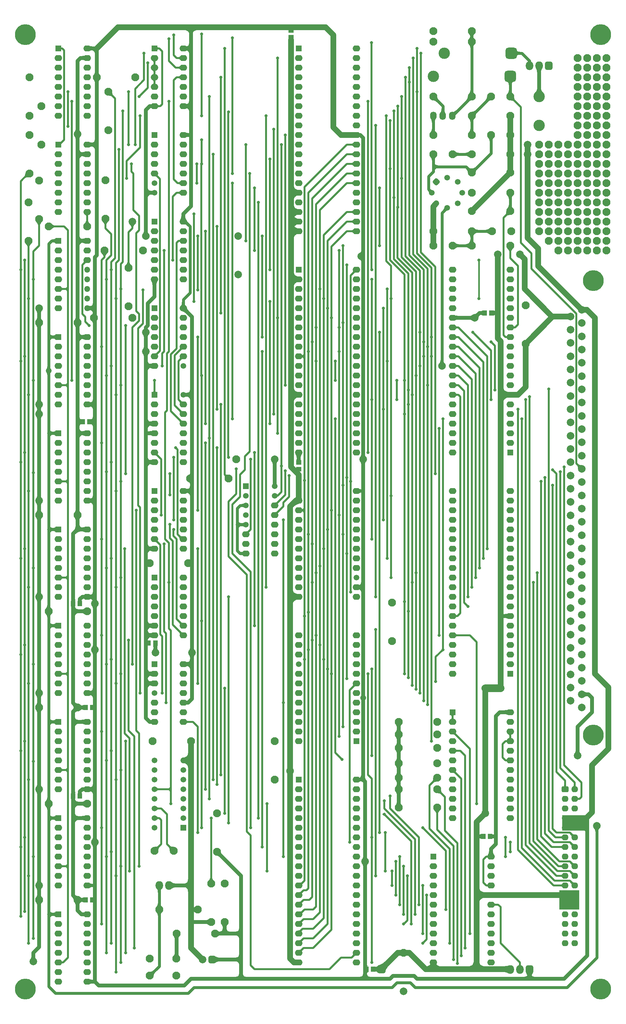
<source format=gbl>
G04 Layer_Physical_Order=2*
G04 Layer_Color=65280*
%FSLAX25Y25*%
%MOIN*%
G70*
G01*
G75*
%ADD10C,0.01575*%
%ADD11C,0.01968*%
%ADD12C,0.03937*%
%ADD13C,0.03150*%
%ADD14C,0.05905*%
%ADD18C,0.07874*%
G04:AMPARAMS|DCode=19|XSize=86.61mil|YSize=86.61mil|CornerRadius=21.65mil|HoleSize=0mil|Usage=FLASHONLY|Rotation=90.000|XOffset=0mil|YOffset=0mil|HoleType=Round|Shape=RoundedRectangle|*
%AMROUNDEDRECTD19*
21,1,0.08661,0.04331,0,0,90.0*
21,1,0.04331,0.08661,0,0,90.0*
1,1,0.04331,0.02165,0.02165*
1,1,0.04331,0.02165,-0.02165*
1,1,0.04331,-0.02165,-0.02165*
1,1,0.04331,-0.02165,0.02165*
%
%ADD19ROUNDEDRECTD19*%
%ADD20O,0.07087X0.06299*%
G04:AMPARAMS|DCode=21|XSize=62.99mil|YSize=74.8mil|CornerRadius=15.75mil|HoleSize=0mil|Usage=FLASHONLY|Rotation=270.000|XOffset=0mil|YOffset=0mil|HoleType=Round|Shape=RoundedRectangle|*
%AMROUNDEDRECTD21*
21,1,0.06299,0.04331,0,0,270.0*
21,1,0.03150,0.07480,0,0,270.0*
1,1,0.03150,-0.02165,-0.01575*
1,1,0.03150,-0.02165,0.01575*
1,1,0.03150,0.02165,0.01575*
1,1,0.03150,0.02165,-0.01575*
%
%ADD21ROUNDEDRECTD21*%
%ADD22R,0.05905X0.05905*%
%ADD23O,0.07874X0.06299*%
%ADD24O,0.05905X0.06299*%
%ADD25C,0.11811*%
G04:AMPARAMS|DCode=26|XSize=118.11mil|YSize=118.11mil|CornerRadius=29.53mil|HoleSize=0mil|Usage=FLASHONLY|Rotation=0.000|XOffset=0mil|YOffset=0mil|HoleType=Round|Shape=RoundedRectangle|*
%AMROUNDEDRECTD26*
21,1,0.11811,0.05905,0,0,0.0*
21,1,0.05905,0.11811,0,0,0.0*
1,1,0.05905,0.02953,-0.02953*
1,1,0.05905,-0.02953,-0.02953*
1,1,0.05905,-0.02953,0.02953*
1,1,0.05905,0.02953,0.02953*
%
%ADD26ROUNDEDRECTD26*%
%ADD27C,0.21654*%
%ADD28C,0.07874*%
%ADD29C,0.08268*%
%ADD30C,0.05905*%
%ADD31O,0.06693X0.08661*%
%ADD32C,0.05905*%
G04:AMPARAMS|DCode=33|XSize=62.99mil|YSize=62.99mil|CornerRadius=15.75mil|HoleSize=0mil|Usage=FLASHONLY|Rotation=315.000|XOffset=0mil|YOffset=0mil|HoleType=Round|Shape=RoundedRectangle|*
%AMROUNDEDRECTD33*
21,1,0.06299,0.03150,0,0,315.0*
21,1,0.03150,0.06299,0,0,315.0*
1,1,0.03150,0.00000,-0.02227*
1,1,0.03150,-0.02227,0.00000*
1,1,0.03150,0.00000,0.02227*
1,1,0.03150,0.02227,0.00000*
%
%ADD33ROUNDEDRECTD33*%
%ADD34O,0.07874X0.09055*%
G04:AMPARAMS|DCode=35|XSize=78.74mil|YSize=78.74mil|CornerRadius=19.68mil|HoleSize=0mil|Usage=FLASHONLY|Rotation=0.000|XOffset=0mil|YOffset=0mil|HoleType=Round|Shape=RoundedRectangle|*
%AMROUNDEDRECTD35*
21,1,0.07874,0.03937,0,0,0.0*
21,1,0.03937,0.07874,0,0,0.0*
1,1,0.03937,0.01968,-0.01968*
1,1,0.03937,-0.01968,-0.01968*
1,1,0.03937,-0.01968,0.01968*
1,1,0.03937,0.01968,0.01968*
%
%ADD35ROUNDEDRECTD35*%
G04:AMPARAMS|DCode=36|XSize=78.74mil|YSize=86.61mil|CornerRadius=19.68mil|HoleSize=0mil|Usage=FLASHONLY|Rotation=180.000|XOffset=0mil|YOffset=0mil|HoleType=Round|Shape=RoundedRectangle|*
%AMROUNDEDRECTD36*
21,1,0.07874,0.04724,0,0,180.0*
21,1,0.03937,0.08661,0,0,180.0*
1,1,0.03937,-0.01968,0.02362*
1,1,0.03937,0.01968,0.02362*
1,1,0.03937,0.01968,-0.02362*
1,1,0.03937,-0.01968,-0.02362*
%
%ADD36ROUNDEDRECTD36*%
%ADD37O,0.07087X0.06299*%
%ADD38C,0.03150*%
%ADD39R,0.05709X0.04528*%
%ADD40R,0.04528X0.05709*%
%ADD41C,0.03543*%
%ADD42R,0.21000X0.20000*%
%ADD43R,0.28000X0.16000*%
G36*
X449984Y-656575D02*
X449946Y-656581D01*
X449898Y-656601D01*
X449840Y-656633D01*
X449773Y-656679D01*
X449695Y-656739D01*
X449510Y-656897D01*
X449159Y-657233D01*
X447767Y-655841D01*
X447892Y-655714D01*
X448321Y-655227D01*
X448367Y-655160D01*
X448399Y-655102D01*
X448419Y-655054D01*
X448425Y-655016D01*
X449984Y-656575D01*
D02*
G37*
G36*
X311080Y-656156D02*
X311060Y-656204D01*
X311042Y-656268D01*
X311027Y-656348D01*
X311014Y-656445D01*
X310995Y-656688D01*
X310984Y-657174D01*
X309016D01*
X309015Y-656996D01*
X308973Y-656348D01*
X308958Y-656268D01*
X308940Y-656204D01*
X308920Y-656156D01*
X308898Y-656125D01*
X311102D01*
X311080Y-656156D01*
D02*
G37*
G36*
X153198Y-650882D02*
X153150Y-651000D01*
X153107Y-651197D01*
X153070Y-651472D01*
X153014Y-652260D01*
X153001Y-652954D01*
X153039Y-653414D01*
X153094Y-653752D01*
X153165Y-654063D01*
X153252Y-654344D01*
X153354Y-654598D01*
X153472Y-654823D01*
X153606Y-655020D01*
X153756Y-655188D01*
X148244D01*
X148394Y-655020D01*
X148528Y-654823D01*
X148646Y-654598D01*
X148748Y-654344D01*
X148835Y-654063D01*
X148906Y-653752D01*
X148961Y-653414D01*
X148981Y-653223D01*
X148850Y-651000D01*
X148802Y-650882D01*
X148748Y-650842D01*
X153252D01*
X153198Y-650882D01*
D02*
G37*
G36*
X12080Y-661156D02*
X12060Y-661204D01*
X12042Y-661268D01*
X12027Y-661348D01*
X12014Y-661445D01*
X11995Y-661688D01*
X11984Y-662174D01*
X10016D01*
X10015Y-661996D01*
X9973Y-661348D01*
X9958Y-661268D01*
X9940Y-661204D01*
X9920Y-661156D01*
X9898Y-661125D01*
X12102D01*
X12080Y-661156D01*
D02*
G37*
G36*
X90606Y-657980D02*
X90472Y-658177D01*
X90354Y-658402D01*
X90252Y-658656D01*
X90165Y-658938D01*
X90095Y-659248D01*
X90039Y-659586D01*
X90000Y-659953D01*
X89969Y-660772D01*
X86032D01*
X86024Y-660348D01*
X85961Y-659586D01*
X85905Y-659248D01*
X85835Y-658938D01*
X85748Y-658656D01*
X85646Y-658402D01*
X85528Y-658177D01*
X85394Y-657980D01*
X85244Y-657812D01*
X90756D01*
X90606Y-657980D01*
D02*
G37*
G36*
X11986Y-658004D02*
X12027Y-658652D01*
X12042Y-658732D01*
X12060Y-658796D01*
X12080Y-658844D01*
X12102Y-658875D01*
X9898D01*
X9920Y-658844D01*
X9940Y-658796D01*
X9958Y-658732D01*
X9973Y-658652D01*
X9986Y-658555D01*
X10005Y-658313D01*
X10016Y-657826D01*
X11984D01*
X11986Y-658004D01*
D02*
G37*
G36*
X190976Y-652652D02*
X191039Y-653414D01*
X191095Y-653752D01*
X191165Y-654063D01*
X191252Y-654344D01*
X191354Y-654598D01*
X191472Y-654823D01*
X191606Y-655020D01*
X191756Y-655188D01*
X186244D01*
X186394Y-655020D01*
X186528Y-654823D01*
X186646Y-654598D01*
X186748Y-654344D01*
X186835Y-654063D01*
X186906Y-653752D01*
X186961Y-653414D01*
X187000Y-653047D01*
X187031Y-652228D01*
X190969D01*
X190976Y-652652D01*
D02*
G37*
G36*
X16080Y-651156D02*
X16060Y-651204D01*
X16042Y-651268D01*
X16027Y-651348D01*
X16014Y-651445D01*
X15995Y-651688D01*
X15984Y-652174D01*
X14016D01*
X14015Y-651996D01*
X13973Y-651348D01*
X13958Y-651268D01*
X13940Y-651204D01*
X13920Y-651156D01*
X13898Y-651125D01*
X16102D01*
X16080Y-651156D01*
D02*
G37*
G36*
X323080D02*
X323060Y-651204D01*
X323042Y-651268D01*
X323027Y-651348D01*
X323014Y-651445D01*
X322995Y-651688D01*
X322984Y-652174D01*
X321016D01*
X321015Y-651996D01*
X320973Y-651348D01*
X320958Y-651268D01*
X320940Y-651204D01*
X320920Y-651156D01*
X320898Y-651125D01*
X323102D01*
X323080Y-651156D01*
D02*
G37*
G36*
X15985Y-648004D02*
X16027Y-648652D01*
X16042Y-648732D01*
X16060Y-648796D01*
X16080Y-648844D01*
X16102Y-648875D01*
X13898D01*
X13920Y-648844D01*
X13940Y-648796D01*
X13958Y-648732D01*
X13973Y-648652D01*
X13986Y-648555D01*
X14005Y-648312D01*
X14016Y-647826D01*
X15984D01*
X15985Y-648004D01*
D02*
G37*
G36*
X310985Y-653004D02*
X311027Y-653652D01*
X311042Y-653732D01*
X311060Y-653796D01*
X311080Y-653844D01*
X311102Y-653875D01*
X308898D01*
X308920Y-653844D01*
X308940Y-653796D01*
X308958Y-653732D01*
X308973Y-653652D01*
X308986Y-653555D01*
X309005Y-653312D01*
X309016Y-652826D01*
X310984D01*
X310985Y-653004D01*
D02*
G37*
G36*
X450985D02*
X451027Y-653652D01*
X451042Y-653732D01*
X451060Y-653796D01*
X451080Y-653844D01*
X451102Y-653875D01*
X448898D01*
X448920Y-653844D01*
X448940Y-653796D01*
X448958Y-653732D01*
X448973Y-653652D01*
X448986Y-653555D01*
X449005Y-653312D01*
X449016Y-652826D01*
X450984D01*
X450985Y-653004D01*
D02*
G37*
G36*
X89976Y-649652D02*
X90039Y-650414D01*
X90095Y-650752D01*
X90165Y-651062D01*
X90252Y-651344D01*
X90354Y-651598D01*
X90472Y-651823D01*
X90606Y-652020D01*
X90756Y-652188D01*
X85244D01*
X85394Y-652020D01*
X85528Y-651823D01*
X85646Y-651598D01*
X85748Y-651344D01*
X85835Y-651062D01*
X85905Y-650752D01*
X85961Y-650414D01*
X86000Y-650047D01*
X86032Y-649228D01*
X89969D01*
X89976Y-649652D01*
D02*
G37*
G36*
X191606Y-660980D02*
X191472Y-661177D01*
X191354Y-661402D01*
X191252Y-661656D01*
X191165Y-661938D01*
X191095Y-662248D01*
X191039Y-662586D01*
X191000Y-662953D01*
X190969Y-663772D01*
X187031D01*
X187024Y-663348D01*
X186961Y-662586D01*
X186906Y-662248D01*
X186835Y-661938D01*
X186748Y-661656D01*
X186646Y-661402D01*
X186528Y-661177D01*
X186394Y-660980D01*
X186244Y-660812D01*
X191756D01*
X191606Y-660980D01*
D02*
G37*
G36*
X25080Y-668004D02*
X25121Y-668652D01*
X25137Y-668732D01*
X25154Y-668796D01*
X25174Y-668844D01*
X25197Y-668875D01*
X22992D01*
X23015Y-668844D01*
X23035Y-668796D01*
X23052Y-668732D01*
X23068Y-668652D01*
X23081Y-668555D01*
X23099Y-668313D01*
X23110Y-667826D01*
X25079D01*
X25080Y-668004D01*
D02*
G37*
G36*
X100984Y-667826D02*
X100985Y-668004D01*
X101027Y-668652D01*
X101042Y-668732D01*
X101060Y-668796D01*
X101080Y-668844D01*
X101102Y-668875D01*
X98898Y-668875D01*
X98920Y-668844D01*
X98940Y-668796D01*
X98958Y-668732D01*
X98973Y-668652D01*
X98986Y-668555D01*
X99005Y-668312D01*
X99016Y-667826D01*
X100984Y-667826D01*
D02*
G37*
G36*
X127985Y-668004D02*
X128027Y-668652D01*
X128042Y-668732D01*
X128060Y-668796D01*
X128080Y-668844D01*
X128102Y-668875D01*
X125898D01*
X125920Y-668844D01*
X125940Y-668796D01*
X125958Y-668732D01*
X125973Y-668652D01*
X125986Y-668555D01*
X126005Y-668312D01*
X126016Y-667826D01*
X127984D01*
X127985Y-668004D01*
D02*
G37*
G36*
X330985Y-673004D02*
X331027Y-673652D01*
X331042Y-673732D01*
X331060Y-673796D01*
X331080Y-673844D01*
X331102Y-673875D01*
X328898D01*
X328920Y-673844D01*
X328940Y-673796D01*
X328958Y-673732D01*
X328973Y-673652D01*
X328986Y-673555D01*
X329005Y-673312D01*
X329016Y-672826D01*
X330984D01*
X330985Y-673004D01*
D02*
G37*
G36*
X25174Y-671156D02*
X25154Y-671204D01*
X25137Y-671268D01*
X25121Y-671348D01*
X25108Y-671445D01*
X25089Y-671688D01*
X25079Y-672174D01*
X23110D01*
X23109Y-671996D01*
X23068Y-671348D01*
X23052Y-671268D01*
X23035Y-671204D01*
X23015Y-671156D01*
X22992Y-671125D01*
X25197D01*
X25174Y-671156D01*
D02*
G37*
G36*
X101080Y-671156D02*
X101060Y-671204D01*
X101042Y-671268D01*
X101027Y-671348D01*
X101014Y-671445D01*
X100995Y-671688D01*
X100984Y-672174D01*
X99016Y-672174D01*
X99015Y-671996D01*
X98973Y-671348D01*
X98958Y-671268D01*
X98940Y-671204D01*
X98920Y-671156D01*
X98898Y-671125D01*
X101102Y-671125D01*
X101080Y-671156D01*
D02*
G37*
G36*
X190969Y-670000D02*
X187031Y-675906D01*
X186992Y-675157D01*
X186874Y-674488D01*
X186677Y-673898D01*
X186402Y-673386D01*
X186047Y-672953D01*
X185614Y-672599D01*
X185102Y-672323D01*
X184561Y-672143D01*
X184171Y-672205D01*
X183202Y-672431D01*
X182766Y-672573D01*
X182364Y-672733D01*
X181994Y-672913D01*
Y-667087D01*
X182364Y-667267D01*
X182766Y-667427D01*
X183202Y-667569D01*
X183670Y-667692D01*
X184568Y-667856D01*
X185102Y-667677D01*
X185614Y-667402D01*
X186047Y-667047D01*
X186402Y-666614D01*
X186677Y-666102D01*
X186874Y-665512D01*
X186992Y-664843D01*
X187031Y-664094D01*
X190969Y-670000D01*
D02*
G37*
G36*
X105984Y-662826D02*
X105985Y-663004D01*
X106027Y-663652D01*
X106042Y-663732D01*
X106060Y-663796D01*
X106080Y-663844D01*
X106102Y-663875D01*
X105000Y-665000D01*
X103898Y-663875D01*
X103920Y-663844D01*
X103940Y-663796D01*
X103958Y-663732D01*
X103973Y-663652D01*
X103986Y-663555D01*
X104005Y-663312D01*
X104016Y-662826D01*
X105984Y-662826D01*
D02*
G37*
G36*
X306985Y-663004D02*
X307027Y-663652D01*
X307042Y-663732D01*
X307060Y-663796D01*
X307080Y-663844D01*
X307102Y-663875D01*
X304898D01*
X304920Y-663844D01*
X304940Y-663796D01*
X304958Y-663732D01*
X304973Y-663652D01*
X304986Y-663555D01*
X305005Y-663312D01*
X305016Y-662826D01*
X306984D01*
X306985Y-663004D01*
D02*
G37*
G36*
X326985D02*
X327027Y-663652D01*
X327042Y-663732D01*
X327060Y-663796D01*
X327080Y-663844D01*
X327102Y-663875D01*
X324898D01*
X324920Y-663844D01*
X324940Y-663796D01*
X324958Y-663732D01*
X324973Y-663652D01*
X324986Y-663555D01*
X325005Y-663312D01*
X325016Y-662826D01*
X326984D01*
X326985Y-663004D01*
D02*
G37*
G36*
X106102Y-666125D02*
X106080Y-666156D01*
X106060Y-666204D01*
X106042Y-666268D01*
X106027Y-666348D01*
X105985Y-666996D01*
X105984Y-667174D01*
X104016Y-667174D01*
X104005Y-666688D01*
X103986Y-666445D01*
X103973Y-666348D01*
X103958Y-666268D01*
X103940Y-666204D01*
X103920Y-666156D01*
X103898Y-666125D01*
X105000Y-665000D01*
X106102Y-666125D01*
D02*
G37*
G36*
X307080Y-666156D02*
X307060Y-666204D01*
X307042Y-666268D01*
X307027Y-666348D01*
X307014Y-666445D01*
X306995Y-666688D01*
X306984Y-667174D01*
X305016D01*
X305015Y-666996D01*
X304973Y-666348D01*
X304958Y-666268D01*
X304940Y-666204D01*
X304920Y-666156D01*
X304898Y-666125D01*
X307102D01*
X307080Y-666156D01*
D02*
G37*
G36*
X327080D02*
X327060Y-666204D01*
X327042Y-666268D01*
X327027Y-666348D01*
X327014Y-666445D01*
X326995Y-666688D01*
X326984Y-667174D01*
X325016D01*
X325015Y-666996D01*
X324973Y-666348D01*
X324958Y-666268D01*
X324940Y-666204D01*
X324920Y-666156D01*
X324898Y-666125D01*
X327102D01*
X327080Y-666156D01*
D02*
G37*
G36*
X307080Y-621156D02*
X307060Y-621204D01*
X307042Y-621268D01*
X307027Y-621348D01*
X307014Y-621445D01*
X306995Y-621688D01*
X306984Y-622174D01*
X305016D01*
X305015Y-621996D01*
X304973Y-621348D01*
X304958Y-621268D01*
X304940Y-621204D01*
X304920Y-621156D01*
X304898Y-621125D01*
X307102D01*
X307080Y-621156D01*
D02*
G37*
G36*
X41575Y-608698D02*
X41588Y-609101D01*
X41628Y-609490D01*
X41693Y-609863D01*
X41786Y-610221D01*
X41905Y-610564D01*
X42050Y-610891D01*
X42221Y-611203D01*
X42419Y-611500D01*
X42643Y-611782D01*
X42894Y-612048D01*
X40000Y-615000D01*
X42894Y-617952D01*
X42643Y-618218D01*
X42419Y-618500D01*
X42221Y-618797D01*
X42050Y-619109D01*
X41905Y-619436D01*
X41786Y-619779D01*
X41693Y-620137D01*
X41628Y-620510D01*
X41588Y-620899D01*
X41575Y-621303D01*
X38425Y-621303D01*
X38412Y-620899D01*
X38372Y-620510D01*
X38306Y-620137D01*
X38214Y-619779D01*
X38096Y-619436D01*
X37950Y-619109D01*
X37779Y-618797D01*
X37581Y-618500D01*
X37357Y-618218D01*
X37106Y-617952D01*
X40000Y-615000D01*
X37106Y-612048D01*
X37357Y-611782D01*
X37581Y-611500D01*
X37779Y-611203D01*
X37950Y-610891D01*
X38096Y-610564D01*
X38214Y-610221D01*
X38306Y-609863D01*
X38372Y-609490D01*
X38412Y-609101D01*
X38425Y-608698D01*
X41575Y-608698D01*
D02*
G37*
G36*
X463746Y-618957D02*
X463784Y-618970D01*
X463847Y-618981D01*
X463936Y-618990D01*
X464354Y-619009D01*
X465000Y-619016D01*
Y-620984D01*
X464759Y-620985D01*
X463746Y-621043D01*
X463733Y-621056D01*
Y-618944D01*
X463746Y-618957D01*
D02*
G37*
G36*
X254985Y-628004D02*
X255027Y-628652D01*
X255042Y-628732D01*
X255060Y-628796D01*
X255080Y-628844D01*
X255102Y-628875D01*
X252898D01*
X252920Y-628844D01*
X252940Y-628796D01*
X252958Y-628732D01*
X252973Y-628652D01*
X252986Y-628555D01*
X253005Y-628312D01*
X253016Y-627826D01*
X254984D01*
X254985Y-628004D01*
D02*
G37*
G36*
X200191Y-626040D02*
X200179Y-626083D01*
X200168Y-626142D01*
X200159Y-626219D01*
X200140Y-626551D01*
X200134Y-627038D01*
X198165Y-627280D01*
X198164Y-627102D01*
X198126Y-626551D01*
X198109Y-626454D01*
X198089Y-626372D01*
X198066Y-626307D01*
X198039Y-626258D01*
X198010Y-626224D01*
X200204Y-626015D01*
X200191Y-626040D01*
D02*
G37*
G36*
X199985Y-623004D02*
X200027Y-623652D01*
X200042Y-623732D01*
X200060Y-623796D01*
X200080Y-623844D01*
X200102Y-623875D01*
X197898D01*
X197920Y-623844D01*
X197940Y-623796D01*
X197958Y-623732D01*
X197973Y-623652D01*
X197986Y-623555D01*
X198005Y-623312D01*
X198016Y-622826D01*
X199984D01*
X199985Y-623004D01*
D02*
G37*
G36*
X67465Y-609842D02*
X67708D01*
X67655Y-609882D01*
X67607Y-610000D01*
X67564Y-610197D01*
X67548Y-610316D01*
X67583Y-610512D01*
X67779Y-611102D01*
X68055Y-611614D01*
X68410Y-612047D01*
X68843Y-612402D01*
X69354Y-612677D01*
X69945Y-612874D01*
X70614Y-612992D01*
X71362Y-613031D01*
Y-616968D01*
X70614Y-617008D01*
X69945Y-617126D01*
X69354Y-617323D01*
X68843Y-617598D01*
X68410Y-617953D01*
X68055Y-618386D01*
X67779Y-618898D01*
X67583Y-619488D01*
X67465Y-620157D01*
X67425Y-620905D01*
X63488Y-615000D01*
X64302Y-613779D01*
X63488D01*
X63485Y-613031D01*
X63307Y-610000D01*
X63259Y-609882D01*
X63205Y-609842D01*
X66927D01*
X67425Y-609094D01*
X67465Y-609842D01*
D02*
G37*
G36*
X77048Y-617894D02*
X76853Y-617718D01*
X76631Y-617561D01*
X76382Y-617422D01*
X76106Y-617302D01*
X75804Y-617200D01*
X75474Y-617116D01*
X75117Y-617052D01*
X74733Y-617005D01*
X74322Y-616978D01*
X73885Y-616968D01*
Y-613031D01*
X74322Y-613022D01*
X75117Y-612948D01*
X75474Y-612884D01*
X75804Y-612800D01*
X76106Y-612698D01*
X76382Y-612578D01*
X76631Y-612439D01*
X76853Y-612282D01*
X77048Y-612106D01*
Y-617894D01*
D02*
G37*
G36*
X415080Y-616156D02*
X415060Y-616204D01*
X415042Y-616268D01*
X415027Y-616348D01*
X415014Y-616445D01*
X414995Y-616688D01*
X414984Y-617174D01*
X413016D01*
X413015Y-616996D01*
X412973Y-616348D01*
X412958Y-616268D01*
X412940Y-616204D01*
X412920Y-616156D01*
X412898Y-616125D01*
X415102D01*
X415080Y-616156D01*
D02*
G37*
G36*
X310985Y-614004D02*
X311027Y-614652D01*
X311042Y-614732D01*
X311060Y-614796D01*
X311080Y-614844D01*
X311102Y-614875D01*
X308898D01*
X308920Y-614844D01*
X308940Y-614796D01*
X308958Y-614732D01*
X308973Y-614652D01*
X308986Y-614555D01*
X309005Y-614312D01*
X309016Y-613826D01*
X310984D01*
X310985Y-614004D01*
D02*
G37*
G36*
X306985Y-618004D02*
X307027Y-618652D01*
X307042Y-618732D01*
X307060Y-618796D01*
X307080Y-618844D01*
X307102Y-618875D01*
X304898D01*
X304920Y-618844D01*
X304940Y-618796D01*
X304958Y-618732D01*
X304973Y-618652D01*
X304986Y-618555D01*
X305005Y-618312D01*
X305016Y-617826D01*
X306984D01*
X306985Y-618004D01*
D02*
G37*
G36*
X311080Y-617156D02*
X311060Y-617204D01*
X311042Y-617268D01*
X311027Y-617348D01*
X311014Y-617445D01*
X310995Y-617688D01*
X310984Y-618174D01*
X309016D01*
X309015Y-617996D01*
X308973Y-617348D01*
X308958Y-617268D01*
X308940Y-617204D01*
X308920Y-617156D01*
X308898Y-617125D01*
X311102D01*
X311080Y-617156D01*
D02*
G37*
G36*
X518006Y-618031D02*
X518106Y-618032D01*
Y-621969D01*
X518006Y-621971D01*
Y-622913D01*
X517636Y-622733D01*
X517234Y-622573D01*
X516798Y-622431D01*
X516330Y-622308D01*
X515296Y-622120D01*
X514729Y-622053D01*
X514517Y-622041D01*
X512087Y-622089D01*
Y-617911D01*
X512169Y-617934D01*
X512366Y-617954D01*
X513108Y-617988D01*
X513847Y-617994D01*
X515296Y-617880D01*
X515829Y-617795D01*
X516798Y-617569D01*
X517234Y-617427D01*
X517636Y-617267D01*
X518006Y-617087D01*
Y-618031D01*
D02*
G37*
G36*
X177330Y-625924D02*
X177977Y-626461D01*
X178271Y-626658D01*
X178546Y-626809D01*
X178802Y-626913D01*
X179038Y-626970D01*
X179255Y-626980D01*
X179453Y-626943D01*
X179631Y-626859D01*
X176244Y-629020D01*
X176387Y-628899D01*
X176477Y-628755D01*
X176515Y-628585D01*
X176501Y-628392D01*
X176435Y-628173D01*
X176316Y-627930D01*
X176146Y-627662D01*
X175922Y-627369D01*
X175647Y-627052D01*
X175319Y-626711D01*
X176977Y-625585D01*
X177330Y-625924D01*
D02*
G37*
G36*
X314985Y-643004D02*
X315027Y-643652D01*
X315042Y-643732D01*
X315060Y-643796D01*
X315080Y-643844D01*
X315102Y-643875D01*
X312898D01*
X312920Y-643844D01*
X312940Y-643796D01*
X312958Y-643732D01*
X312973Y-643652D01*
X312986Y-643555D01*
X313005Y-643312D01*
X313016Y-642826D01*
X314984D01*
X314985Y-643004D01*
D02*
G37*
G36*
X95984Y-637826D02*
X95986Y-638004D01*
X96027Y-638652D01*
X96042Y-638732D01*
X96060Y-638796D01*
X96080Y-638844D01*
X96102Y-638875D01*
X95000Y-640000D01*
X96102Y-641125D01*
X96080Y-641156D01*
X96060Y-641204D01*
X96042Y-641268D01*
X96027Y-641348D01*
X95986Y-641996D01*
X95984Y-642174D01*
X94016Y-642174D01*
X94005Y-641688D01*
X93986Y-641445D01*
X93973Y-641348D01*
X93958Y-641268D01*
X93940Y-641204D01*
X93920Y-641156D01*
X93898Y-641125D01*
X95000Y-640000D01*
X93898Y-638875D01*
X93920Y-638844D01*
X93940Y-638796D01*
X93958Y-638732D01*
X93973Y-638652D01*
X93986Y-638555D01*
X94005Y-638312D01*
X94016Y-637826D01*
X95984Y-637826D01*
D02*
G37*
G36*
X319080Y-641156D02*
X319060Y-641204D01*
X319042Y-641268D01*
X319027Y-641348D01*
X319014Y-641445D01*
X318995Y-641688D01*
X318984Y-642174D01*
X317016D01*
X317015Y-641996D01*
X316973Y-641348D01*
X316958Y-641268D01*
X316940Y-641204D01*
X316920Y-641156D01*
X316898Y-641125D01*
X319102D01*
X319080Y-641156D01*
D02*
G37*
G36*
X322985Y-648004D02*
X323027Y-648652D01*
X323042Y-648732D01*
X323060Y-648796D01*
X323080Y-648844D01*
X323102Y-648875D01*
X320898D01*
X320920Y-648844D01*
X320940Y-648796D01*
X320958Y-648732D01*
X320973Y-648652D01*
X320986Y-648555D01*
X321005Y-648312D01*
X321016Y-647826D01*
X322984D01*
X322985Y-648004D01*
D02*
G37*
G36*
X124080Y-646156D02*
X124060Y-646204D01*
X124042Y-646268D01*
X124027Y-646348D01*
X124014Y-646445D01*
X123995Y-646688D01*
X123984Y-647174D01*
X122016D01*
X122015Y-646996D01*
X121973Y-646348D01*
X121958Y-646268D01*
X121940Y-646204D01*
X121920Y-646156D01*
X121898Y-646125D01*
X124102D01*
X124080Y-646156D01*
D02*
G37*
G36*
X315080D02*
X315060Y-646204D01*
X315042Y-646268D01*
X315027Y-646348D01*
X315014Y-646445D01*
X314995Y-646688D01*
X314984Y-647174D01*
X313016D01*
X313015Y-646996D01*
X312973Y-646348D01*
X312958Y-646268D01*
X312940Y-646204D01*
X312920Y-646156D01*
X312898Y-646125D01*
X315102D01*
X315080Y-646156D01*
D02*
G37*
G36*
X463247Y-638225D02*
X463322Y-638391D01*
X463448Y-638537D01*
X463624Y-638664D01*
X463850Y-638772D01*
X464127Y-638860D01*
X464454Y-638928D01*
X464831Y-638977D01*
X465258Y-639006D01*
X465736Y-639016D01*
Y-640984D01*
X465258Y-640994D01*
X464454Y-641072D01*
X464127Y-641141D01*
X463850Y-641228D01*
X463624Y-641336D01*
X463448Y-641463D01*
X463322Y-641609D01*
X463247Y-641775D01*
X463222Y-641961D01*
Y-638039D01*
X463247Y-638225D01*
D02*
G37*
G36*
X381080Y-635156D02*
X381060Y-635204D01*
X381042Y-635268D01*
X381027Y-635348D01*
X381014Y-635445D01*
X380995Y-635688D01*
X380984Y-636174D01*
X379016D01*
X379015Y-635996D01*
X378973Y-635348D01*
X378958Y-635268D01*
X378940Y-635204D01*
X378920Y-635156D01*
X378898Y-635125D01*
X381102D01*
X381080Y-635156D01*
D02*
G37*
G36*
X41606Y-625874D02*
X41701Y-626409D01*
X41858Y-626882D01*
X42079Y-627291D01*
X42362Y-627638D01*
X42709Y-627921D01*
X43118Y-628142D01*
X43591Y-628299D01*
X44126Y-628394D01*
X44478Y-628412D01*
X44508Y-628412D01*
X45044Y-628371D01*
X45516Y-628302D01*
X45925Y-628207D01*
X46272Y-628084D01*
X46555Y-627934D01*
X46776Y-627756D01*
X46933Y-627551D01*
X47028Y-627319D01*
X47059Y-627059D01*
Y-632941D01*
X47028Y-632681D01*
X46933Y-632449D01*
X46776Y-632244D01*
X46555Y-632067D01*
X46272Y-631916D01*
X45925Y-631793D01*
X45516Y-631698D01*
X45044Y-631630D01*
X44508Y-631589D01*
X44478Y-631588D01*
X44126Y-631606D01*
X43591Y-631701D01*
X43118Y-631858D01*
X42709Y-632079D01*
X42362Y-632362D01*
X42079Y-632709D01*
X41858Y-633118D01*
X41701Y-633591D01*
X41606Y-634126D01*
X41575Y-634724D01*
X40000Y-630000D01*
X41575Y-625276D01*
X41606Y-625874D01*
D02*
G37*
G36*
X143008Y-624843D02*
X143126Y-625512D01*
X143323Y-626102D01*
X143598Y-626614D01*
X143953Y-627047D01*
X144386Y-627402D01*
X144898Y-627677D01*
X145439Y-627858D01*
X145829Y-627795D01*
X146799Y-627569D01*
X147234Y-627427D01*
X147636Y-627267D01*
X148006Y-627087D01*
Y-632913D01*
X147636Y-632733D01*
X147234Y-632573D01*
X146799Y-632431D01*
X146330Y-632308D01*
X145432Y-632145D01*
X144898Y-632323D01*
X144386Y-632598D01*
X143953Y-632953D01*
X143598Y-633386D01*
X143323Y-633898D01*
X143126Y-634488D01*
X143036Y-635000D01*
X143126Y-635512D01*
X143323Y-636102D01*
X143598Y-636614D01*
X143953Y-637047D01*
X144386Y-637402D01*
X144898Y-637677D01*
X145439Y-637858D01*
X145829Y-637795D01*
X146799Y-637569D01*
X147234Y-637427D01*
X147636Y-637267D01*
X148006Y-637087D01*
Y-642913D01*
X147636Y-642733D01*
X147234Y-642573D01*
X146799Y-642431D01*
X146330Y-642309D01*
X145432Y-642145D01*
X144898Y-642323D01*
X144386Y-642598D01*
X143953Y-642953D01*
X143598Y-643386D01*
X143323Y-643898D01*
X143126Y-644488D01*
X143008Y-645157D01*
X142968Y-645906D01*
X139032Y-640000D01*
X142365Y-635000D01*
X139032Y-630000D01*
X142968Y-624094D01*
X143008Y-624843D01*
D02*
G37*
G36*
X177330Y-635924D02*
X177977Y-636461D01*
X178271Y-636658D01*
X178546Y-636809D01*
X178802Y-636913D01*
X179038Y-636970D01*
X179255Y-636980D01*
X179453Y-636943D01*
X179631Y-636859D01*
X176244Y-639020D01*
X176387Y-638900D01*
X176477Y-638755D01*
X176515Y-638586D01*
X176501Y-638391D01*
X176435Y-638173D01*
X176316Y-637930D01*
X176146Y-637662D01*
X175922Y-637369D01*
X175647Y-637052D01*
X175319Y-636711D01*
X176977Y-635585D01*
X177330Y-635924D01*
D02*
G37*
G36*
X318985Y-638004D02*
X319027Y-638652D01*
X319042Y-638732D01*
X319060Y-638796D01*
X319080Y-638844D01*
X319102Y-638875D01*
X316898D01*
X316920Y-638844D01*
X316940Y-638796D01*
X316958Y-638732D01*
X316973Y-638652D01*
X316986Y-638555D01*
X317005Y-638312D01*
X317016Y-637826D01*
X318984D01*
X318985Y-638004D01*
D02*
G37*
G36*
X446985D02*
X447027Y-638652D01*
X447042Y-638732D01*
X447060Y-638796D01*
X447080Y-638844D01*
X447102Y-638875D01*
X444898D01*
X444920Y-638844D01*
X444940Y-638796D01*
X444958Y-638732D01*
X444973Y-638652D01*
X444986Y-638555D01*
X445005Y-638312D01*
X445016Y-637826D01*
X446984D01*
X446985Y-638004D01*
D02*
G37*
G36*
X377080Y-676156D02*
X377060Y-676204D01*
X377042Y-676268D01*
X377027Y-676348D01*
X377014Y-676445D01*
X376995Y-676688D01*
X376984Y-677174D01*
X375016D01*
X375015Y-676996D01*
X374973Y-676348D01*
X374958Y-676268D01*
X374940Y-676204D01*
X374920Y-676156D01*
X374898Y-676125D01*
X377102D01*
X377080Y-676156D01*
D02*
G37*
G36*
X69661Y-719120D02*
X69469Y-719122D01*
X69262Y-719160D01*
X69041Y-719232D01*
X68804Y-719339D01*
X68552Y-719481D01*
X68285Y-719658D01*
X68003Y-719870D01*
X67395Y-720399D01*
X67068Y-720716D01*
X64284Y-717932D01*
X64601Y-717605D01*
X65130Y-716997D01*
X65342Y-716715D01*
X65519Y-716448D01*
X65661Y-716196D01*
X65768Y-715960D01*
X65841Y-715738D01*
X65878Y-715531D01*
X65880Y-715339D01*
X69661Y-719120D01*
D02*
G37*
G36*
X73147Y-712282D02*
X73369Y-712439D01*
X73618Y-712578D01*
X73894Y-712698D01*
X74196Y-712800D01*
X74526Y-712884D01*
X74634Y-712903D01*
X74788Y-712892D01*
X75221Y-712813D01*
X75575Y-712717D01*
X75851Y-712603D01*
X76047Y-712472D01*
X76165Y-712324D01*
X76205Y-712158D01*
Y-717842D01*
X76165Y-717676D01*
X76047Y-717528D01*
X75851Y-717397D01*
X75575Y-717283D01*
X75221Y-717187D01*
X74788Y-717108D01*
X74657Y-717093D01*
X74526Y-717116D01*
X74196Y-717200D01*
X73894Y-717302D01*
X73618Y-717422D01*
X73369Y-717561D01*
X73147Y-717718D01*
X72952Y-717894D01*
Y-716976D01*
X72268Y-716968D01*
Y-713031D01*
X72952Y-713024D01*
Y-712106D01*
X73147Y-712282D01*
D02*
G37*
G36*
X67395Y-709601D02*
X68003Y-710130D01*
X68285Y-710342D01*
X68552Y-710519D01*
X68804Y-710661D01*
X69041Y-710768D01*
X69262Y-710841D01*
X69469Y-710878D01*
X69661Y-710880D01*
X65880Y-714661D01*
X65878Y-714469D01*
X65841Y-714262D01*
X65768Y-714041D01*
X65661Y-713804D01*
X65519Y-713552D01*
X65342Y-713285D01*
X65130Y-713003D01*
X64601Y-712395D01*
X64284Y-712068D01*
X67068Y-709284D01*
X67395Y-709601D01*
D02*
G37*
G36*
X461782Y-722961D02*
X461614Y-723020D01*
X461467Y-723118D01*
X461339Y-723256D01*
X461230Y-723433D01*
X461142Y-723649D01*
X461073Y-723905D01*
X461024Y-724201D01*
X460994Y-724535D01*
X460984Y-724904D01*
X460994Y-725315D01*
X461024Y-725688D01*
X461072Y-726017D01*
X461141Y-726302D01*
X461230Y-726543D01*
X461337Y-726740D01*
X461465Y-726894D01*
X461612Y-727003D01*
X461779Y-727069D01*
X461965Y-727091D01*
X458035D01*
X458221Y-727069D01*
X458388Y-727003D01*
X458535Y-726894D01*
X458663Y-726740D01*
X458771Y-726543D01*
X458859Y-726302D01*
X458927Y-726017D01*
X458977Y-725688D01*
X459006Y-725315D01*
X459016Y-724904D01*
X459006Y-724535D01*
X458976Y-724201D01*
X458927Y-723905D01*
X458858Y-723649D01*
X458770Y-723433D01*
X458661Y-723256D01*
X458533Y-723118D01*
X458386Y-723020D01*
X458218Y-722961D01*
X458032Y-722941D01*
X461969D01*
X461782Y-722961D01*
D02*
G37*
G36*
X518006Y-722913D02*
X517636Y-722733D01*
X517234Y-722573D01*
X516798Y-722431D01*
X516330Y-722308D01*
X515296Y-722120D01*
X514729Y-722053D01*
X513497Y-721978D01*
X512832Y-721969D01*
Y-718032D01*
X513497Y-718022D01*
X515296Y-717880D01*
X515829Y-717795D01*
X516798Y-717569D01*
X517234Y-717427D01*
X517636Y-717267D01*
X518006Y-717087D01*
Y-722913D01*
D02*
G37*
G36*
X31969Y-708885D02*
X31978Y-709322D01*
X32052Y-710117D01*
X32117Y-710474D01*
X32200Y-710804D01*
X32302Y-711106D01*
X32422Y-711382D01*
X32561Y-711631D01*
X32718Y-711853D01*
X32894Y-712048D01*
X30000Y-715000D01*
X32894Y-717952D01*
X32718Y-718147D01*
X32561Y-718369D01*
X32422Y-718618D01*
X32302Y-718894D01*
X32200Y-719196D01*
X32117Y-719526D01*
X32052Y-719883D01*
X31978Y-720678D01*
X31969Y-721115D01*
X28032Y-721115D01*
X28022Y-720678D01*
X27994Y-720267D01*
X27948Y-719883D01*
X27883Y-719526D01*
X27800Y-719196D01*
X27698Y-718894D01*
X27578Y-718618D01*
X27439Y-718369D01*
X27282Y-718147D01*
X27106Y-717952D01*
X30000Y-715000D01*
X27106Y-712048D01*
X27282Y-711853D01*
X27439Y-711631D01*
X27578Y-711382D01*
X27698Y-711106D01*
X27800Y-710804D01*
X27883Y-710474D01*
X27948Y-710117D01*
X27994Y-709733D01*
X28022Y-709322D01*
X28032Y-708885D01*
X31969Y-708885D01*
D02*
G37*
G36*
X285080Y-711156D02*
X285060Y-711204D01*
X285042Y-711268D01*
X285027Y-711348D01*
X285014Y-711445D01*
X284995Y-711688D01*
X284984Y-712174D01*
X283016D01*
X283015Y-711996D01*
X282973Y-711348D01*
X282958Y-711268D01*
X282940Y-711204D01*
X282920Y-711156D01*
X282898Y-711125D01*
X285102D01*
X285080Y-711156D01*
D02*
G37*
G36*
X284985Y-708004D02*
X285027Y-708652D01*
X285042Y-708732D01*
X285060Y-708796D01*
X285080Y-708844D01*
X285102Y-708875D01*
X282898D01*
X282920Y-708844D01*
X282940Y-708796D01*
X282958Y-708732D01*
X282973Y-708652D01*
X282986Y-708555D01*
X283005Y-708312D01*
X283016Y-707826D01*
X284984D01*
X284985Y-708004D01*
D02*
G37*
G36*
X430985Y-706004D02*
X431027Y-706652D01*
X431042Y-706732D01*
X431060Y-706796D01*
X431080Y-706844D01*
X431102Y-706875D01*
X428898D01*
X428920Y-706844D01*
X428940Y-706796D01*
X428958Y-706732D01*
X428973Y-706652D01*
X428986Y-706555D01*
X429005Y-706312D01*
X429016Y-705826D01*
X430984D01*
X430985Y-706004D01*
D02*
G37*
G36*
X32606Y-702980D02*
X32473Y-703177D01*
X32354Y-703402D01*
X32252Y-703656D01*
X32165Y-703938D01*
X32094Y-704248D01*
X32039Y-704586D01*
X32000Y-704953D01*
X31969Y-705772D01*
X28032D01*
X28024Y-705348D01*
X27961Y-704586D01*
X27905Y-704248D01*
X27835Y-703938D01*
X27748Y-703656D01*
X27646Y-703402D01*
X27528Y-703177D01*
X27394Y-702980D01*
X27244Y-702812D01*
X32756D01*
X32606Y-702980D01*
D02*
G37*
G36*
X434985Y-710004D02*
X435027Y-710652D01*
X435042Y-710732D01*
X435060Y-710796D01*
X435080Y-710844D01*
X435102Y-710875D01*
X432898D01*
X432920Y-710844D01*
X432940Y-710796D01*
X432958Y-710732D01*
X432973Y-710652D01*
X432986Y-710555D01*
X433005Y-710312D01*
X433016Y-709826D01*
X434984D01*
X434985Y-710004D01*
D02*
G37*
G36*
X369048Y-707145D02*
X369032Y-707214D01*
X369017Y-707317D01*
X368993Y-707623D01*
X368969Y-708636D01*
X368969Y-708973D01*
X365032D01*
X364933Y-707109D01*
X369067D01*
X369048Y-707145D01*
D02*
G37*
G36*
X162985Y-708004D02*
X163027Y-708652D01*
X163042Y-708732D01*
X163060Y-708796D01*
X163080Y-708844D01*
X163102Y-708875D01*
X160898D01*
X160920Y-708844D01*
X160940Y-708796D01*
X160958Y-708732D01*
X160973Y-708652D01*
X160986Y-708555D01*
X161005Y-708312D01*
X161016Y-707826D01*
X162984D01*
X162985Y-708004D01*
D02*
G37*
G36*
X183247Y-728225D02*
X183322Y-728391D01*
X183448Y-728537D01*
X183624Y-728664D01*
X183850Y-728772D01*
X184127Y-728860D01*
X184454Y-728928D01*
X184831Y-728977D01*
X185258Y-729006D01*
X185736Y-729016D01*
Y-730984D01*
X185258Y-730994D01*
X184454Y-731072D01*
X184127Y-731141D01*
X183850Y-731228D01*
X183624Y-731336D01*
X183448Y-731463D01*
X183322Y-731609D01*
X183247Y-731775D01*
X183222Y-731961D01*
Y-728039D01*
X183247Y-728225D01*
D02*
G37*
G36*
X463613Y-741101D02*
X463523Y-741245D01*
X463485Y-741415D01*
X463499Y-741608D01*
X463565Y-741827D01*
X463684Y-742070D01*
X463855Y-742338D01*
X464078Y-742631D01*
X464353Y-742948D01*
X464681Y-743289D01*
X463023Y-744415D01*
X462670Y-744076D01*
X462023Y-743539D01*
X461729Y-743341D01*
X461454Y-743191D01*
X461198Y-743087D01*
X460962Y-743030D01*
X460745Y-743020D01*
X460547Y-743057D01*
X460369Y-743141D01*
X463756Y-740980D01*
X463613Y-741101D01*
D02*
G37*
G36*
X342985Y-743004D02*
X343027Y-743652D01*
X343042Y-743732D01*
X343060Y-743796D01*
X343080Y-743844D01*
X343102Y-743875D01*
X340898D01*
X340920Y-743844D01*
X340940Y-743796D01*
X340958Y-743732D01*
X340973Y-743652D01*
X340986Y-743555D01*
X341005Y-743312D01*
X341016Y-742826D01*
X342984D01*
X342985Y-743004D01*
D02*
G37*
G36*
X405978Y-737322D02*
X406052Y-738117D01*
X406116Y-738474D01*
X406200Y-738804D01*
X406301Y-739106D01*
X406422Y-739382D01*
X406561Y-739631D01*
X406718Y-739853D01*
X406894Y-740048D01*
X404000Y-743000D01*
X401106Y-740048D01*
X401282Y-739853D01*
X401439Y-739631D01*
X401578Y-739382D01*
X401698Y-739107D01*
X401800Y-738804D01*
X401883Y-738474D01*
X401948Y-738117D01*
X401995Y-737733D01*
X402022Y-737322D01*
X402032Y-736885D01*
X405969Y-736885D01*
X405978Y-737322D01*
D02*
G37*
G36*
X15985Y-748004D02*
X16027Y-748652D01*
X16042Y-748732D01*
X16060Y-748796D01*
X16080Y-748844D01*
X16102Y-748875D01*
X13898D01*
X13920Y-748844D01*
X13940Y-748796D01*
X13958Y-748732D01*
X13973Y-748652D01*
X13986Y-748555D01*
X14005Y-748312D01*
X14016Y-747826D01*
X15984D01*
X15985Y-748004D01*
D02*
G37*
G36*
X438985D02*
X439027Y-748652D01*
X439042Y-748732D01*
X439060Y-748796D01*
X439080Y-748844D01*
X439102Y-748875D01*
X436898D01*
X436920Y-748844D01*
X436940Y-748796D01*
X436958Y-748732D01*
X436973Y-748652D01*
X436986Y-748555D01*
X437005Y-748312D01*
X437016Y-747826D01*
X438984D01*
X438985Y-748004D01*
D02*
G37*
G36*
X521779Y-742931D02*
X521612Y-742997D01*
X521465Y-743106D01*
X521337Y-743260D01*
X521230Y-743457D01*
X521141Y-743699D01*
X521072Y-743984D01*
X521024Y-744312D01*
X520994Y-744685D01*
X520987Y-745000D01*
X520994Y-745315D01*
X521024Y-745688D01*
X521072Y-746017D01*
X521141Y-746302D01*
X521230Y-746543D01*
X521337Y-746740D01*
X521465Y-746894D01*
X521612Y-747003D01*
X521779Y-747069D01*
X521965Y-747091D01*
X518035D01*
X518221Y-747069D01*
X518388Y-747003D01*
X518535Y-746894D01*
X518663Y-746740D01*
X518771Y-746543D01*
X518859Y-746302D01*
X518927Y-746017D01*
X518976Y-745688D01*
X519006Y-745315D01*
X519013Y-745000D01*
X519006Y-744685D01*
X518976Y-744312D01*
X518927Y-743984D01*
X518859Y-743699D01*
X518771Y-743457D01*
X518663Y-743260D01*
X518535Y-743106D01*
X518388Y-742997D01*
X518221Y-742931D01*
X518035Y-742909D01*
X521965D01*
X521779Y-742931D01*
D02*
G37*
G36*
X96102Y-741125D02*
X96080Y-741156D01*
X96060Y-741204D01*
X96042Y-741268D01*
X96027Y-741348D01*
X95986Y-741996D01*
X95984Y-742174D01*
X94016Y-742174D01*
X94005Y-741688D01*
X93986Y-741445D01*
X93973Y-741348D01*
X93958Y-741268D01*
X93940Y-741204D01*
X93920Y-741156D01*
X93898Y-741125D01*
X95000Y-740000D01*
X96102Y-741125D01*
D02*
G37*
G36*
X346985Y-733004D02*
X347027Y-733652D01*
X347042Y-733732D01*
X347060Y-733796D01*
X347080Y-733844D01*
X347102Y-733875D01*
X344898D01*
X344920Y-733844D01*
X344940Y-733796D01*
X344958Y-733732D01*
X344973Y-733652D01*
X344986Y-733555D01*
X345005Y-733312D01*
X345016Y-732826D01*
X346984D01*
X346985Y-733004D01*
D02*
G37*
G36*
X41575Y-725276D02*
X41575Y-725276D01*
X41606Y-725874D01*
X41701Y-726409D01*
X41858Y-726882D01*
X42079Y-727291D01*
X42362Y-727638D01*
X42555Y-727795D01*
X42709Y-727921D01*
X43118Y-728142D01*
X43591Y-728299D01*
X44126Y-728394D01*
X44478Y-728412D01*
X44508Y-728412D01*
X45044Y-728371D01*
X45516Y-728302D01*
X45925Y-728207D01*
X46272Y-728084D01*
X46555Y-727934D01*
X46776Y-727756D01*
X46933Y-727551D01*
X47028Y-727319D01*
X47059Y-727059D01*
Y-732941D01*
X47028Y-732681D01*
X46933Y-732449D01*
X46776Y-732244D01*
X46555Y-732067D01*
X46272Y-731916D01*
X45925Y-731793D01*
X45516Y-731698D01*
X45044Y-731630D01*
X44508Y-731589D01*
X44478Y-731588D01*
X44126Y-731606D01*
X43591Y-731701D01*
X43118Y-731858D01*
X42709Y-732079D01*
X42362Y-732362D01*
X42079Y-732709D01*
X41858Y-733118D01*
X41701Y-733591D01*
X41606Y-734126D01*
X41575Y-734724D01*
X41575Y-734724D01*
Y-734724D01*
X40000Y-730000D01*
X41575Y-725276D01*
Y-725276D01*
D02*
G37*
G36*
X78006Y-732913D02*
X77636Y-732733D01*
X77234Y-732573D01*
X76798Y-732431D01*
X76330Y-732308D01*
X75296Y-732120D01*
X74729Y-732054D01*
X73497Y-731978D01*
X72832Y-731968D01*
Y-728031D01*
X73497Y-728022D01*
X75296Y-727880D01*
X75829Y-727795D01*
X76798Y-727569D01*
X77234Y-727427D01*
X77636Y-727267D01*
X78006Y-727087D01*
Y-732913D01*
D02*
G37*
G36*
X95984Y-737826D02*
X95986Y-738004D01*
X96027Y-738652D01*
X96042Y-738732D01*
X96060Y-738796D01*
X96080Y-738844D01*
X96102Y-738875D01*
X95000Y-740000D01*
X93898Y-738875D01*
X93920Y-738844D01*
X93940Y-738796D01*
X93958Y-738732D01*
X93973Y-738652D01*
X93986Y-738555D01*
X94005Y-738312D01*
X94016Y-737826D01*
X95984Y-737826D01*
D02*
G37*
G36*
X406718Y-733147D02*
X406561Y-733369D01*
X406422Y-733618D01*
X406301Y-733894D01*
X406200Y-734196D01*
X406116Y-734526D01*
X406052Y-734883D01*
X406005Y-735267D01*
X405978Y-735678D01*
X405969Y-736115D01*
X402032D01*
X402022Y-735678D01*
X401948Y-734883D01*
X401883Y-734526D01*
X401800Y-734196D01*
X401698Y-733894D01*
X401578Y-733618D01*
X401439Y-733369D01*
X401282Y-733147D01*
X401106Y-732952D01*
X406894D01*
X406718Y-733147D01*
D02*
G37*
G36*
X67425Y-724094D02*
X67425Y-724094D01*
X67465Y-724843D01*
X67583Y-725512D01*
X67779Y-726102D01*
X67890Y-726307D01*
X68055Y-726614D01*
X68410Y-727047D01*
X68843Y-727402D01*
X69354Y-727677D01*
X69945Y-727874D01*
X70614Y-727992D01*
X71362Y-728031D01*
Y-728031D01*
X71362D01*
Y-731968D01*
X70614Y-732008D01*
X69945Y-732126D01*
X69354Y-732323D01*
X68843Y-732598D01*
X68410Y-732953D01*
X68055Y-733386D01*
X67779Y-733898D01*
X67583Y-734488D01*
X67465Y-735157D01*
X67425Y-735906D01*
X67425Y-735906D01*
Y-735906D01*
X63488Y-730000D01*
X67425Y-724094D01*
Y-724094D01*
D02*
G37*
G36*
X60984Y-680000D02*
X59016Y-682953D01*
X58996Y-682579D01*
X58937Y-682244D01*
X58839Y-681949D01*
X58701Y-681693D01*
X58524Y-681476D01*
X58307Y-681299D01*
X58051Y-681161D01*
X57756Y-681063D01*
X57421Y-681004D01*
X57047Y-680984D01*
Y-679016D01*
X57421Y-678996D01*
X57756Y-678937D01*
X58051Y-678839D01*
X58307Y-678701D01*
X58524Y-678524D01*
X58701Y-678307D01*
X58839Y-678051D01*
X58937Y-677756D01*
X58996Y-677421D01*
X59016Y-677047D01*
X60984Y-680000D01*
D02*
G37*
G36*
X143008Y-674843D02*
X143126Y-675512D01*
X143323Y-676102D01*
X143598Y-676614D01*
X143953Y-677047D01*
X144386Y-677402D01*
X144898Y-677677D01*
X145439Y-677858D01*
X145829Y-677795D01*
X146799Y-677569D01*
X147234Y-677427D01*
X147636Y-677267D01*
X148006Y-677087D01*
Y-682913D01*
X147636Y-682733D01*
X147234Y-682573D01*
X146799Y-682431D01*
X146330Y-682308D01*
X145432Y-682145D01*
X144898Y-682323D01*
X144386Y-682598D01*
X143953Y-682953D01*
X143598Y-683386D01*
X143323Y-683898D01*
X143126Y-684488D01*
X143036Y-685000D01*
X143126Y-685512D01*
X143323Y-686102D01*
X143598Y-686614D01*
X143953Y-687047D01*
X144386Y-687402D01*
X144898Y-687677D01*
X145439Y-687858D01*
X145829Y-687795D01*
X146799Y-687569D01*
X147234Y-687427D01*
X147636Y-687267D01*
X148006Y-687087D01*
Y-692913D01*
X147636Y-692733D01*
X147234Y-692573D01*
X146799Y-692431D01*
X146330Y-692309D01*
X145432Y-692145D01*
X144898Y-692323D01*
X144386Y-692598D01*
X143953Y-692953D01*
X143598Y-693386D01*
X143323Y-693898D01*
X143126Y-694488D01*
X143008Y-695157D01*
X142968Y-695906D01*
X139032Y-690000D01*
X142365Y-685000D01*
X139032Y-680000D01*
X142968Y-674094D01*
X143008Y-674843D01*
D02*
G37*
G36*
X414985Y-682004D02*
X415027Y-682652D01*
X415042Y-682732D01*
X415060Y-682796D01*
X415080Y-682844D01*
X415102Y-682875D01*
X412898D01*
X412920Y-682844D01*
X412940Y-682796D01*
X412958Y-682732D01*
X412973Y-682652D01*
X412986Y-682555D01*
X413005Y-682312D01*
X413016Y-681826D01*
X414984D01*
X414985Y-682004D01*
D02*
G37*
G36*
X195985Y-688004D02*
X196027Y-688652D01*
X196042Y-688732D01*
X196060Y-688796D01*
X196080Y-688844D01*
X196102Y-688875D01*
X193898D01*
X193920Y-688844D01*
X193940Y-688796D01*
X193958Y-688732D01*
X193973Y-688652D01*
X193986Y-688555D01*
X194005Y-688312D01*
X194016Y-687826D01*
X195984D01*
X195985Y-688004D01*
D02*
G37*
G36*
X443485Y-686004D02*
X443527Y-686652D01*
X443542Y-686732D01*
X443560Y-686796D01*
X443580Y-686844D01*
X443602Y-686875D01*
X441398D01*
X441420Y-686844D01*
X441440Y-686796D01*
X441458Y-686732D01*
X441473Y-686652D01*
X441486Y-686555D01*
X441505Y-686312D01*
X441516Y-685826D01*
X443484D01*
X443485Y-686004D01*
D02*
G37*
G36*
X350985Y-683004D02*
X351027Y-683652D01*
X351042Y-683732D01*
X351060Y-683796D01*
X351080Y-683844D01*
X351102Y-683875D01*
X348898D01*
X348920Y-683844D01*
X348940Y-683796D01*
X348958Y-683732D01*
X348973Y-683652D01*
X348986Y-683555D01*
X349005Y-683312D01*
X349016Y-682826D01*
X350984D01*
X350985Y-683004D01*
D02*
G37*
G36*
X115984Y-677826D02*
X115985Y-678004D01*
X116027Y-678652D01*
X116042Y-678732D01*
X116060Y-678796D01*
X116080Y-678844D01*
X116102Y-678875D01*
X115000Y-680000D01*
X116102Y-681125D01*
X116080Y-681156D01*
X116060Y-681204D01*
X116042Y-681268D01*
X116027Y-681348D01*
X115985Y-681996D01*
X115984Y-682174D01*
X114016Y-682174D01*
X114005Y-681688D01*
X113986Y-681445D01*
X113973Y-681348D01*
X113958Y-681268D01*
X113940Y-681204D01*
X113920Y-681156D01*
X113898Y-681125D01*
X115000Y-680000D01*
X113898Y-678875D01*
X113920Y-678844D01*
X113940Y-678796D01*
X113958Y-678732D01*
X113973Y-678652D01*
X113986Y-678555D01*
X114005Y-678312D01*
X114016Y-677826D01*
X115984Y-677826D01*
D02*
G37*
G36*
X334985Y-678004D02*
X335027Y-678652D01*
X335042Y-678732D01*
X335060Y-678796D01*
X335080Y-678844D01*
X335102Y-678875D01*
X332898D01*
X332920Y-678844D01*
X332940Y-678796D01*
X332958Y-678732D01*
X332973Y-678652D01*
X332986Y-678555D01*
X333005Y-678312D01*
X333016Y-677826D01*
X334984D01*
X334985Y-678004D01*
D02*
G37*
G36*
X410985D02*
X411027Y-678652D01*
X411042Y-678732D01*
X411060Y-678796D01*
X411080Y-678844D01*
X411102Y-678875D01*
X408898D01*
X408920Y-678844D01*
X408940Y-678796D01*
X408958Y-678732D01*
X408973Y-678652D01*
X408986Y-678555D01*
X409005Y-678312D01*
X409016Y-677826D01*
X410984D01*
X410985Y-678004D01*
D02*
G37*
G36*
X331080Y-676156D02*
X331060Y-676204D01*
X331042Y-676268D01*
X331027Y-676348D01*
X331014Y-676445D01*
X330995Y-676688D01*
X330984Y-677174D01*
X329016D01*
X329015Y-676996D01*
X328973Y-676348D01*
X328958Y-676268D01*
X328940Y-676204D01*
X328920Y-676156D01*
X328898Y-676125D01*
X331102D01*
X331080Y-676156D01*
D02*
G37*
G36*
X335080Y-681156D02*
X335060Y-681204D01*
X335042Y-681268D01*
X335027Y-681348D01*
X335014Y-681445D01*
X334995Y-681688D01*
X334984Y-682174D01*
X333016D01*
X333015Y-681996D01*
X332973Y-681348D01*
X332958Y-681268D01*
X332940Y-681204D01*
X332920Y-681156D01*
X332898Y-681125D01*
X335102D01*
X335080Y-681156D01*
D02*
G37*
G36*
X373080D02*
X373060Y-681204D01*
X373042Y-681268D01*
X373027Y-681348D01*
X373014Y-681445D01*
X372995Y-681688D01*
X372984Y-682174D01*
X371016D01*
X371015Y-681996D01*
X370973Y-681348D01*
X370958Y-681268D01*
X370940Y-681204D01*
X370920Y-681156D01*
X370898Y-681125D01*
X373102D01*
X373080Y-681156D01*
D02*
G37*
G36*
X53247Y-678225D02*
X53322Y-678391D01*
X53448Y-678537D01*
X53624Y-678664D01*
X53850Y-678772D01*
X54127Y-678860D01*
X54454Y-678928D01*
X54831Y-678977D01*
X55258Y-679006D01*
X55736Y-679016D01*
Y-680984D01*
X55258Y-680994D01*
X54454Y-681072D01*
X54127Y-681141D01*
X53850Y-681228D01*
X53624Y-681336D01*
X53448Y-681463D01*
X53322Y-681609D01*
X53247Y-681775D01*
X53222Y-681961D01*
Y-678039D01*
X53247Y-678225D01*
D02*
G37*
G36*
X19985Y-688004D02*
X20027Y-688652D01*
X20042Y-688732D01*
X20060Y-688796D01*
X20080Y-688844D01*
X20102Y-688875D01*
X17898D01*
X17920Y-688844D01*
X17940Y-688796D01*
X17958Y-688732D01*
X17973Y-688652D01*
X17986Y-688555D01*
X18005Y-688312D01*
X18016Y-687826D01*
X19984D01*
X19985Y-688004D01*
D02*
G37*
G36*
X158985Y-698004D02*
X159027Y-698652D01*
X159042Y-698732D01*
X159060Y-698796D01*
X159080Y-698844D01*
X159102Y-698875D01*
X156898D01*
X156920Y-698844D01*
X156940Y-698796D01*
X156958Y-698732D01*
X156973Y-698652D01*
X156986Y-698555D01*
X157005Y-698312D01*
X157016Y-697826D01*
X158984D01*
X158985Y-698004D01*
D02*
G37*
G36*
X426985D02*
X427027Y-698652D01*
X427042Y-698732D01*
X427060Y-698796D01*
X427080Y-698844D01*
X427102Y-698875D01*
X424898D01*
X424920Y-698844D01*
X424940Y-698796D01*
X424958Y-698732D01*
X424973Y-698652D01*
X424986Y-698555D01*
X425005Y-698312D01*
X425016Y-697826D01*
X426984D01*
X426985Y-698004D01*
D02*
G37*
G36*
X89969Y-700000D02*
X86032Y-705906D01*
X85992Y-705158D01*
X85874Y-704488D01*
X85677Y-703898D01*
X85402Y-703386D01*
X85047Y-702953D01*
X84614Y-702598D01*
X84102Y-702323D01*
X83922Y-702263D01*
X83202Y-702431D01*
X82766Y-702573D01*
X82364Y-702733D01*
X81994Y-702913D01*
Y-697087D01*
X82364Y-697267D01*
X82766Y-697427D01*
X83202Y-697569D01*
X83670Y-697692D01*
X83921Y-697738D01*
X84102Y-697677D01*
X84614Y-697402D01*
X85047Y-697047D01*
X85402Y-696614D01*
X85677Y-696102D01*
X85874Y-695512D01*
X85992Y-694843D01*
X86032Y-694095D01*
X89969Y-700000D01*
D02*
G37*
G36*
X597429Y-698693D02*
X597626Y-698827D01*
X597851Y-698945D01*
X598104Y-699047D01*
X598386Y-699134D01*
X598697Y-699205D01*
X599035Y-699260D01*
X599402Y-699299D01*
X600221Y-699331D01*
Y-703268D01*
X599797Y-703276D01*
X599035Y-703339D01*
X598697Y-703394D01*
X598386Y-703465D01*
X598104Y-703551D01*
X597851Y-703654D01*
X597626Y-703772D01*
X597429Y-703905D01*
X597260Y-704055D01*
Y-698543D01*
X597429Y-698693D01*
D02*
G37*
G36*
X369067Y-702891D02*
X364933D01*
X364952Y-702855D01*
X364968Y-702786D01*
X364983Y-702683D01*
X365007Y-702377D01*
X365031Y-701364D01*
X365032Y-701027D01*
X368969D01*
X369067Y-702891D01*
D02*
G37*
G36*
X135985Y-698004D02*
X136027Y-698652D01*
X136042Y-698732D01*
X136060Y-698796D01*
X136080Y-698844D01*
X136102Y-698875D01*
X133898D01*
X133920Y-698844D01*
X133940Y-698796D01*
X133958Y-698732D01*
X133973Y-698652D01*
X133986Y-698555D01*
X134005Y-698312D01*
X134016Y-697826D01*
X135984D01*
X135985Y-698004D01*
D02*
G37*
G36*
X31976Y-694652D02*
X32039Y-695414D01*
X32094Y-695752D01*
X32165Y-696063D01*
X32252Y-696344D01*
X32354Y-696598D01*
X32473Y-696823D01*
X32606Y-697020D01*
X32756Y-697188D01*
X27244D01*
X27394Y-697020D01*
X27528Y-696823D01*
X27646Y-696598D01*
X27748Y-696344D01*
X27835Y-696063D01*
X27905Y-695752D01*
X27961Y-695414D01*
X28000Y-695047D01*
X28032Y-694228D01*
X31969D01*
X31976Y-694652D01*
D02*
G37*
G36*
X20080Y-691156D02*
X20060Y-691204D01*
X20042Y-691268D01*
X20027Y-691348D01*
X20014Y-691445D01*
X19995Y-691688D01*
X19984Y-692174D01*
X18016D01*
X18015Y-691996D01*
X17973Y-691348D01*
X17958Y-691268D01*
X17940Y-691204D01*
X17920Y-691156D01*
X17898Y-691125D01*
X20102D01*
X20080Y-691156D01*
D02*
G37*
G36*
X110984Y-687826D02*
X110985Y-688004D01*
X111027Y-688652D01*
X111042Y-688732D01*
X111060Y-688796D01*
X111080Y-688844D01*
X111102Y-688875D01*
X110000Y-690000D01*
X111102Y-691125D01*
X111080Y-691156D01*
X111060Y-691204D01*
X111042Y-691268D01*
X111027Y-691348D01*
X110985Y-691996D01*
X110984Y-692174D01*
X109016Y-692174D01*
X109005Y-691688D01*
X108986Y-691445D01*
X108973Y-691348D01*
X108958Y-691268D01*
X108940Y-691204D01*
X108920Y-691156D01*
X108898Y-691125D01*
X110000Y-690000D01*
X108898Y-688875D01*
X108920Y-688844D01*
X108940Y-688796D01*
X108958Y-688732D01*
X108973Y-688652D01*
X108986Y-688555D01*
X109005Y-688312D01*
X109016Y-687826D01*
X110984Y-687826D01*
D02*
G37*
G36*
X418985Y-690004D02*
X419027Y-690652D01*
X419042Y-690732D01*
X419060Y-690796D01*
X419080Y-690844D01*
X419102Y-690875D01*
X416898D01*
X416920Y-690844D01*
X416940Y-690796D01*
X416958Y-690732D01*
X416973Y-690652D01*
X416986Y-690555D01*
X417005Y-690312D01*
X417016Y-689826D01*
X418984D01*
X418985Y-690004D01*
D02*
G37*
G36*
X224080Y-696156D02*
X224060Y-696204D01*
X224042Y-696268D01*
X224027Y-696348D01*
X224014Y-696445D01*
X223995Y-696688D01*
X223984Y-697174D01*
X222016D01*
X222015Y-696996D01*
X221973Y-696348D01*
X221958Y-696268D01*
X221940Y-696204D01*
X221920Y-696156D01*
X221898Y-696125D01*
X224102D01*
X224080Y-696156D01*
D02*
G37*
G36*
X422985Y-694004D02*
X423027Y-694652D01*
X423042Y-694732D01*
X423060Y-694796D01*
X423080Y-694844D01*
X423102Y-694875D01*
X420898D01*
X420920Y-694844D01*
X420940Y-694796D01*
X420958Y-694732D01*
X420973Y-694652D01*
X420986Y-694555D01*
X421005Y-694312D01*
X421016Y-693826D01*
X422984D01*
X422985Y-694004D01*
D02*
G37*
G36*
X359631Y-693141D02*
X359453Y-693057D01*
X359255Y-693020D01*
X359038Y-693030D01*
X358802Y-693087D01*
X358546Y-693191D01*
X358271Y-693341D01*
X357977Y-693539D01*
X357663Y-693784D01*
X357330Y-694076D01*
X356977Y-694415D01*
X355319Y-693289D01*
X355647Y-692948D01*
X356145Y-692338D01*
X356316Y-692070D01*
X356435Y-691827D01*
X356501Y-691608D01*
X356515Y-691415D01*
X356477Y-691245D01*
X356387Y-691101D01*
X356244Y-690980D01*
X359631Y-693141D01*
D02*
G37*
G36*
X414985Y-613004D02*
X415027Y-613652D01*
X415042Y-613732D01*
X415060Y-613796D01*
X415080Y-613844D01*
X415102Y-613875D01*
X412898D01*
X412920Y-613844D01*
X412940Y-613796D01*
X412958Y-613732D01*
X412973Y-613652D01*
X412986Y-613555D01*
X413005Y-613312D01*
X413016Y-612826D01*
X414984D01*
X414985Y-613004D01*
D02*
G37*
G36*
X311080Y-536156D02*
X311060Y-536204D01*
X311042Y-536268D01*
X311027Y-536348D01*
X311014Y-536445D01*
X310995Y-536688D01*
X310984Y-537174D01*
X309016D01*
X309015Y-536996D01*
X308973Y-536348D01*
X308958Y-536268D01*
X308940Y-536204D01*
X308920Y-536156D01*
X308898Y-536125D01*
X311102D01*
X311080Y-536156D01*
D02*
G37*
G36*
X347080D02*
X347060Y-536204D01*
X347042Y-536268D01*
X347027Y-536348D01*
X347014Y-536445D01*
X346995Y-536688D01*
X346984Y-537174D01*
X345016D01*
X345015Y-536996D01*
X344973Y-536348D01*
X344958Y-536268D01*
X344940Y-536204D01*
X344920Y-536156D01*
X344898Y-536125D01*
X347102D01*
X347080Y-536156D01*
D02*
G37*
G36*
X310985Y-533004D02*
X311027Y-533652D01*
X311042Y-533732D01*
X311060Y-533796D01*
X311080Y-533844D01*
X311102Y-533875D01*
X308898D01*
X308920Y-533844D01*
X308940Y-533796D01*
X308958Y-533732D01*
X308973Y-533652D01*
X308986Y-533555D01*
X309005Y-533312D01*
X309016Y-532826D01*
X310984D01*
X310985Y-533004D01*
D02*
G37*
G36*
X176613Y-536207D02*
X177230Y-536714D01*
X177505Y-536892D01*
X177758Y-537020D01*
X177988Y-537099D01*
X178195Y-537127D01*
X178381Y-537105D01*
X178544Y-537033D01*
X178684Y-536911D01*
X176086Y-539859D01*
X176191Y-539702D01*
X176247Y-539523D01*
X176255Y-539324D01*
X176214Y-539103D01*
X176124Y-538861D01*
X175985Y-538598D01*
X175798Y-538314D01*
X175562Y-538009D01*
X175277Y-537683D01*
X174943Y-537335D01*
X176271Y-535879D01*
X176613Y-536207D01*
D02*
G37*
G36*
X95986Y-538004D02*
X96027Y-538652D01*
X96042Y-538732D01*
X96060Y-538796D01*
X96080Y-538844D01*
X96102Y-538875D01*
X93898D01*
X93920Y-538844D01*
X93940Y-538796D01*
X93958Y-538732D01*
X93973Y-538652D01*
X93986Y-538555D01*
X94005Y-538312D01*
X94016Y-537826D01*
X95984D01*
X95986Y-538004D01*
D02*
G37*
G36*
X376985Y-538004D02*
X377027Y-538652D01*
X377042Y-538732D01*
X377060Y-538796D01*
X377080Y-538844D01*
X377102Y-538875D01*
X374898D01*
X374920Y-538844D01*
X374940Y-538796D01*
X374958Y-538732D01*
X374973Y-538652D01*
X374986Y-538555D01*
X375005Y-538312D01*
X375016Y-537826D01*
X376984D01*
X376985Y-538004D01*
D02*
G37*
G36*
X346985Y-533004D02*
X347027Y-533652D01*
X347042Y-533732D01*
X347060Y-533796D01*
X347080Y-533844D01*
X347102Y-533875D01*
X344898D01*
X344920Y-533844D01*
X344940Y-533796D01*
X344958Y-533732D01*
X344973Y-533652D01*
X344986Y-533555D01*
X345005Y-533312D01*
X345016Y-532826D01*
X346984D01*
X346985Y-533004D01*
D02*
G37*
G36*
X331080Y-531156D02*
X331060Y-531204D01*
X331042Y-531268D01*
X331027Y-531348D01*
X331014Y-531445D01*
X330995Y-531688D01*
X330984Y-532174D01*
X329016D01*
X329015Y-531996D01*
X328973Y-531348D01*
X328958Y-531268D01*
X328940Y-531204D01*
X328920Y-531156D01*
X328898Y-531125D01*
X331102D01*
X331080Y-531156D01*
D02*
G37*
G36*
X249681Y-531711D02*
X249353Y-532053D01*
X248855Y-532662D01*
X248684Y-532930D01*
X248565Y-533173D01*
X248499Y-533392D01*
X248485Y-533586D01*
X248523Y-533755D01*
X248613Y-533899D01*
X248756Y-534020D01*
X245369Y-531859D01*
X245547Y-531943D01*
X245745Y-531980D01*
X245962Y-531970D01*
X246198Y-531913D01*
X246454Y-531809D01*
X246729Y-531659D01*
X247023Y-531461D01*
X247337Y-531216D01*
X247670Y-530924D01*
X248023Y-530585D01*
X249681Y-531711D01*
D02*
G37*
G36*
X237606Y-520874D02*
X237701Y-521410D01*
X237858Y-521882D01*
X238079Y-522291D01*
X238362Y-522638D01*
X238709Y-522921D01*
X239118Y-523142D01*
X239591Y-523299D01*
X240126Y-523394D01*
X240724Y-523425D01*
Y-526575D01*
X240126Y-526606D01*
X239591Y-526701D01*
X239118Y-526858D01*
X238709Y-527079D01*
X238362Y-527362D01*
X238079Y-527709D01*
X237858Y-528118D01*
X237701Y-528591D01*
X237606Y-529126D01*
X237575Y-529724D01*
X234425Y-525000D01*
X237575Y-520276D01*
X237606Y-520874D01*
D02*
G37*
G36*
X41606Y-525874D02*
X41701Y-526409D01*
X41858Y-526882D01*
X42079Y-527291D01*
X42362Y-527638D01*
X42709Y-527921D01*
X43118Y-528142D01*
X43591Y-528299D01*
X44126Y-528394D01*
X44478Y-528412D01*
X44508Y-528412D01*
X45044Y-528371D01*
X45516Y-528302D01*
X45925Y-528207D01*
X46272Y-528084D01*
X46555Y-527934D01*
X46776Y-527756D01*
X46933Y-527551D01*
X47028Y-527319D01*
X47059Y-527059D01*
Y-532941D01*
X47028Y-532681D01*
X46933Y-532449D01*
X46776Y-532244D01*
X46555Y-532067D01*
X46272Y-531916D01*
X45925Y-531793D01*
X45516Y-531698D01*
X45044Y-531630D01*
X44508Y-531589D01*
X44478Y-531588D01*
X44126Y-531606D01*
X43591Y-531701D01*
X43118Y-531858D01*
X42709Y-532079D01*
X42362Y-532362D01*
X42079Y-532709D01*
X41858Y-533118D01*
X41701Y-533591D01*
X41606Y-534126D01*
X41575Y-534724D01*
X38425Y-530000D01*
X41575Y-525276D01*
X41606Y-525874D01*
D02*
G37*
G36*
X72008Y-524843D02*
X72126Y-525512D01*
X72323Y-526102D01*
X72598Y-526614D01*
X72953Y-527047D01*
X73386Y-527402D01*
X73898Y-527677D01*
X74488Y-527874D01*
X74762Y-527922D01*
X75296Y-527880D01*
X75829Y-527795D01*
X76798Y-527569D01*
X77234Y-527427D01*
X77636Y-527267D01*
X78006Y-527087D01*
Y-532913D01*
X77636Y-532733D01*
X77234Y-532573D01*
X76798Y-532431D01*
X76330Y-532308D01*
X75296Y-532120D01*
X74729Y-532054D01*
X73913Y-532003D01*
X73224Y-532080D01*
X72494Y-532219D01*
X71787Y-532414D01*
X71104Y-532664D01*
X70443Y-532971D01*
X69806Y-533333D01*
X69191Y-533750D01*
X68600Y-534224D01*
X68032Y-534752D01*
X65248Y-531968D01*
X65777Y-531400D01*
X66250Y-530809D01*
X66667Y-530194D01*
X67029Y-529557D01*
X67335Y-528896D01*
X67586Y-528213D01*
X67781Y-527506D01*
X67920Y-526776D01*
X68004Y-526023D01*
X68032Y-525248D01*
X71969Y-524094D01*
X72008Y-524843D01*
D02*
G37*
G36*
X170991Y-531224D02*
X170961Y-531257D01*
X170934Y-531307D01*
X170911Y-531372D01*
X170891Y-531454D01*
X170874Y-531551D01*
X170849Y-531795D01*
X170836Y-532102D01*
X170835Y-532280D01*
X168866Y-532038D01*
X168865Y-531858D01*
X168821Y-531082D01*
X168809Y-531040D01*
X168796Y-531015D01*
X170991Y-531224D01*
D02*
G37*
G36*
X96080Y-541156D02*
X96060Y-541204D01*
X96042Y-541268D01*
X96027Y-541348D01*
X96014Y-541445D01*
X95995Y-541688D01*
X95984Y-542174D01*
X94016D01*
X94015Y-541996D01*
X93973Y-541348D01*
X93958Y-541268D01*
X93940Y-541204D01*
X93920Y-541156D01*
X93898Y-541125D01*
X96102D01*
X96080Y-541156D01*
D02*
G37*
G36*
X16080Y-551156D02*
X16060Y-551204D01*
X16042Y-551268D01*
X16027Y-551348D01*
X16014Y-551445D01*
X15995Y-551688D01*
X15984Y-552174D01*
X14016D01*
X14015Y-551996D01*
X13973Y-551348D01*
X13958Y-551268D01*
X13940Y-551204D01*
X13920Y-551156D01*
X13898Y-551125D01*
X16102D01*
X16080Y-551156D01*
D02*
G37*
G36*
X120080D02*
X120060Y-551204D01*
X120042Y-551268D01*
X120027Y-551348D01*
X120014Y-551445D01*
X119995Y-551688D01*
X119984Y-552174D01*
X118016D01*
X118015Y-551996D01*
X117973Y-551348D01*
X117958Y-551268D01*
X117940Y-551204D01*
X117920Y-551156D01*
X117898Y-551125D01*
X120102D01*
X120080Y-551156D01*
D02*
G37*
G36*
X196080D02*
X196060Y-551204D01*
X196042Y-551268D01*
X196027Y-551348D01*
X196014Y-551445D01*
X195995Y-551688D01*
X195984Y-552174D01*
X194016D01*
X194015Y-551996D01*
X193973Y-551348D01*
X193958Y-551268D01*
X193940Y-551204D01*
X193920Y-551156D01*
X193898Y-551125D01*
X196102D01*
X196080Y-551156D01*
D02*
G37*
G36*
X241853Y-557052D02*
X241825Y-556961D01*
X241739Y-556880D01*
X241597Y-556809D01*
X241397Y-556747D01*
X241140Y-556694D01*
X240826Y-556651D01*
X240027Y-556594D01*
X239000Y-556575D01*
Y-553425D01*
X239542Y-553420D01*
X241140Y-553306D01*
X241397Y-553253D01*
X241597Y-553191D01*
X241739Y-553120D01*
X241825Y-553039D01*
X241853Y-552948D01*
Y-557052D01*
D02*
G37*
G36*
X350985Y-553004D02*
X351027Y-553652D01*
X351042Y-553732D01*
X351060Y-553796D01*
X351080Y-553844D01*
X351102Y-553875D01*
X348898D01*
X348920Y-553844D01*
X348940Y-553796D01*
X348958Y-553732D01*
X348973Y-553652D01*
X348986Y-553555D01*
X349005Y-553312D01*
X349016Y-552826D01*
X350984D01*
X350985Y-553004D01*
D02*
G37*
G36*
X143008Y-544843D02*
X143126Y-545512D01*
X143323Y-546102D01*
X143598Y-546614D01*
X143953Y-547047D01*
X144386Y-547402D01*
X144898Y-547677D01*
X145439Y-547858D01*
X145829Y-547795D01*
X146799Y-547569D01*
X147234Y-547427D01*
X147636Y-547267D01*
X148006Y-547087D01*
Y-552913D01*
X147636Y-552733D01*
X147234Y-552573D01*
X146799Y-552431D01*
X146330Y-552309D01*
X145432Y-552145D01*
X144898Y-552323D01*
X144386Y-552598D01*
X143953Y-552953D01*
X143598Y-553386D01*
X143323Y-553898D01*
X143126Y-554488D01*
X143008Y-555158D01*
X142968Y-555906D01*
X139032Y-550000D01*
X142968Y-544095D01*
X143008Y-544843D01*
D02*
G37*
G36*
X327080Y-551156D02*
X327060Y-551204D01*
X327042Y-551268D01*
X327027Y-551348D01*
X327014Y-551445D01*
X326995Y-551688D01*
X326984Y-552174D01*
X325016D01*
X325015Y-551996D01*
X324973Y-551348D01*
X324958Y-551268D01*
X324940Y-551204D01*
X324920Y-551156D01*
X324898Y-551125D01*
X327102D01*
X327080Y-551156D01*
D02*
G37*
G36*
X161080Y-546156D02*
X161060Y-546204D01*
X161042Y-546268D01*
X161027Y-546348D01*
X161014Y-546445D01*
X160995Y-546688D01*
X160984Y-547174D01*
X159016D01*
X159015Y-546996D01*
X158973Y-546348D01*
X158958Y-546268D01*
X158940Y-546204D01*
X158920Y-546156D01*
X158898Y-546125D01*
X161102D01*
X161080Y-546156D01*
D02*
G37*
G36*
X314985Y-543004D02*
X315027Y-543652D01*
X315042Y-543732D01*
X315060Y-543796D01*
X315080Y-543844D01*
X315102Y-543875D01*
X314000Y-545000D01*
X315102Y-546125D01*
X315080Y-546156D01*
X315060Y-546204D01*
X315042Y-546268D01*
X315027Y-546348D01*
X314985Y-546996D01*
X314984Y-547174D01*
X313016D01*
X313005Y-546688D01*
X312986Y-546445D01*
X312973Y-546348D01*
X312958Y-546268D01*
X312940Y-546204D01*
X312920Y-546156D01*
X312898Y-546125D01*
X314000Y-545000D01*
X312898Y-543875D01*
X312920Y-543844D01*
X312940Y-543796D01*
X312958Y-543732D01*
X312973Y-543652D01*
X312986Y-543555D01*
X313005Y-543312D01*
X313016Y-542826D01*
X314984D01*
X314985Y-543004D01*
D02*
G37*
G36*
X153613Y-541101D02*
X153523Y-541245D01*
X153485Y-541414D01*
X153499Y-541608D01*
X153565Y-541827D01*
X153684Y-542070D01*
X153855Y-542338D01*
X154078Y-542630D01*
X154353Y-542948D01*
X154681Y-543289D01*
X153023Y-544415D01*
X152670Y-544076D01*
X152023Y-543539D01*
X151729Y-543341D01*
X151454Y-543191D01*
X151198Y-543087D01*
X150962Y-543030D01*
X150745Y-543020D01*
X150547Y-543057D01*
X150369Y-543141D01*
X153756Y-540980D01*
X153613Y-541101D01*
D02*
G37*
G36*
X15985Y-548004D02*
X16027Y-548652D01*
X16042Y-548732D01*
X16060Y-548796D01*
X16080Y-548844D01*
X16102Y-548875D01*
X13898D01*
X13920Y-548844D01*
X13940Y-548796D01*
X13958Y-548732D01*
X13973Y-548652D01*
X13986Y-548555D01*
X14005Y-548312D01*
X14016Y-547826D01*
X15984D01*
X15985Y-548004D01*
D02*
G37*
G36*
X326985D02*
X327027Y-548652D01*
X327042Y-548732D01*
X327060Y-548796D01*
X327080Y-548844D01*
X327102Y-548875D01*
X324898D01*
X324920Y-548844D01*
X324940Y-548796D01*
X324958Y-548732D01*
X324973Y-548652D01*
X324986Y-548555D01*
X325005Y-548312D01*
X325016Y-547826D01*
X326984D01*
X326985Y-548004D01*
D02*
G37*
G36*
X496985D02*
X497027Y-548652D01*
X497042Y-548732D01*
X497060Y-548796D01*
X497080Y-548844D01*
X497102Y-548875D01*
X494898D01*
X494920Y-548844D01*
X494940Y-548796D01*
X494958Y-548732D01*
X494973Y-548652D01*
X494986Y-548555D01*
X495005Y-548312D01*
X495016Y-547826D01*
X496984D01*
X496985Y-548004D01*
D02*
G37*
G36*
X334985Y-508004D02*
X335027Y-508652D01*
X335042Y-508732D01*
X335060Y-508796D01*
X335080Y-508844D01*
X335102Y-508875D01*
X332898D01*
X332920Y-508844D01*
X332940Y-508796D01*
X332958Y-508732D01*
X332973Y-508652D01*
X332986Y-508555D01*
X333005Y-508312D01*
X333016Y-507826D01*
X334984D01*
X334985Y-508004D01*
D02*
G37*
G36*
X306984Y-510000D02*
X305016Y-512953D01*
X304996Y-512579D01*
X304937Y-512244D01*
X304839Y-511949D01*
X304701Y-511693D01*
X304524Y-511476D01*
X304307Y-511299D01*
X304055Y-511163D01*
X303850Y-511228D01*
X303624Y-511336D01*
X303448Y-511463D01*
X303322Y-511609D01*
X303247Y-511775D01*
X303222Y-511961D01*
Y-510993D01*
X303047Y-510984D01*
Y-509016D01*
X303222Y-509007D01*
Y-508039D01*
X303247Y-508225D01*
X303322Y-508391D01*
X303448Y-508537D01*
X303624Y-508664D01*
X303850Y-508772D01*
X304055Y-508837D01*
X304307Y-508701D01*
X304524Y-508524D01*
X304701Y-508307D01*
X304839Y-508051D01*
X304937Y-507756D01*
X304996Y-507421D01*
X305016Y-507047D01*
X306984Y-510000D01*
D02*
G37*
G36*
X302960Y-492887D02*
X303222Y-497005D01*
X303319Y-497578D01*
X303431Y-498067D01*
X303558Y-498472D01*
X303700Y-498794D01*
X297133D01*
X301402Y-503092D01*
X300666Y-503198D01*
X299929Y-503371D01*
X299193Y-503610D01*
X298455Y-503915D01*
X297718Y-504288D01*
X296980Y-504727D01*
X296242Y-505232D01*
X295504Y-505804D01*
X294766Y-506443D01*
X294027Y-507148D01*
X289918Y-502906D01*
X291603Y-501242D01*
X296634Y-496915D01*
X296791Y-496884D01*
X296928Y-495609D01*
X297017Y-493878D01*
X297047Y-491813D01*
X302953D01*
X302960Y-492887D01*
D02*
G37*
G36*
X71978Y-509322D02*
X72052Y-510117D01*
X72117Y-510474D01*
X72200Y-510804D01*
X72302Y-511106D01*
X72422Y-511382D01*
X72561Y-511631D01*
X72718Y-511853D01*
X72894Y-512048D01*
X67106D01*
X67282Y-511853D01*
X67439Y-511631D01*
X67578Y-511382D01*
X67698Y-511106D01*
X67800Y-510804D01*
X67883Y-510474D01*
X67948Y-510117D01*
X67994Y-509733D01*
X68022Y-509322D01*
X68032Y-508885D01*
X71969D01*
X71978Y-509322D01*
D02*
G37*
G36*
X279681Y-511711D02*
X279353Y-512052D01*
X278855Y-512662D01*
X278684Y-512930D01*
X278565Y-513173D01*
X278499Y-513391D01*
X278485Y-513586D01*
X278523Y-513755D01*
X278613Y-513900D01*
X278756Y-514020D01*
X275369Y-511859D01*
X275547Y-511943D01*
X275745Y-511980D01*
X275962Y-511970D01*
X276198Y-511913D01*
X276454Y-511809D01*
X276729Y-511658D01*
X277023Y-511461D01*
X277337Y-511216D01*
X277670Y-510924D01*
X278023Y-510585D01*
X279681Y-511711D01*
D02*
G37*
G36*
X195985Y-508004D02*
X196027Y-508652D01*
X196042Y-508732D01*
X196060Y-508796D01*
X196080Y-508844D01*
X196102Y-508875D01*
X193898D01*
X193920Y-508844D01*
X193940Y-508796D01*
X193958Y-508732D01*
X193973Y-508652D01*
X193986Y-508555D01*
X194005Y-508312D01*
X194016Y-507826D01*
X195984D01*
X195985Y-508004D01*
D02*
G37*
G36*
X242891Y-507067D02*
X242783Y-506974D01*
X242651Y-506890D01*
X242494Y-506816D01*
X242314Y-506752D01*
X242110Y-506698D01*
X241882Y-506654D01*
X241630Y-506619D01*
X241054Y-506580D01*
X240731Y-506575D01*
Y-503425D01*
X241054Y-503420D01*
X241630Y-503381D01*
X241882Y-503346D01*
X242110Y-503302D01*
X242314Y-503248D01*
X242494Y-503184D01*
X242651Y-503110D01*
X242783Y-503027D01*
X242891Y-502933D01*
Y-507067D01*
D02*
G37*
G36*
X31976Y-494652D02*
X32039Y-495414D01*
X32094Y-495752D01*
X32165Y-496063D01*
X32252Y-496344D01*
X32354Y-496598D01*
X32473Y-496823D01*
X32606Y-497020D01*
X32756Y-497188D01*
X27244D01*
X27394Y-497020D01*
X27528Y-496823D01*
X27646Y-496598D01*
X27748Y-496344D01*
X27835Y-496063D01*
X27905Y-495752D01*
X27961Y-495414D01*
X28000Y-495047D01*
X28032Y-494228D01*
X31969D01*
X31976Y-494652D01*
D02*
G37*
G36*
X397080Y-496156D02*
X397060Y-496204D01*
X397042Y-496268D01*
X397027Y-496348D01*
X397014Y-496445D01*
X396995Y-496688D01*
X396984Y-497174D01*
X395016D01*
X395015Y-496996D01*
X394973Y-496348D01*
X394958Y-496268D01*
X394940Y-496204D01*
X394920Y-496156D01*
X394898Y-496125D01*
X397102D01*
X397080Y-496156D01*
D02*
G37*
G36*
X396985Y-493004D02*
X397027Y-493652D01*
X397042Y-493732D01*
X397060Y-493796D01*
X397080Y-493844D01*
X397102Y-493875D01*
X394898D01*
X394920Y-493844D01*
X394940Y-493796D01*
X394958Y-493732D01*
X394973Y-493652D01*
X394986Y-493555D01*
X395005Y-493312D01*
X395016Y-492826D01*
X396984D01*
X396985Y-493004D01*
D02*
G37*
G36*
X32606Y-502980D02*
X32473Y-503177D01*
X32354Y-503402D01*
X32252Y-503656D01*
X32165Y-503938D01*
X32094Y-504248D01*
X32039Y-504586D01*
X32000Y-504953D01*
X31969Y-505772D01*
X28032D01*
X28024Y-505348D01*
X27961Y-504586D01*
X27905Y-504248D01*
X27835Y-503938D01*
X27748Y-503656D01*
X27646Y-503402D01*
X27528Y-503177D01*
X27394Y-502980D01*
X27244Y-502812D01*
X32756D01*
X32606Y-502980D01*
D02*
G37*
G36*
X279681Y-501711D02*
X279353Y-502052D01*
X278855Y-502662D01*
X278684Y-502930D01*
X278565Y-503173D01*
X278499Y-503392D01*
X278485Y-503585D01*
X278523Y-503755D01*
X278613Y-503899D01*
X278756Y-504020D01*
X275369Y-501859D01*
X275547Y-501943D01*
X275745Y-501980D01*
X275962Y-501970D01*
X276198Y-501913D01*
X276454Y-501809D01*
X276729Y-501658D01*
X277023Y-501461D01*
X277337Y-501216D01*
X277670Y-500924D01*
X278023Y-500585D01*
X279681Y-501711D01*
D02*
G37*
G36*
X89969Y-500000D02*
X86032Y-505905D01*
X85992Y-505158D01*
X85874Y-504488D01*
X85677Y-503898D01*
X85402Y-503386D01*
X85047Y-502953D01*
X84614Y-502598D01*
X84102Y-502323D01*
X83922Y-502263D01*
X83202Y-502431D01*
X82766Y-502573D01*
X82364Y-502733D01*
X81994Y-502913D01*
Y-497087D01*
X82364Y-497267D01*
X82766Y-497427D01*
X83202Y-497569D01*
X83670Y-497692D01*
X83921Y-497738D01*
X84102Y-497677D01*
X84614Y-497402D01*
X85047Y-497047D01*
X85402Y-496614D01*
X85677Y-496102D01*
X85874Y-495512D01*
X85992Y-494843D01*
X86032Y-494095D01*
X89969Y-500000D01*
D02*
G37*
G36*
X31978Y-509322D02*
X32052Y-510117D01*
X32117Y-510474D01*
X32200Y-510804D01*
X32302Y-511106D01*
X32422Y-511382D01*
X32561Y-511631D01*
X32718Y-511853D01*
X32894Y-512048D01*
X27106D01*
X27282Y-511853D01*
X27439Y-511631D01*
X27578Y-511382D01*
X27698Y-511106D01*
X27800Y-510804D01*
X27883Y-510474D01*
X27948Y-510117D01*
X27994Y-509733D01*
X28022Y-509322D01*
X28032Y-508885D01*
X31969D01*
X31978Y-509322D01*
D02*
G37*
G36*
X285080Y-521156D02*
X285060Y-521204D01*
X285042Y-521268D01*
X285027Y-521348D01*
X285014Y-521445D01*
X284995Y-521688D01*
X284984Y-522174D01*
X283016D01*
X283015Y-521996D01*
X282973Y-521348D01*
X282958Y-521268D01*
X282940Y-521204D01*
X282920Y-521156D01*
X282898Y-521125D01*
X285102D01*
X285080Y-521156D01*
D02*
G37*
G36*
X32718Y-518147D02*
X32561Y-518369D01*
X32422Y-518618D01*
X32302Y-518894D01*
X32200Y-519196D01*
X32117Y-519526D01*
X32052Y-519883D01*
X32006Y-520267D01*
X31978Y-520678D01*
X31969Y-521115D01*
X28032D01*
X28022Y-520678D01*
X27948Y-519883D01*
X27883Y-519526D01*
X27800Y-519196D01*
X27698Y-518894D01*
X27578Y-518618D01*
X27439Y-518369D01*
X27282Y-518147D01*
X27106Y-517952D01*
X32894D01*
X32718Y-518147D01*
D02*
G37*
G36*
X72718D02*
X72561Y-518369D01*
X72422Y-518618D01*
X72302Y-518894D01*
X72200Y-519196D01*
X72117Y-519526D01*
X72052Y-519883D01*
X72005Y-520267D01*
X71978Y-520678D01*
X71969Y-521115D01*
X68032D01*
X68022Y-520678D01*
X67948Y-519883D01*
X67883Y-519526D01*
X67800Y-519196D01*
X67698Y-518894D01*
X67578Y-518618D01*
X67439Y-518369D01*
X67282Y-518147D01*
X67106Y-517952D01*
X72894D01*
X72718Y-518147D01*
D02*
G37*
G36*
X330985Y-528004D02*
X331027Y-528652D01*
X331042Y-528732D01*
X331060Y-528796D01*
X331080Y-528844D01*
X331102Y-528875D01*
X328898D01*
X328920Y-528844D01*
X328940Y-528796D01*
X328958Y-528732D01*
X328973Y-528652D01*
X328986Y-528555D01*
X329005Y-528312D01*
X329016Y-527826D01*
X330984D01*
X330985Y-528004D01*
D02*
G37*
G36*
X242891Y-527067D02*
X242783Y-526973D01*
X242651Y-526890D01*
X242494Y-526816D01*
X242314Y-526752D01*
X242110Y-526698D01*
X241882Y-526654D01*
X241630Y-526619D01*
X241054Y-526580D01*
X240731Y-526575D01*
Y-523425D01*
X241054Y-523420D01*
X241630Y-523381D01*
X241882Y-523347D01*
X242110Y-523302D01*
X242314Y-523248D01*
X242494Y-523184D01*
X242651Y-523110D01*
X242783Y-523027D01*
X242891Y-522933D01*
Y-527067D01*
D02*
G37*
G36*
X167080Y-525983D02*
X167060Y-526030D01*
X167042Y-526094D01*
X167027Y-526175D01*
X167014Y-526272D01*
X166995Y-526514D01*
X166984Y-527001D01*
X165016D01*
X165015Y-526822D01*
X164973Y-526175D01*
X164958Y-526094D01*
X164940Y-526030D01*
X164920Y-525983D01*
X164898Y-525951D01*
X167102D01*
X167080Y-525983D01*
D02*
G37*
G36*
X171135Y-518004D02*
X171176Y-518652D01*
X171192Y-518732D01*
X171209Y-518796D01*
X171230Y-518844D01*
X171252Y-518875D01*
X169047D01*
X169070Y-518844D01*
X169090Y-518796D01*
X169107Y-518732D01*
X169123Y-518652D01*
X169136Y-518555D01*
X169155Y-518312D01*
X169165Y-517826D01*
X171134D01*
X171135Y-518004D01*
D02*
G37*
G36*
X342985Y-513004D02*
X343027Y-513652D01*
X343042Y-513732D01*
X343060Y-513796D01*
X343080Y-513844D01*
X343102Y-513875D01*
X340898D01*
X340920Y-513844D01*
X340940Y-513796D01*
X340958Y-513732D01*
X340973Y-513652D01*
X340986Y-513555D01*
X341005Y-513312D01*
X341016Y-512826D01*
X342984D01*
X342985Y-513004D01*
D02*
G37*
G36*
X132080Y-511156D02*
X132060Y-511204D01*
X132042Y-511268D01*
X132027Y-511348D01*
X132014Y-511445D01*
X131995Y-511688D01*
X131984Y-512174D01*
X130016D01*
X130015Y-511996D01*
X129973Y-511348D01*
X129958Y-511268D01*
X129940Y-511204D01*
X129920Y-511156D01*
X129898Y-511125D01*
X132102D01*
X132080Y-511156D01*
D02*
G37*
G36*
X335080D02*
X335060Y-511204D01*
X335042Y-511268D01*
X335027Y-511348D01*
X335014Y-511445D01*
X334995Y-511688D01*
X334984Y-512174D01*
X333016D01*
X333015Y-511996D01*
X332973Y-511348D01*
X332958Y-511268D01*
X332940Y-511204D01*
X332920Y-511156D01*
X332898Y-511125D01*
X335102D01*
X335080Y-511156D01*
D02*
G37*
G36*
X388985Y-518004D02*
X389027Y-518652D01*
X389042Y-518732D01*
X389060Y-518796D01*
X389080Y-518844D01*
X389102Y-518875D01*
X386898D01*
X386920Y-518844D01*
X386940Y-518796D01*
X386958Y-518732D01*
X386973Y-518652D01*
X386986Y-518555D01*
X387005Y-518312D01*
X387016Y-517826D01*
X388984D01*
X388985Y-518004D01*
D02*
G37*
G36*
X343080Y-516156D02*
X343060Y-516204D01*
X343042Y-516268D01*
X343027Y-516348D01*
X343014Y-516445D01*
X342995Y-516688D01*
X342984Y-517174D01*
X341016D01*
X341015Y-516996D01*
X340973Y-516348D01*
X340958Y-516268D01*
X340940Y-516204D01*
X340920Y-516156D01*
X340898Y-516125D01*
X343102D01*
X343080Y-516156D01*
D02*
G37*
G36*
X157985Y-513004D02*
X158027Y-513652D01*
X158042Y-513732D01*
X158060Y-513796D01*
X158080Y-513844D01*
X158102Y-513875D01*
X155898D01*
X155920Y-513844D01*
X155940Y-513796D01*
X155958Y-513732D01*
X155973Y-513652D01*
X155986Y-513555D01*
X156005Y-513312D01*
X156016Y-512826D01*
X157984D01*
X157985Y-513004D01*
D02*
G37*
G36*
X351080Y-556156D02*
X351060Y-556204D01*
X351042Y-556268D01*
X351027Y-556348D01*
X351014Y-556445D01*
X350995Y-556688D01*
X350984Y-557174D01*
X349016D01*
X349015Y-556996D01*
X348973Y-556348D01*
X348958Y-556268D01*
X348940Y-556204D01*
X348920Y-556156D01*
X348898Y-556125D01*
X351102D01*
X351080Y-556156D01*
D02*
G37*
G36*
X266985Y-588004D02*
X267027Y-588652D01*
X267042Y-588732D01*
X267060Y-588796D01*
X267080Y-588844D01*
X267102Y-588875D01*
X264898D01*
X264920Y-588844D01*
X264940Y-588796D01*
X264958Y-588732D01*
X264973Y-588652D01*
X264986Y-588555D01*
X265005Y-588312D01*
X265016Y-587826D01*
X266984D01*
X266985Y-588004D01*
D02*
G37*
G36*
X480985D02*
X481027Y-588652D01*
X481042Y-588732D01*
X481060Y-588796D01*
X481080Y-588844D01*
X481102Y-588875D01*
X478898D01*
X478920Y-588844D01*
X478940Y-588796D01*
X478958Y-588732D01*
X478973Y-588652D01*
X478986Y-588555D01*
X479005Y-588312D01*
X479016Y-587826D01*
X480984D01*
X480985Y-588004D01*
D02*
G37*
G36*
X368969Y-590000D02*
X365032Y-595906D01*
X364992Y-595157D01*
X364874Y-594488D01*
X364677Y-593898D01*
X364402Y-593386D01*
X364047Y-592953D01*
X363614Y-592598D01*
X363127Y-592336D01*
X362972Y-592386D01*
X362727Y-592497D01*
X362539Y-592622D01*
Y-592135D01*
X362512Y-592126D01*
X361842Y-592008D01*
X361094Y-591968D01*
Y-588031D01*
X361842Y-587992D01*
X362512Y-587874D01*
X362539Y-587865D01*
Y-587379D01*
X362727Y-587503D01*
X362972Y-587614D01*
X363127Y-587664D01*
X363614Y-587402D01*
X364047Y-587047D01*
X364402Y-586614D01*
X364677Y-586102D01*
X364874Y-585512D01*
X364992Y-584843D01*
X365032Y-584094D01*
X368969Y-590000D01*
D02*
G37*
G36*
X111080Y-591156D02*
X111060Y-591204D01*
X111042Y-591268D01*
X111027Y-591348D01*
X111014Y-591445D01*
X110995Y-591688D01*
X110984Y-592174D01*
X109016D01*
X109015Y-591996D01*
X108973Y-591348D01*
X108958Y-591268D01*
X108940Y-591204D01*
X108920Y-591156D01*
X108898Y-591125D01*
X111102D01*
X111080Y-591156D01*
D02*
G37*
G36*
X19985Y-588004D02*
X20027Y-588652D01*
X20042Y-588732D01*
X20060Y-588796D01*
X20080Y-588844D01*
X20102Y-588875D01*
X17898D01*
X17920Y-588844D01*
X17940Y-588796D01*
X17958Y-588732D01*
X17973Y-588652D01*
X17986Y-588555D01*
X18005Y-588312D01*
X18016Y-587826D01*
X19984D01*
X19985Y-588004D01*
D02*
G37*
G36*
X110985D02*
X111027Y-588652D01*
X111042Y-588732D01*
X111060Y-588796D01*
X111080Y-588844D01*
X111102Y-588875D01*
X108898D01*
X108920Y-588844D01*
X108940Y-588796D01*
X108958Y-588732D01*
X108973Y-588652D01*
X108986Y-588555D01*
X109005Y-588312D01*
X109016Y-587826D01*
X110984D01*
X110985Y-588004D01*
D02*
G37*
G36*
X166080Y-586156D02*
X166060Y-586204D01*
X166042Y-586268D01*
X166027Y-586348D01*
X166014Y-586445D01*
X165995Y-586688D01*
X165984Y-587174D01*
X164016D01*
X164015Y-586996D01*
X163973Y-586348D01*
X163958Y-586268D01*
X163940Y-586204D01*
X163920Y-586156D01*
X163898Y-586125D01*
X166102D01*
X166080Y-586156D01*
D02*
G37*
G36*
X165985Y-583004D02*
X166027Y-583652D01*
X166042Y-583732D01*
X166060Y-583796D01*
X166080Y-583844D01*
X166102Y-583875D01*
X163898D01*
X163920Y-583844D01*
X163940Y-583796D01*
X163958Y-583732D01*
X163973Y-583652D01*
X163986Y-583555D01*
X164005Y-583312D01*
X164016Y-582826D01*
X165984D01*
X165985Y-583004D01*
D02*
G37*
G36*
X314985D02*
X315027Y-583652D01*
X315042Y-583732D01*
X315060Y-583796D01*
X315080Y-583844D01*
X315102Y-583875D01*
X312898D01*
X312920Y-583844D01*
X312940Y-583796D01*
X312958Y-583732D01*
X312973Y-583652D01*
X312986Y-583555D01*
X313005Y-583312D01*
X313016Y-582826D01*
X314984D01*
X314985Y-583004D01*
D02*
G37*
G36*
X418985D02*
X419027Y-583652D01*
X419042Y-583732D01*
X419060Y-583796D01*
X419080Y-583844D01*
X419102Y-583875D01*
X416898D01*
X416920Y-583844D01*
X416940Y-583796D01*
X416958Y-583732D01*
X416973Y-583652D01*
X416986Y-583555D01*
X417005Y-583312D01*
X417016Y-582826D01*
X418984D01*
X418985Y-583004D01*
D02*
G37*
G36*
X315080Y-586156D02*
X315060Y-586204D01*
X315042Y-586268D01*
X315027Y-586348D01*
X315014Y-586445D01*
X314995Y-586688D01*
X314984Y-587174D01*
X313016D01*
X313015Y-586996D01*
X312973Y-586348D01*
X312958Y-586268D01*
X312940Y-586204D01*
X312920Y-586156D01*
X312898Y-586125D01*
X315102D01*
X315080Y-586156D01*
D02*
G37*
G36*
X419080D02*
X419060Y-586204D01*
X419042Y-586268D01*
X419027Y-586348D01*
X419014Y-586445D01*
X418995Y-586688D01*
X418984Y-587174D01*
X417016D01*
X417015Y-586996D01*
X416973Y-586348D01*
X416958Y-586268D01*
X416940Y-586204D01*
X416920Y-586156D01*
X416898Y-586125D01*
X419102D01*
X419080Y-586156D01*
D02*
G37*
G36*
X545080D02*
X545060Y-586204D01*
X545042Y-586268D01*
X545027Y-586348D01*
X545014Y-586445D01*
X544995Y-586688D01*
X544984Y-587174D01*
X543016D01*
X543015Y-586996D01*
X542973Y-586348D01*
X542958Y-586268D01*
X542940Y-586204D01*
X542920Y-586156D01*
X542898Y-586125D01*
X545102D01*
X545080Y-586156D01*
D02*
G37*
G36*
X20080Y-591156D02*
X20060Y-591204D01*
X20042Y-591268D01*
X20027Y-591348D01*
X20014Y-591445D01*
X19995Y-591688D01*
X19984Y-592174D01*
X18016D01*
X18015Y-591996D01*
X17973Y-591348D01*
X17958Y-591268D01*
X17940Y-591204D01*
X17920Y-591156D01*
X17898Y-591125D01*
X20102D01*
X20080Y-591156D01*
D02*
G37*
G36*
X411080Y-606156D02*
X411060Y-606204D01*
X411042Y-606268D01*
X411027Y-606348D01*
X411014Y-606445D01*
X410995Y-606688D01*
X410984Y-607174D01*
X409016D01*
X409015Y-606996D01*
X408973Y-606348D01*
X408958Y-606268D01*
X408940Y-606204D01*
X408920Y-606156D01*
X408898Y-606125D01*
X411102D01*
X411080Y-606156D01*
D02*
G37*
G36*
X32606Y-602980D02*
X32473Y-603177D01*
X32354Y-603402D01*
X32252Y-603656D01*
X32165Y-603938D01*
X32094Y-604248D01*
X32039Y-604586D01*
X32000Y-604953D01*
X31969Y-605772D01*
X28032D01*
X28024Y-605348D01*
X27961Y-604586D01*
X27905Y-604248D01*
X27835Y-603938D01*
X27748Y-603656D01*
X27646Y-603402D01*
X27528Y-603177D01*
X27394Y-602980D01*
X27244Y-602812D01*
X32756D01*
X32606Y-602980D01*
D02*
G37*
G36*
X67428Y-600969D02*
X67607Y-604000D01*
X67655Y-604118D01*
X67708Y-604158D01*
X63205D01*
X63259Y-604118D01*
X63307Y-604000D01*
X63349Y-603803D01*
X63386Y-603528D01*
X63443Y-602740D01*
X63488Y-600221D01*
X67425D01*
X67428Y-600969D01*
D02*
G37*
G36*
X90606Y-609980D02*
X90472Y-610177D01*
X90354Y-610402D01*
X90252Y-610656D01*
X90165Y-610938D01*
X90095Y-611248D01*
X90039Y-611586D01*
X90000Y-611953D01*
X89969Y-612772D01*
X86032D01*
X86024Y-612348D01*
X85961Y-611586D01*
X85905Y-611248D01*
X85835Y-610938D01*
X85748Y-610656D01*
X85646Y-610402D01*
X85528Y-610177D01*
X85394Y-609980D01*
X85244Y-609812D01*
X90756D01*
X90606Y-609980D01*
D02*
G37*
G36*
X475286Y-607892D02*
X475773Y-608321D01*
X475841Y-608367D01*
X475898Y-608399D01*
X475946Y-608419D01*
X475984Y-608425D01*
X474425Y-609984D01*
X474419Y-609946D01*
X474400Y-609898D01*
X474367Y-609840D01*
X474321Y-609773D01*
X474261Y-609695D01*
X474103Y-609510D01*
X473767Y-609159D01*
X475159Y-607767D01*
X475286Y-607892D01*
D02*
G37*
G36*
X294012Y-592264D02*
X294189Y-593268D01*
X294484Y-594154D01*
X294898Y-594921D01*
X295429Y-595571D01*
X296079Y-596102D01*
X296847Y-596516D01*
X297732Y-596811D01*
X298736Y-596988D01*
X299858Y-597047D01*
Y-602953D01*
X298736Y-603012D01*
X297732Y-603189D01*
X296847Y-603484D01*
X296079Y-603898D01*
X295429Y-604429D01*
X294898Y-605079D01*
X294484Y-605847D01*
X294189Y-606732D01*
X294012Y-607736D01*
X293953Y-608858D01*
X288047Y-600000D01*
X293953Y-591142D01*
X294012Y-592264D01*
D02*
G37*
G36*
X410985Y-603004D02*
X411027Y-603652D01*
X411042Y-603732D01*
X411060Y-603796D01*
X411080Y-603844D01*
X411102Y-603875D01*
X408898D01*
X408920Y-603844D01*
X408940Y-603796D01*
X408958Y-603732D01*
X408973Y-603652D01*
X408986Y-603555D01*
X409005Y-603312D01*
X409016Y-602826D01*
X410984D01*
X410985Y-603004D01*
D02*
G37*
G36*
X31976Y-594652D02*
X32039Y-595414D01*
X32094Y-595752D01*
X32165Y-596063D01*
X32252Y-596344D01*
X32354Y-596598D01*
X32473Y-596823D01*
X32606Y-597020D01*
X32756Y-597188D01*
X27244D01*
X27394Y-597020D01*
X27528Y-596823D01*
X27646Y-596598D01*
X27748Y-596344D01*
X27835Y-596063D01*
X27905Y-595752D01*
X27961Y-595414D01*
X28000Y-595047D01*
X28032Y-594228D01*
X31969D01*
X31976Y-594652D01*
D02*
G37*
G36*
X89969Y-600000D02*
Y-601229D01*
X89976Y-601652D01*
X90039Y-602414D01*
X90095Y-602752D01*
X90165Y-603062D01*
X90252Y-603344D01*
X90354Y-603598D01*
X90472Y-603823D01*
X90606Y-604020D01*
X90756Y-604188D01*
X89466D01*
X86032Y-605905D01*
Y-605905D01*
X85992Y-605158D01*
X85874Y-604488D01*
X85774Y-604188D01*
X85244D01*
X85394Y-604020D01*
X85528Y-603823D01*
X85582Y-603720D01*
X85402Y-603386D01*
X85047Y-602953D01*
X84614Y-602598D01*
X84102Y-602323D01*
X83922Y-602263D01*
X83202Y-602431D01*
X82766Y-602573D01*
X82364Y-602733D01*
X81994Y-602913D01*
Y-597087D01*
X82364Y-597267D01*
X82766Y-597427D01*
X83202Y-597569D01*
X83670Y-597692D01*
X83921Y-597738D01*
X84102Y-597677D01*
X84614Y-597402D01*
X85047Y-597047D01*
X85402Y-596614D01*
X85677Y-596102D01*
X85874Y-595512D01*
X85992Y-594842D01*
X86032Y-594095D01*
X86032Y-594095D01*
Y-594095D01*
X89969Y-600000D01*
D02*
G37*
G36*
X354985Y-593004D02*
X355027Y-593652D01*
X355042Y-593732D01*
X355060Y-593796D01*
X355080Y-593844D01*
X355102Y-593875D01*
X352898D01*
X352920Y-593844D01*
X352940Y-593796D01*
X352958Y-593732D01*
X352973Y-593652D01*
X352986Y-593555D01*
X353005Y-593312D01*
X353016Y-592826D01*
X354984D01*
X354985Y-593004D01*
D02*
G37*
G36*
X228080Y-601156D02*
X228060Y-601204D01*
X228042Y-601268D01*
X228027Y-601348D01*
X228014Y-601445D01*
X227995Y-601688D01*
X227984Y-602174D01*
X226016D01*
X226015Y-601996D01*
X225973Y-601348D01*
X225958Y-601268D01*
X225940Y-601204D01*
X225920Y-601156D01*
X225898Y-601125D01*
X228102D01*
X228080Y-601156D01*
D02*
G37*
G36*
X380985Y-598004D02*
X381027Y-598652D01*
X381042Y-598732D01*
X381060Y-598796D01*
X381080Y-598844D01*
X381102Y-598875D01*
X378898D01*
X378920Y-598844D01*
X378940Y-598796D01*
X378958Y-598732D01*
X378973Y-598652D01*
X378986Y-598555D01*
X379005Y-598312D01*
X379016Y-597826D01*
X380984D01*
X380985Y-598004D01*
D02*
G37*
G36*
X476985D02*
X477027Y-598652D01*
X477042Y-598732D01*
X477060Y-598796D01*
X477080Y-598844D01*
X477102Y-598875D01*
X474898D01*
X474920Y-598844D01*
X474940Y-598796D01*
X474958Y-598732D01*
X474973Y-598652D01*
X474986Y-598555D01*
X475005Y-598312D01*
X475016Y-597826D01*
X476984D01*
X476985Y-598004D01*
D02*
G37*
G36*
X488985Y-568004D02*
X489027Y-568652D01*
X489042Y-568732D01*
X489060Y-568796D01*
X489080Y-568844D01*
X489102Y-568875D01*
X486898D01*
X486920Y-568844D01*
X486940Y-568796D01*
X486958Y-568732D01*
X486973Y-568652D01*
X486986Y-568555D01*
X487005Y-568312D01*
X487016Y-567826D01*
X488984D01*
X488985Y-568004D01*
D02*
G37*
G36*
X25080Y-567910D02*
X25121Y-568557D01*
X25137Y-568638D01*
X25154Y-568702D01*
X25174Y-568750D01*
X25197Y-568781D01*
X22992D01*
X23015Y-568750D01*
X23035Y-568702D01*
X23052Y-568638D01*
X23068Y-568557D01*
X23081Y-568461D01*
X23099Y-568218D01*
X23110Y-567731D01*
X25079D01*
X25080Y-567910D01*
D02*
G37*
G36*
X322985Y-566004D02*
X323027Y-566652D01*
X323042Y-566732D01*
X323060Y-566796D01*
X323080Y-566844D01*
X323102Y-566875D01*
X320898D01*
X320920Y-566844D01*
X320940Y-566796D01*
X320958Y-566732D01*
X320973Y-566652D01*
X320986Y-566555D01*
X321005Y-566312D01*
X321016Y-565826D01*
X322984D01*
X322985Y-566004D01*
D02*
G37*
G36*
X142874Y-561455D02*
X140933Y-564260D01*
X140603Y-565000D01*
X140933Y-565740D01*
X142874Y-568545D01*
X142968Y-571081D01*
X139032Y-568524D01*
X140603Y-565000D01*
X139032Y-561476D01*
X142968Y-558919D01*
X142874Y-561455D01*
D02*
G37*
G36*
X323080Y-569156D02*
X323060Y-569204D01*
X323042Y-569268D01*
X323027Y-569348D01*
X323014Y-569445D01*
X322995Y-569688D01*
X322984Y-570174D01*
X321016D01*
X321015Y-569996D01*
X320973Y-569348D01*
X320958Y-569268D01*
X320940Y-569204D01*
X320920Y-569156D01*
X320898Y-569125D01*
X323102D01*
X323080Y-569156D01*
D02*
G37*
G36*
X100985Y-568004D02*
X101027Y-568652D01*
X101042Y-568732D01*
X101060Y-568796D01*
X101080Y-568844D01*
X101102Y-568875D01*
X98898D01*
X98920Y-568844D01*
X98940Y-568796D01*
X98958Y-568732D01*
X98973Y-568652D01*
X98986Y-568555D01*
X99005Y-568312D01*
X99016Y-567826D01*
X100984D01*
X100985Y-568004D01*
D02*
G37*
G36*
X190969Y-561476D02*
X189397Y-565000D01*
X189067Y-564260D01*
X187126Y-561455D01*
X187108Y-561419D01*
X187092Y-561335D01*
X187078Y-561203D01*
X187047Y-560515D01*
X187031Y-558919D01*
X190969Y-561476D01*
D02*
G37*
G36*
X105985Y-558004D02*
X106027Y-558652D01*
X106042Y-558732D01*
X106060Y-558796D01*
X106080Y-558844D01*
X106102Y-558875D01*
X103898D01*
X103920Y-558844D01*
X103940Y-558796D01*
X103958Y-558732D01*
X103973Y-558652D01*
X103986Y-558555D01*
X104005Y-558313D01*
X104016Y-557826D01*
X105984D01*
X105985Y-558004D01*
D02*
G37*
G36*
X392985Y-558004D02*
X393027Y-558652D01*
X393042Y-558732D01*
X393060Y-558796D01*
X393080Y-558844D01*
X393102Y-558875D01*
X390898D01*
X390920Y-558844D01*
X390940Y-558796D01*
X390958Y-558732D01*
X390973Y-558652D01*
X390986Y-558555D01*
X391005Y-558312D01*
X391016Y-557826D01*
X392984D01*
X392985Y-558004D01*
D02*
G37*
G36*
X492985D02*
X493027Y-558652D01*
X493042Y-558732D01*
X493060Y-558796D01*
X493080Y-558844D01*
X493102Y-558875D01*
X490898D01*
X490920Y-558844D01*
X490940Y-558796D01*
X490958Y-558732D01*
X490973Y-558652D01*
X490986Y-558555D01*
X491005Y-558312D01*
X491016Y-557826D01*
X492984D01*
X492985Y-558004D01*
D02*
G37*
G36*
X12080Y-561156D02*
X12060Y-561204D01*
X12042Y-561268D01*
X12027Y-561348D01*
X12014Y-561445D01*
X11995Y-561688D01*
X11984Y-562174D01*
X10016D01*
X10015Y-561996D01*
X9973Y-561348D01*
X9958Y-561268D01*
X9940Y-561204D01*
X9920Y-561156D01*
X9898Y-561125D01*
X12102D01*
X12080Y-561156D01*
D02*
G37*
G36*
X106080D02*
X106060Y-561204D01*
X106042Y-561268D01*
X106027Y-561348D01*
X106014Y-561445D01*
X105995Y-561688D01*
X105984Y-562174D01*
X104016D01*
X104015Y-561996D01*
X103973Y-561348D01*
X103958Y-561268D01*
X103940Y-561204D01*
X103920Y-561156D01*
X103898Y-561125D01*
X106102D01*
X106080Y-561156D01*
D02*
G37*
G36*
X11986Y-558004D02*
X12027Y-558652D01*
X12042Y-558732D01*
X12060Y-558796D01*
X12080Y-558844D01*
X12102Y-558875D01*
X9898D01*
X9920Y-558844D01*
X9940Y-558796D01*
X9958Y-558732D01*
X9973Y-558652D01*
X9986Y-558555D01*
X10005Y-558313D01*
X10016Y-557826D01*
X11984D01*
X11986Y-558004D01*
D02*
G37*
G36*
X190969Y-568524D02*
X187031Y-571081D01*
X187047Y-569485D01*
X187078Y-568797D01*
X187092Y-568665D01*
X187108Y-568581D01*
X187126Y-568545D01*
X189067Y-565740D01*
X189397Y-565000D01*
X190969Y-568524D01*
D02*
G37*
G36*
X396985Y-578004D02*
X397027Y-578652D01*
X397042Y-578732D01*
X397060Y-578796D01*
X397080Y-578844D01*
X397102Y-578875D01*
X394898D01*
X394920Y-578844D01*
X394940Y-578796D01*
X394958Y-578732D01*
X394973Y-578652D01*
X394986Y-578555D01*
X395005Y-578312D01*
X395016Y-577826D01*
X396984D01*
X396985Y-578004D01*
D02*
G37*
G36*
X484985D02*
X485027Y-578652D01*
X485042Y-578732D01*
X485060Y-578796D01*
X485080Y-578844D01*
X485102Y-578875D01*
X482898D01*
X482920Y-578844D01*
X482940Y-578796D01*
X482958Y-578732D01*
X482973Y-578652D01*
X482986Y-578555D01*
X483005Y-578312D01*
X483016Y-577826D01*
X484984D01*
X484985Y-578004D01*
D02*
G37*
G36*
X319080Y-576156D02*
X319060Y-576204D01*
X319042Y-576268D01*
X319027Y-576348D01*
X319014Y-576445D01*
X318995Y-576688D01*
X318984Y-577174D01*
X317016D01*
X317015Y-576996D01*
X316973Y-576348D01*
X316958Y-576268D01*
X316940Y-576204D01*
X316920Y-576156D01*
X316898Y-576125D01*
X319102D01*
X319080Y-576156D01*
D02*
G37*
G36*
X116080Y-581156D02*
X116060Y-581204D01*
X116042Y-581268D01*
X116027Y-581348D01*
X116014Y-581445D01*
X115995Y-581688D01*
X115984Y-582174D01*
X114016D01*
X114015Y-581996D01*
X113973Y-581348D01*
X113958Y-581268D01*
X113940Y-581204D01*
X113920Y-581156D01*
X113898Y-581125D01*
X116102D01*
X116080Y-581156D01*
D02*
G37*
G36*
X53247Y-578225D02*
X53322Y-578391D01*
X53448Y-578537D01*
X53624Y-578664D01*
X53850Y-578772D01*
X54127Y-578860D01*
X54454Y-578928D01*
X54831Y-578977D01*
X55258Y-579006D01*
X55736Y-579016D01*
Y-580984D01*
X55258Y-580994D01*
X54454Y-581072D01*
X54127Y-581141D01*
X53850Y-581228D01*
X53624Y-581336D01*
X53448Y-581463D01*
X53322Y-581609D01*
X53247Y-581775D01*
X53222Y-581961D01*
Y-578039D01*
X53247Y-578225D01*
D02*
G37*
G36*
X115985Y-578004D02*
X116027Y-578652D01*
X116042Y-578732D01*
X116060Y-578796D01*
X116080Y-578844D01*
X116102Y-578875D01*
X113898D01*
X113920Y-578844D01*
X113940Y-578796D01*
X113958Y-578732D01*
X113973Y-578652D01*
X113986Y-578555D01*
X114005Y-578312D01*
X114016Y-577826D01*
X115984D01*
X115985Y-578004D01*
D02*
G37*
G36*
X423080Y-576156D02*
X423060Y-576204D01*
X423042Y-576268D01*
X423027Y-576348D01*
X423014Y-576445D01*
X422995Y-576688D01*
X422984Y-577174D01*
X421016D01*
X421015Y-576996D01*
X420973Y-576348D01*
X420958Y-576268D01*
X420940Y-576204D01*
X420920Y-576156D01*
X420898Y-576125D01*
X423102D01*
X423080Y-576156D01*
D02*
G37*
G36*
X422985Y-573004D02*
X423027Y-573652D01*
X423042Y-573732D01*
X423060Y-573796D01*
X423080Y-573844D01*
X423102Y-573875D01*
X420898D01*
X420920Y-573844D01*
X420940Y-573796D01*
X420958Y-573732D01*
X420973Y-573652D01*
X420986Y-573555D01*
X421005Y-573312D01*
X421016Y-572826D01*
X422984D01*
X422985Y-573004D01*
D02*
G37*
G36*
X101080Y-571156D02*
X101060Y-571204D01*
X101042Y-571268D01*
X101027Y-571348D01*
X101014Y-571445D01*
X100995Y-571688D01*
X100984Y-572174D01*
X99016D01*
X99015Y-571996D01*
X98973Y-571348D01*
X98958Y-571268D01*
X98940Y-571204D01*
X98920Y-571156D01*
X98898Y-571125D01*
X101102D01*
X101080Y-571156D01*
D02*
G37*
G36*
X25174Y-571061D02*
X25154Y-571109D01*
X25137Y-571173D01*
X25121Y-571254D01*
X25108Y-571350D01*
X25089Y-571593D01*
X25079Y-572080D01*
X23110D01*
X23109Y-571901D01*
X23068Y-571254D01*
X23052Y-571173D01*
X23035Y-571109D01*
X23015Y-571061D01*
X22992Y-571030D01*
X25197D01*
X25174Y-571061D01*
D02*
G37*
G36*
X549080Y-576156D02*
X549060Y-576204D01*
X549042Y-576268D01*
X549027Y-576348D01*
X549014Y-576445D01*
X548995Y-576688D01*
X548984Y-577174D01*
X547016D01*
X547015Y-576996D01*
X546973Y-576348D01*
X546958Y-576268D01*
X546940Y-576204D01*
X546920Y-576156D01*
X546898Y-576125D01*
X549102D01*
X549080Y-576156D01*
D02*
G37*
G36*
X60984Y-580000D02*
X59016Y-582953D01*
Y-582953D01*
X59016Y-582953D01*
X58996Y-582579D01*
X58937Y-582244D01*
X58839Y-581949D01*
X58701Y-581693D01*
X58524Y-581476D01*
X58307Y-581299D01*
X58051Y-581161D01*
X57756Y-581063D01*
X57421Y-581004D01*
X57047Y-580984D01*
Y-579016D01*
X57421Y-578996D01*
X57756Y-578937D01*
X58051Y-578839D01*
X58307Y-578701D01*
X58524Y-578524D01*
X58701Y-578307D01*
X58839Y-578051D01*
X58937Y-577756D01*
X58996Y-577421D01*
X59016Y-577047D01*
X59016Y-577047D01*
Y-577047D01*
X60984Y-580000D01*
D02*
G37*
G36*
X318985Y-573004D02*
X319027Y-573652D01*
X319042Y-573732D01*
X319060Y-573796D01*
X319080Y-573844D01*
X319102Y-573875D01*
X316898D01*
X316920Y-573844D01*
X316940Y-573796D01*
X316958Y-573732D01*
X316973Y-573652D01*
X316986Y-573555D01*
X317005Y-573312D01*
X317016Y-572826D01*
X318984D01*
X318985Y-573004D01*
D02*
G37*
G36*
X406894Y-745952D02*
X406718Y-746147D01*
X406561Y-746369D01*
X406422Y-746618D01*
X406301Y-746894D01*
X406200Y-747196D01*
X406116Y-747526D01*
X406052Y-747883D01*
X405978Y-748678D01*
X405969Y-749115D01*
X402032Y-749115D01*
X402022Y-748678D01*
X401995Y-748267D01*
X401948Y-747883D01*
X401883Y-747526D01*
X401800Y-747196D01*
X401698Y-746894D01*
X401578Y-746618D01*
X401439Y-746369D01*
X401282Y-746147D01*
X401106Y-745952D01*
X404000Y-743000D01*
X406894Y-745952D01*
D02*
G37*
G36*
X304681Y-906711D02*
X304353Y-907052D01*
X303855Y-907662D01*
X303684Y-907930D01*
X303565Y-908173D01*
X303499Y-908391D01*
X303485Y-908585D01*
X303523Y-908755D01*
X303613Y-908900D01*
X303756Y-909020D01*
X300369Y-906859D01*
X300547Y-906943D01*
X300745Y-906980D01*
X300962Y-906970D01*
X301198Y-906913D01*
X301454Y-906809D01*
X301729Y-906658D01*
X302023Y-906461D01*
X302337Y-906216D01*
X302670Y-905924D01*
X303023Y-905585D01*
X304681Y-906711D01*
D02*
G37*
G36*
X32606Y-902980D02*
X32473Y-903177D01*
X32354Y-903402D01*
X32252Y-903656D01*
X32165Y-903938D01*
X32094Y-904248D01*
X32039Y-904586D01*
X32000Y-904953D01*
X31969Y-905772D01*
X28032D01*
X28024Y-905348D01*
X27961Y-904586D01*
X27905Y-904248D01*
X27835Y-903938D01*
X27748Y-903656D01*
X27646Y-903402D01*
X27528Y-903177D01*
X27394Y-902980D01*
X27244Y-902812D01*
X32756D01*
X32606Y-902980D01*
D02*
G37*
G36*
X167663Y-896491D02*
X168150Y-896815D01*
X168653Y-897100D01*
X169172Y-897347D01*
X169707Y-897556D01*
X170258Y-897727D01*
X170825Y-897860D01*
X171407Y-897956D01*
X172006Y-898013D01*
X172621Y-898032D01*
Y-901968D01*
X172006Y-901988D01*
X171407Y-902045D01*
X170825Y-902140D01*
X170258Y-902273D01*
X169707Y-902444D01*
X169172Y-902653D01*
X168653Y-902900D01*
X168150Y-903185D01*
X167663Y-903509D01*
X167191Y-903870D01*
Y-896130D01*
X167663Y-896491D01*
D02*
G37*
G36*
X401985Y-908004D02*
X402027Y-908652D01*
X402042Y-908732D01*
X402060Y-908796D01*
X402080Y-908844D01*
X402102Y-908875D01*
X399898D01*
X399920Y-908844D01*
X399940Y-908796D01*
X399958Y-908732D01*
X399973Y-908652D01*
X399986Y-908555D01*
X400005Y-908312D01*
X400016Y-907826D01*
X401984D01*
X401985Y-908004D01*
D02*
G37*
G36*
X188000Y-900000D02*
X185047Y-907874D01*
X185008Y-906752D01*
X184890Y-905748D01*
X184693Y-904862D01*
X184417Y-904095D01*
X184063Y-903445D01*
X183630Y-902913D01*
X183118Y-902500D01*
X182527Y-902205D01*
X181858Y-902028D01*
X181261Y-901980D01*
X179894Y-901968D01*
Y-898032D01*
X181524Y-897999D01*
X181858Y-897972D01*
X182527Y-897795D01*
X183118Y-897500D01*
X183630Y-897087D01*
X184063Y-896555D01*
X184417Y-895905D01*
X184693Y-895138D01*
X184890Y-894252D01*
X185008Y-893248D01*
X185047Y-892126D01*
X188000Y-900000D01*
D02*
G37*
G36*
X157843Y-902976D02*
X157577Y-903109D01*
X157342Y-903330D01*
X157138Y-903639D01*
X156966Y-904036D01*
X156825Y-904522D01*
X156716Y-905096D01*
X156637Y-905759D01*
X156590Y-906510D01*
X156575Y-907349D01*
X153425D01*
X153410Y-906510D01*
X153284Y-905096D01*
X153175Y-904522D01*
X153034Y-904036D01*
X152862Y-903639D01*
X152658Y-903330D01*
X152423Y-903109D01*
X152157Y-902976D01*
X151860Y-902932D01*
X158140D01*
X157843Y-902976D01*
D02*
G37*
G36*
X82810Y-897577D02*
X83112Y-897755D01*
X83445Y-897912D01*
X83809Y-898048D01*
X84205Y-898164D01*
X84632Y-898258D01*
X85091Y-898331D01*
X86101Y-898415D01*
X86653Y-898425D01*
Y-901575D01*
X86101Y-901585D01*
X85091Y-901669D01*
X84632Y-901742D01*
X84205Y-901836D01*
X83809Y-901952D01*
X83445Y-902088D01*
X83112Y-902245D01*
X82810Y-902423D01*
X82539Y-902621D01*
Y-897379D01*
X82810Y-897577D01*
D02*
G37*
G36*
X584417Y-896012D02*
X585053Y-896537D01*
X585340Y-896727D01*
X585607Y-896870D01*
X585853Y-896964D01*
X586078Y-897010D01*
X586283Y-897008D01*
X586467Y-896958D01*
X586631Y-896859D01*
X583546Y-899322D01*
X583674Y-899187D01*
X583752Y-899030D01*
X583779Y-898849D01*
X583756Y-898646D01*
X583681Y-898419D01*
X583556Y-898169D01*
X583380Y-897897D01*
X583154Y-897601D01*
X582876Y-897282D01*
X582548Y-896940D01*
X584069Y-895677D01*
X584417Y-896012D01*
D02*
G37*
G36*
X397985Y-898004D02*
X398027Y-898652D01*
X398042Y-898732D01*
X398060Y-898796D01*
X398080Y-898844D01*
X398102Y-898875D01*
X395898D01*
X395920Y-898844D01*
X395940Y-898796D01*
X395958Y-898732D01*
X395973Y-898652D01*
X395986Y-898555D01*
X396005Y-898312D01*
X396016Y-897826D01*
X397984D01*
X397985Y-898004D01*
D02*
G37*
G36*
X31976Y-894652D02*
X32039Y-895414D01*
X32094Y-895752D01*
X32165Y-896062D01*
X32252Y-896344D01*
X32354Y-896598D01*
X32473Y-896823D01*
X32606Y-897020D01*
X32756Y-897188D01*
X27244D01*
X27394Y-897020D01*
X27528Y-896823D01*
X27646Y-896598D01*
X27748Y-896344D01*
X27835Y-896062D01*
X27905Y-895752D01*
X27961Y-895414D01*
X28000Y-895047D01*
X28032Y-894228D01*
X31969D01*
X31976Y-894652D01*
D02*
G37*
G36*
X430080Y-901156D02*
X430060Y-901204D01*
X430042Y-901268D01*
X430027Y-901348D01*
X430014Y-901445D01*
X429995Y-901688D01*
X429984Y-902174D01*
X428016D01*
X428015Y-901996D01*
X427973Y-901348D01*
X427958Y-901268D01*
X427940Y-901204D01*
X427920Y-901156D01*
X427898Y-901125D01*
X430102D01*
X430080Y-901156D01*
D02*
G37*
G36*
X574172Y-901961D02*
X574147Y-901775D01*
X574072Y-901609D01*
X573946Y-901463D01*
X573770Y-901336D01*
X573544Y-901228D01*
X573267Y-901140D01*
X572940Y-901072D01*
X572563Y-901023D01*
X572135Y-900994D01*
X571658Y-900984D01*
Y-899016D01*
X572135Y-899006D01*
X572940Y-898928D01*
X573267Y-898860D01*
X573544Y-898772D01*
X573770Y-898664D01*
X573946Y-898537D01*
X574072Y-898391D01*
X574147Y-898225D01*
X574172Y-898039D01*
Y-901961D01*
D02*
G37*
G36*
X496267Y-901056D02*
X496254Y-901043D01*
X496216Y-901030D01*
X496153Y-901020D01*
X496064Y-901010D01*
X495646Y-900991D01*
X495000Y-900984D01*
Y-899016D01*
X495241Y-899015D01*
X496254Y-898957D01*
X496267Y-898944D01*
Y-901056D01*
D02*
G37*
G36*
X31969Y-908885D02*
X31978Y-909322D01*
X32052Y-910117D01*
X32117Y-910474D01*
X32200Y-910804D01*
X32302Y-911106D01*
X32422Y-911382D01*
X32561Y-911631D01*
X32718Y-911853D01*
X32894Y-912048D01*
X27106Y-912048D01*
X27282Y-911853D01*
X27439Y-911631D01*
X27578Y-911382D01*
X27698Y-911106D01*
X27800Y-910804D01*
X27883Y-910474D01*
X27948Y-910117D01*
X27994Y-909733D01*
X28022Y-909322D01*
X28032Y-908885D01*
X31969Y-908885D01*
D02*
G37*
G36*
X503247Y-918225D02*
X503322Y-918391D01*
X503448Y-918537D01*
X503624Y-918664D01*
X503850Y-918772D01*
X504127Y-918859D01*
X504454Y-918928D01*
X504831Y-918977D01*
X505258Y-919006D01*
X505736Y-919016D01*
Y-920984D01*
X505258Y-920994D01*
X504454Y-921072D01*
X504127Y-921140D01*
X503850Y-921228D01*
X503624Y-921336D01*
X503448Y-921463D01*
X503322Y-921609D01*
X503247Y-921775D01*
X503222Y-921961D01*
Y-918039D01*
X503247Y-918225D01*
D02*
G37*
G36*
X72718Y-918147D02*
X72561Y-918369D01*
X72422Y-918618D01*
X72302Y-918894D01*
X72200Y-919196D01*
X72117Y-919526D01*
X72052Y-919883D01*
X72005Y-920267D01*
X71978Y-920678D01*
X71969Y-921115D01*
X68032Y-921115D01*
X68022Y-920678D01*
X67948Y-919883D01*
X67883Y-919526D01*
X67800Y-919196D01*
X67698Y-918894D01*
X67578Y-918618D01*
X67439Y-918369D01*
X67282Y-918147D01*
X67106Y-917952D01*
X72894Y-917952D01*
X72718Y-918147D01*
D02*
G37*
G36*
X32718Y-918147D02*
X32561Y-918369D01*
X32422Y-918618D01*
X32302Y-918894D01*
X32200Y-919196D01*
X32116Y-919526D01*
X32052Y-919883D01*
X32006Y-920267D01*
X31978Y-920678D01*
X31969Y-921115D01*
X28032D01*
X28022Y-920678D01*
X27948Y-919883D01*
X27883Y-919526D01*
X27800Y-919196D01*
X27698Y-918894D01*
X27578Y-918618D01*
X27439Y-918369D01*
X27282Y-918147D01*
X27106Y-917952D01*
X32894D01*
X32718Y-918147D01*
D02*
G37*
G36*
X453985Y-923004D02*
X454027Y-923652D01*
X454042Y-923732D01*
X454060Y-923796D01*
X454080Y-923844D01*
X454102Y-923875D01*
X451898D01*
X451920Y-923844D01*
X451940Y-923796D01*
X451958Y-923732D01*
X451973Y-923652D01*
X451986Y-923555D01*
X452005Y-923312D01*
X452016Y-922826D01*
X453984D01*
X453985Y-923004D01*
D02*
G37*
G36*
X192048Y-922978D02*
X193276Y-923019D01*
X195000Y-923032D01*
Y-926968D01*
X194094Y-926972D01*
X192048Y-927094D01*
Y-927894D01*
X191853Y-927718D01*
X191631Y-927561D01*
X191382Y-927422D01*
X191106Y-927302D01*
X190804Y-927200D01*
X190703Y-927174D01*
X190000Y-927217D01*
X189883Y-927275D01*
Y-927024D01*
X189733Y-927005D01*
X189322Y-926978D01*
X188885Y-926968D01*
Y-923032D01*
X189322Y-923022D01*
X189883Y-922970D01*
Y-922725D01*
X190000Y-922784D01*
X190206Y-922836D01*
X190488Y-922880D01*
X190804Y-922800D01*
X191106Y-922698D01*
X191382Y-922578D01*
X191631Y-922439D01*
X191853Y-922282D01*
X192048Y-922106D01*
Y-922978D01*
D02*
G37*
G36*
X156588Y-919101D02*
X156628Y-919490D01*
X156693Y-919863D01*
X156786Y-920221D01*
X156904Y-920564D01*
X157050Y-920891D01*
X157221Y-921203D01*
X157419Y-921500D01*
X157643Y-921782D01*
X157894Y-922048D01*
X152106D01*
X152357Y-921782D01*
X152581Y-921500D01*
X152779Y-921203D01*
X152950Y-920891D01*
X153095Y-920564D01*
X153214Y-920221D01*
X153306Y-919863D01*
X153373Y-919490D01*
X153412Y-919101D01*
X153425Y-918698D01*
X156575D01*
X156588Y-919101D01*
D02*
G37*
G36*
X405985Y-918004D02*
X406027Y-918652D01*
X406042Y-918732D01*
X406060Y-918796D01*
X406080Y-918844D01*
X406102Y-918875D01*
X403898D01*
X403920Y-918844D01*
X403940Y-918796D01*
X403958Y-918732D01*
X403973Y-918652D01*
X403986Y-918555D01*
X404005Y-918312D01*
X404016Y-917826D01*
X405984D01*
X405985Y-918004D01*
D02*
G37*
G36*
X304681Y-916711D02*
X304353Y-917052D01*
X303855Y-917662D01*
X303684Y-917930D01*
X303565Y-918173D01*
X303499Y-918392D01*
X303485Y-918585D01*
X303523Y-918755D01*
X303613Y-918900D01*
X303756Y-919020D01*
X300369Y-916859D01*
X300547Y-916943D01*
X300745Y-916980D01*
X300962Y-916970D01*
X301198Y-916913D01*
X301454Y-916809D01*
X301729Y-916658D01*
X302023Y-916461D01*
X302337Y-916216D01*
X302670Y-915924D01*
X303023Y-915585D01*
X304681Y-916711D01*
D02*
G37*
G36*
X67395Y-909601D02*
X68003Y-910130D01*
X68285Y-910342D01*
X68552Y-910519D01*
X68804Y-910661D01*
X69041Y-910768D01*
X69262Y-910841D01*
X69469Y-910878D01*
X69661Y-910880D01*
X65880Y-914661D01*
X65878Y-914469D01*
X65841Y-914262D01*
X65768Y-914040D01*
X65661Y-913804D01*
X65519Y-913552D01*
X65342Y-913285D01*
X65130Y-913003D01*
X64601Y-912395D01*
X64284Y-912068D01*
X67068Y-909284D01*
X67395Y-909601D01*
D02*
G37*
G36*
X434080Y-911156D02*
X434060Y-911204D01*
X434042Y-911268D01*
X434027Y-911348D01*
X434014Y-911445D01*
X433995Y-911688D01*
X433984Y-912174D01*
X432016D01*
X432015Y-911996D01*
X431973Y-911348D01*
X431958Y-911268D01*
X431940Y-911204D01*
X431920Y-911156D01*
X431898Y-911125D01*
X434102D01*
X434080Y-911156D01*
D02*
G37*
G36*
X425985Y-918004D02*
X426027Y-918652D01*
X426042Y-918732D01*
X426060Y-918796D01*
X426080Y-918844D01*
X426102Y-918875D01*
X423898D01*
X423920Y-918844D01*
X423940Y-918796D01*
X423958Y-918732D01*
X423973Y-918652D01*
X423986Y-918555D01*
X424005Y-918312D01*
X424016Y-917826D01*
X425984D01*
X425985Y-918004D01*
D02*
G37*
G36*
X488012Y-902264D02*
X488189Y-903268D01*
X488484Y-904154D01*
X488898Y-904921D01*
X489429Y-905571D01*
X490079Y-906102D01*
X490846Y-906516D01*
X491732Y-906811D01*
X492736Y-906988D01*
X493858Y-907047D01*
Y-912953D01*
X492736Y-913012D01*
X491732Y-913189D01*
X490846Y-913484D01*
X490079Y-913898D01*
X489429Y-914429D01*
X488898Y-915079D01*
X488484Y-915847D01*
X488189Y-916732D01*
X488012Y-917736D01*
X487953Y-918858D01*
X482047Y-910000D01*
X487953Y-901142D01*
X488012Y-902264D01*
D02*
G37*
G36*
X73147Y-912282D02*
X73369Y-912439D01*
X73618Y-912578D01*
X73894Y-912698D01*
X74196Y-912800D01*
X74526Y-912883D01*
X74634Y-912903D01*
X74788Y-912892D01*
X75221Y-912813D01*
X75575Y-912717D01*
X75851Y-912603D01*
X76047Y-912472D01*
X76165Y-912324D01*
X76205Y-912158D01*
Y-917842D01*
X76165Y-917676D01*
X76047Y-917528D01*
X75851Y-917397D01*
X75575Y-917283D01*
X75221Y-917187D01*
X74788Y-917108D01*
X74657Y-917093D01*
X74526Y-917117D01*
X74196Y-917200D01*
X73894Y-917302D01*
X73618Y-917422D01*
X73369Y-917561D01*
X73147Y-917718D01*
X72952Y-917894D01*
Y-916977D01*
X72268Y-916969D01*
Y-913031D01*
X72952Y-913023D01*
Y-912106D01*
X73147Y-912282D01*
D02*
G37*
G36*
X53247Y-878225D02*
X53322Y-878391D01*
X53448Y-878537D01*
X53624Y-878664D01*
X53850Y-878772D01*
X54127Y-878860D01*
X54454Y-878928D01*
X54831Y-878977D01*
X55258Y-879006D01*
X55736Y-879016D01*
Y-880984D01*
X55258Y-880994D01*
X54454Y-881072D01*
X54127Y-881141D01*
X53850Y-881228D01*
X53624Y-881336D01*
X53448Y-881463D01*
X53322Y-881609D01*
X53247Y-881775D01*
X53222Y-881961D01*
Y-878039D01*
X53247Y-878225D01*
D02*
G37*
G36*
X574172Y-881961D02*
X574147Y-881775D01*
X574072Y-881609D01*
X573946Y-881463D01*
X573770Y-881336D01*
X573544Y-881228D01*
X573267Y-881141D01*
X572940Y-881072D01*
X572563Y-881023D01*
X572135Y-880994D01*
X571658Y-880984D01*
Y-879016D01*
X572135Y-879006D01*
X572940Y-878928D01*
X573267Y-878860D01*
X573544Y-878772D01*
X573770Y-878664D01*
X573946Y-878537D01*
X574072Y-878391D01*
X574147Y-878225D01*
X574172Y-878039D01*
Y-881961D01*
D02*
G37*
G36*
X371606Y-877980D02*
X371472Y-878177D01*
X371354Y-878402D01*
X371252Y-878656D01*
X371165Y-878938D01*
X371094Y-879248D01*
X371039Y-879586D01*
X371000Y-879953D01*
X370969Y-880772D01*
X367032D01*
X367024Y-880348D01*
X366961Y-879586D01*
X366905Y-879248D01*
X366835Y-878938D01*
X366748Y-878656D01*
X366646Y-878402D01*
X366528Y-878177D01*
X366394Y-877980D01*
X366244Y-877812D01*
X371756D01*
X371606Y-877980D01*
D02*
G37*
G36*
X60984Y-880000D02*
X59016Y-882953D01*
X58996Y-882579D01*
X58937Y-882244D01*
X58839Y-881949D01*
X58701Y-881693D01*
X58524Y-881476D01*
X58307Y-881299D01*
X58051Y-881161D01*
X57756Y-881063D01*
X57421Y-881004D01*
X57047Y-880984D01*
Y-879016D01*
X57421Y-878996D01*
X57756Y-878937D01*
X58051Y-878839D01*
X58307Y-878701D01*
X58524Y-878524D01*
X58701Y-878307D01*
X58839Y-878051D01*
X58937Y-877756D01*
X58996Y-877421D01*
X59016Y-877047D01*
X60984Y-880000D01*
D02*
G37*
G36*
X116102Y-881125D02*
X116080Y-881156D01*
X116060Y-881204D01*
X116042Y-881268D01*
X116027Y-881348D01*
X115985Y-881996D01*
X115984Y-882174D01*
X114016Y-882174D01*
X114005Y-881688D01*
X113986Y-881445D01*
X113973Y-881348D01*
X113958Y-881268D01*
X113940Y-881204D01*
X113920Y-881156D01*
X113898Y-881125D01*
X115000Y-880000D01*
X116102Y-881125D01*
D02*
G37*
G36*
X410080Y-881156D02*
X410060Y-881204D01*
X410042Y-881268D01*
X410027Y-881348D01*
X410014Y-881445D01*
X409995Y-881688D01*
X409984Y-882174D01*
X408016D01*
X408015Y-881996D01*
X407973Y-881348D01*
X407958Y-881268D01*
X407940Y-881204D01*
X407920Y-881156D01*
X407898Y-881125D01*
X410102D01*
X410080Y-881156D01*
D02*
G37*
G36*
X115984Y-877826D02*
X115985Y-878004D01*
X116027Y-878652D01*
X116042Y-878732D01*
X116060Y-878796D01*
X116080Y-878844D01*
X116102Y-878875D01*
X115000Y-880000D01*
X113898Y-878875D01*
X113920Y-878844D01*
X113940Y-878796D01*
X113958Y-878732D01*
X113973Y-878652D01*
X113986Y-878555D01*
X114005Y-878312D01*
X114016Y-877826D01*
X115984Y-877826D01*
D02*
G37*
G36*
X370976Y-869652D02*
X371039Y-870414D01*
X371094Y-870752D01*
X371165Y-871062D01*
X371252Y-871344D01*
X371354Y-871598D01*
X371472Y-871823D01*
X371606Y-872020D01*
X371756Y-872188D01*
X366244D01*
X366394Y-872020D01*
X366528Y-871823D01*
X366646Y-871598D01*
X366748Y-871344D01*
X366835Y-871062D01*
X366905Y-870752D01*
X366961Y-870414D01*
X367000Y-870047D01*
X367032Y-869228D01*
X370969D01*
X370976Y-869652D01*
D02*
G37*
G36*
X25102Y-871125D02*
X25080Y-871156D01*
X25060Y-871204D01*
X25042Y-871268D01*
X25027Y-871348D01*
X25014Y-871445D01*
X24995Y-871688D01*
X24984Y-872174D01*
X23016Y-872174D01*
X23015Y-871996D01*
X22973Y-871348D01*
X22958Y-871268D01*
X22940Y-871204D01*
X22920Y-871156D01*
X22898Y-871125D01*
X25102Y-871125D01*
D02*
G37*
G36*
X101080Y-871156D02*
X101060Y-871204D01*
X101042Y-871268D01*
X101027Y-871348D01*
X101014Y-871445D01*
X100995Y-871688D01*
X100984Y-872174D01*
X99016D01*
X99015Y-871996D01*
X98973Y-871348D01*
X98958Y-871268D01*
X98940Y-871204D01*
X98920Y-871156D01*
X98898Y-871125D01*
X101102D01*
X101080Y-871156D01*
D02*
G37*
G36*
X584417Y-876012D02*
X585053Y-876537D01*
X585340Y-876727D01*
X585607Y-876870D01*
X585853Y-876964D01*
X586078Y-877010D01*
X586283Y-877008D01*
X586467Y-876958D01*
X586631Y-876859D01*
X583546Y-879322D01*
X583674Y-879187D01*
X583752Y-879030D01*
X583779Y-878849D01*
X583756Y-878646D01*
X583681Y-878419D01*
X583556Y-878169D01*
X583380Y-877897D01*
X583154Y-877601D01*
X582876Y-877282D01*
X582548Y-876940D01*
X584069Y-875677D01*
X584417Y-876012D01*
D02*
G37*
G36*
X134985Y-878004D02*
X135027Y-878652D01*
X135042Y-878732D01*
X135060Y-878796D01*
X135080Y-878844D01*
X135102Y-878875D01*
X132898D01*
X132920Y-878844D01*
X132940Y-878796D01*
X132958Y-878732D01*
X132973Y-878652D01*
X132986Y-878555D01*
X133005Y-878312D01*
X133016Y-877826D01*
X134984D01*
X134985Y-878004D01*
D02*
G37*
G36*
X402080Y-876156D02*
X402060Y-876204D01*
X402042Y-876268D01*
X402027Y-876348D01*
X402014Y-876445D01*
X401995Y-876688D01*
X401984Y-877174D01*
X400016D01*
X400015Y-876996D01*
X399973Y-876348D01*
X399958Y-876268D01*
X399940Y-876204D01*
X399920Y-876156D01*
X399898Y-876125D01*
X402102D01*
X402080Y-876156D01*
D02*
G37*
G36*
X390985Y-883004D02*
X391027Y-883652D01*
X391042Y-883732D01*
X391060Y-883796D01*
X391080Y-883844D01*
X391102Y-883875D01*
X388898D01*
X388920Y-883844D01*
X388940Y-883796D01*
X388958Y-883732D01*
X388973Y-883652D01*
X388986Y-883555D01*
X389005Y-883312D01*
X389016Y-882826D01*
X390984D01*
X390985Y-883004D01*
D02*
G37*
G36*
X111102Y-891125D02*
X111080Y-891156D01*
X111060Y-891204D01*
X111042Y-891268D01*
X111027Y-891348D01*
X110985Y-891996D01*
X110984Y-892174D01*
X109016Y-892174D01*
X109005Y-891688D01*
X108986Y-891445D01*
X108973Y-891348D01*
X108958Y-891268D01*
X108940Y-891204D01*
X108920Y-891156D01*
X108898Y-891125D01*
X110000Y-890000D01*
X111102Y-891125D01*
D02*
G37*
G36*
X414080Y-891156D02*
X414060Y-891204D01*
X414042Y-891268D01*
X414027Y-891348D01*
X414014Y-891445D01*
X413995Y-891688D01*
X413984Y-892174D01*
X412016D01*
X412015Y-891996D01*
X411973Y-891348D01*
X411958Y-891268D01*
X411940Y-891204D01*
X411920Y-891156D01*
X411898Y-891125D01*
X414102D01*
X414080Y-891156D01*
D02*
G37*
G36*
X574172Y-891961D02*
X574147Y-891775D01*
X574072Y-891609D01*
X573946Y-891463D01*
X573770Y-891336D01*
X573544Y-891228D01*
X573267Y-891140D01*
X572940Y-891072D01*
X572563Y-891023D01*
X572135Y-890994D01*
X571658Y-890984D01*
Y-889016D01*
X572135Y-889006D01*
X572940Y-888928D01*
X573267Y-888859D01*
X573544Y-888772D01*
X573770Y-888664D01*
X573946Y-888537D01*
X574072Y-888391D01*
X574147Y-888225D01*
X574172Y-888039D01*
Y-891961D01*
D02*
G37*
G36*
X305057Y-897335D02*
X304723Y-897683D01*
X304202Y-898314D01*
X304015Y-898598D01*
X303876Y-898861D01*
X303786Y-899103D01*
X303745Y-899323D01*
X303753Y-899523D01*
X303809Y-899701D01*
X303914Y-899859D01*
X301316Y-896911D01*
X301456Y-897033D01*
X301619Y-897105D01*
X301805Y-897127D01*
X302012Y-897099D01*
X302243Y-897020D01*
X302495Y-896892D01*
X302770Y-896714D01*
X303067Y-896485D01*
X303387Y-896207D01*
X303729Y-895879D01*
X305057Y-897335D01*
D02*
G37*
G36*
X210003Y-891841D02*
X210061Y-892181D01*
X210156Y-892526D01*
X210290Y-892874D01*
X210462Y-893226D01*
X210672Y-893583D01*
X210920Y-893943D01*
X211206Y-894307D01*
X211531Y-894676D01*
X211894Y-895048D01*
X206106D01*
X206469Y-894676D01*
X207080Y-893943D01*
X207328Y-893583D01*
X207538Y-893226D01*
X207710Y-892874D01*
X207844Y-892526D01*
X207939Y-892181D01*
X207997Y-891841D01*
X208016Y-891505D01*
X209984D01*
X210003Y-891841D01*
D02*
G37*
G36*
X20102Y-891125D02*
X20080Y-891156D01*
X20060Y-891204D01*
X20042Y-891268D01*
X20027Y-891348D01*
X20014Y-891445D01*
X19995Y-891688D01*
X19984Y-892174D01*
X18016Y-892174D01*
X18015Y-891996D01*
X17973Y-891348D01*
X17958Y-891268D01*
X17940Y-891204D01*
X17920Y-891156D01*
X17898Y-891125D01*
X20102Y-891125D01*
D02*
G37*
G36*
X110984Y-887826D02*
X110985Y-888004D01*
X111027Y-888652D01*
X111042Y-888732D01*
X111060Y-888796D01*
X111080Y-888844D01*
X111102Y-888875D01*
X110000Y-890000D01*
X108898Y-888875D01*
X108920Y-888844D01*
X108940Y-888796D01*
X108958Y-888732D01*
X108973Y-888652D01*
X108986Y-888555D01*
X109005Y-888312D01*
X109016Y-887826D01*
X110984Y-887826D01*
D02*
G37*
G36*
X398080Y-886156D02*
X398060Y-886204D01*
X398042Y-886268D01*
X398027Y-886348D01*
X398014Y-886445D01*
X397995Y-886688D01*
X397984Y-887174D01*
X396016D01*
X396015Y-886996D01*
X395973Y-886348D01*
X395958Y-886268D01*
X395940Y-886204D01*
X395920Y-886156D01*
X395898Y-886125D01*
X398102D01*
X398080Y-886156D01*
D02*
G37*
G36*
X124984Y-882826D02*
X124985Y-883004D01*
X125027Y-883652D01*
X125042Y-883732D01*
X125060Y-883796D01*
X125080Y-883844D01*
X125102Y-883875D01*
X122898Y-883875D01*
X122920Y-883844D01*
X122940Y-883796D01*
X122958Y-883732D01*
X122973Y-883652D01*
X122986Y-883555D01*
X123005Y-883312D01*
X123016Y-882826D01*
X124984Y-882826D01*
D02*
G37*
G36*
X267985Y-883004D02*
X268027Y-883652D01*
X268042Y-883732D01*
X268060Y-883796D01*
X268080Y-883844D01*
X268102Y-883875D01*
X265898D01*
X265920Y-883844D01*
X265940Y-883796D01*
X265958Y-883732D01*
X265973Y-883652D01*
X265986Y-883555D01*
X266005Y-883312D01*
X266016Y-882826D01*
X267984D01*
X267985Y-883004D01*
D02*
G37*
G36*
X584417Y-886012D02*
X585053Y-886537D01*
X585340Y-886728D01*
X585607Y-886870D01*
X585853Y-886964D01*
X586078Y-887010D01*
X586283Y-887008D01*
X586467Y-886958D01*
X586631Y-886859D01*
X583546Y-889322D01*
X583674Y-889187D01*
X583752Y-889030D01*
X583779Y-888849D01*
X583756Y-888646D01*
X583681Y-888419D01*
X583556Y-888169D01*
X583380Y-887897D01*
X583154Y-887601D01*
X582876Y-887282D01*
X582548Y-886940D01*
X584069Y-885677D01*
X584417Y-886012D01*
D02*
G37*
G36*
X19985Y-888004D02*
X20027Y-888652D01*
X20042Y-888732D01*
X20060Y-888796D01*
X20080Y-888844D01*
X20102Y-888875D01*
X17898D01*
X17920Y-888844D01*
X17940Y-888796D01*
X17958Y-888732D01*
X17973Y-888652D01*
X17986Y-888555D01*
X18005Y-888313D01*
X18016Y-887826D01*
X19984D01*
X19985Y-888004D01*
D02*
G37*
G36*
X380985Y-888004D02*
X381027Y-888652D01*
X381042Y-888732D01*
X381060Y-888796D01*
X381080Y-888844D01*
X381102Y-888875D01*
X378898D01*
X378920Y-888844D01*
X378940Y-888796D01*
X378958Y-888732D01*
X378973Y-888652D01*
X378986Y-888555D01*
X379005Y-888312D01*
X379016Y-887826D01*
X380984D01*
X380985Y-888004D01*
D02*
G37*
G36*
X15985Y-925004D02*
X16027Y-925652D01*
X16042Y-925732D01*
X16060Y-925796D01*
X16080Y-925844D01*
X16102Y-925875D01*
X13898D01*
X13920Y-925844D01*
X13940Y-925796D01*
X13958Y-925732D01*
X13973Y-925652D01*
X13986Y-925555D01*
X14005Y-925312D01*
X14016Y-924826D01*
X15984D01*
X15985Y-925004D01*
D02*
G37*
G36*
X115985Y-978004D02*
X116027Y-978652D01*
X116042Y-978732D01*
X116060Y-978796D01*
X116080Y-978844D01*
X116102Y-978875D01*
X113898D01*
X113920Y-978844D01*
X113940Y-978796D01*
X113958Y-978732D01*
X113973Y-978652D01*
X113986Y-978555D01*
X114005Y-978312D01*
X114016Y-977826D01*
X115984D01*
X115985Y-978004D01*
D02*
G37*
G36*
X376985Y-978004D02*
X377027Y-978652D01*
X377042Y-978732D01*
X377060Y-978796D01*
X377080Y-978844D01*
X377102Y-978875D01*
X374898D01*
X374920Y-978844D01*
X374940Y-978796D01*
X374958Y-978732D01*
X374973Y-978652D01*
X374986Y-978555D01*
X375005Y-978312D01*
X375016Y-977826D01*
X376984D01*
X376985Y-978004D01*
D02*
G37*
G36*
X25976Y-973652D02*
X26039Y-974414D01*
X26094Y-974752D01*
X26165Y-975062D01*
X26252Y-975344D01*
X26354Y-975598D01*
X26472Y-975823D01*
X26606Y-976020D01*
X26756Y-976188D01*
X21244D01*
X21394Y-976020D01*
X21528Y-975823D01*
X21646Y-975598D01*
X21748Y-975344D01*
X21835Y-975062D01*
X21905Y-974752D01*
X21961Y-974414D01*
X22000Y-974047D01*
X22031Y-973228D01*
X25969D01*
X25976Y-973652D01*
D02*
G37*
G36*
X53746Y-978957D02*
X53784Y-978970D01*
X53847Y-978981D01*
X53936Y-978990D01*
X54354Y-979009D01*
X55000Y-979016D01*
Y-980984D01*
X54759Y-980985D01*
X53746Y-981043D01*
X53733Y-981056D01*
Y-978944D01*
X53746Y-978957D01*
D02*
G37*
G36*
X213405Y-973647D02*
X213865Y-973938D01*
X214334Y-974194D01*
X214812Y-974416D01*
X215300Y-974604D01*
X215797Y-974758D01*
X216303Y-974878D01*
X216819Y-974963D01*
X217344Y-975014D01*
X217879Y-975031D01*
Y-978969D01*
X217344Y-978986D01*
X216819Y-979037D01*
X216303Y-979122D01*
X215797Y-979242D01*
X215300Y-979396D01*
X214812Y-979584D01*
X214334Y-979806D01*
X213865Y-980062D01*
X213405Y-980353D01*
X212955Y-980678D01*
Y-973322D01*
X213405Y-973647D01*
D02*
G37*
G36*
X465985Y-979004D02*
X466027Y-979652D01*
X466042Y-979732D01*
X466060Y-979796D01*
X466080Y-979844D01*
X466102Y-979875D01*
X463898D01*
X463920Y-979844D01*
X463940Y-979796D01*
X463958Y-979732D01*
X463973Y-979652D01*
X463986Y-979555D01*
X464005Y-979312D01*
X464016Y-978826D01*
X465984D01*
X465985Y-979004D01*
D02*
G37*
G36*
X461985Y-975004D02*
X462027Y-975652D01*
X462042Y-975732D01*
X462060Y-975796D01*
X462080Y-975844D01*
X462102Y-975875D01*
X459898D01*
X459920Y-975844D01*
X459940Y-975796D01*
X459958Y-975732D01*
X459973Y-975652D01*
X459986Y-975555D01*
X460005Y-975312D01*
X460016Y-974826D01*
X461984D01*
X461985Y-975004D01*
D02*
G37*
G36*
X120985Y-968004D02*
X121027Y-968652D01*
X121042Y-968732D01*
X121060Y-968796D01*
X121080Y-968844D01*
X121102Y-968875D01*
X118898D01*
X118920Y-968844D01*
X118940Y-968796D01*
X118958Y-968732D01*
X118973Y-968652D01*
X118986Y-968555D01*
X119005Y-968312D01*
X119016Y-967826D01*
X120984D01*
X120985Y-968004D01*
D02*
G37*
G36*
X100985Y-968004D02*
X101027Y-968652D01*
X101042Y-968732D01*
X101060Y-968796D01*
X101080Y-968844D01*
X101102Y-968875D01*
X98898D01*
X98920Y-968844D01*
X98940Y-968796D01*
X98958Y-968732D01*
X98973Y-968652D01*
X98986Y-968555D01*
X99005Y-968312D01*
X99016Y-967826D01*
X100984D01*
X100985Y-968004D01*
D02*
G37*
G36*
X304681Y-966711D02*
X304353Y-967052D01*
X303855Y-967662D01*
X303684Y-967930D01*
X303565Y-968173D01*
X303499Y-968392D01*
X303485Y-968585D01*
X303523Y-968755D01*
X303613Y-968900D01*
X303756Y-969020D01*
X300369Y-966859D01*
X300547Y-966943D01*
X300745Y-966980D01*
X300962Y-966970D01*
X301198Y-966913D01*
X301454Y-966809D01*
X301729Y-966658D01*
X302023Y-966461D01*
X302337Y-966216D01*
X302670Y-965924D01*
X303023Y-965585D01*
X304681Y-966711D01*
D02*
G37*
G36*
X174969Y-970155D02*
X174977Y-970593D01*
X175046Y-971390D01*
X175106Y-971749D01*
X175183Y-972082D01*
X175277Y-972388D01*
X175389Y-972668D01*
X175518Y-972921D01*
X175664Y-973148D01*
X175827Y-973348D01*
X170047Y-973040D01*
X170234Y-972852D01*
X170402Y-972637D01*
X170549Y-972394D01*
X170677Y-972124D01*
X170785Y-971825D01*
X170874Y-971499D01*
X170943Y-971145D01*
X170992Y-970763D01*
X171022Y-970353D01*
X171031Y-969915D01*
X174969Y-970155D01*
D02*
G37*
G36*
X359631Y-973141D02*
X359453Y-973057D01*
X359255Y-973020D01*
X359038Y-973030D01*
X358802Y-973087D01*
X358546Y-973191D01*
X358271Y-973341D01*
X357977Y-973539D01*
X357663Y-973784D01*
X357330Y-974076D01*
X356977Y-974415D01*
X355319Y-973289D01*
X355647Y-972948D01*
X356145Y-972338D01*
X356316Y-972070D01*
X356435Y-971827D01*
X356501Y-971609D01*
X356515Y-971415D01*
X356477Y-971245D01*
X356387Y-971101D01*
X356244Y-970980D01*
X359631Y-973141D01*
D02*
G37*
G36*
X469985Y-971004D02*
X470027Y-971652D01*
X470042Y-971732D01*
X470060Y-971796D01*
X470080Y-971844D01*
X470102Y-971875D01*
X467898D01*
X467920Y-971844D01*
X467940Y-971796D01*
X467958Y-971732D01*
X467973Y-971652D01*
X467986Y-971555D01*
X468005Y-971312D01*
X468016Y-970826D01*
X469984D01*
X469985Y-971004D01*
D02*
G37*
G36*
X241968Y-977000D02*
X238032Y-982905D01*
X237992Y-982158D01*
X237874Y-981488D01*
X237677Y-980898D01*
X237402Y-980386D01*
X237047Y-979953D01*
X236614Y-979598D01*
X236102Y-979323D01*
X235512Y-979126D01*
X234842Y-979008D01*
X234095Y-978969D01*
Y-975031D01*
X234842Y-974992D01*
X235512Y-974874D01*
X236102Y-974677D01*
X236614Y-974402D01*
X237047Y-974047D01*
X237402Y-973614D01*
X237677Y-973102D01*
X237874Y-972512D01*
X237992Y-971842D01*
X238032Y-971095D01*
X241968Y-977000D01*
D02*
G37*
G36*
X543353Y-991299D02*
X543062Y-991759D01*
X542806Y-992227D01*
X542584Y-992706D01*
X542396Y-993193D01*
X542387Y-993222D01*
X542598Y-993614D01*
X542953Y-994047D01*
X543386Y-994402D01*
X543898Y-994677D01*
X544488Y-994874D01*
X545157Y-994992D01*
X545905Y-995032D01*
X540000Y-998969D01*
X534094Y-995032D01*
X534842Y-994992D01*
X535512Y-994874D01*
X536102Y-994677D01*
X536614Y-994402D01*
X537047Y-994047D01*
X537402Y-993614D01*
X537613Y-993222D01*
X537604Y-993193D01*
X537416Y-992706D01*
X537194Y-992227D01*
X536938Y-991759D01*
X536647Y-991299D01*
X536322Y-990849D01*
X543678D01*
X543353Y-991299D01*
D02*
G37*
G36*
X150791Y-990515D02*
X150514Y-990810D01*
X150267Y-991113D01*
X150050Y-991424D01*
X149862Y-991742D01*
X149704Y-992068D01*
X149575Y-992402D01*
X149476Y-992744D01*
X149406Y-993094D01*
X149365Y-993452D01*
X149354Y-993817D01*
X145262Y-989725D01*
X145627Y-989714D01*
X145985Y-989673D01*
X146335Y-989603D01*
X146676Y-989504D01*
X147011Y-989375D01*
X147337Y-989217D01*
X147655Y-989029D01*
X147966Y-988811D01*
X148268Y-988565D01*
X148563Y-988288D01*
X150791Y-990515D01*
D02*
G37*
G36*
X517809Y-991370D02*
X517426Y-991101D01*
X516969Y-990860D01*
X516438Y-990647D01*
X515833Y-990463D01*
X515153Y-990307D01*
X514399Y-990180D01*
X512668Y-990009D01*
X511691Y-989967D01*
X510639Y-989953D01*
X511395Y-984047D01*
X512480Y-984039D01*
X516653Y-983766D01*
X517238Y-983664D01*
X517739Y-983547D01*
X518156Y-983414D01*
X518491Y-983266D01*
X517809Y-991370D01*
D02*
G37*
G36*
X82727Y-997503D02*
X82972Y-997614D01*
X83275Y-997712D01*
X83635Y-997797D01*
X84052Y-997868D01*
X85059Y-997973D01*
X86296Y-998025D01*
X87000Y-998032D01*
Y-1001968D01*
X86296Y-1001975D01*
X84052Y-1002132D01*
X83635Y-1002204D01*
X83275Y-1002289D01*
X82972Y-1002386D01*
X82727Y-1002497D01*
X82539Y-1002621D01*
Y-997379D01*
X82727Y-997503D01*
D02*
G37*
G36*
X242008Y-991842D02*
X242126Y-992512D01*
X242323Y-993102D01*
X242598Y-993614D01*
X242953Y-994047D01*
X243386Y-994402D01*
X243898Y-994677D01*
X244488Y-994874D01*
X245158Y-994992D01*
X245905Y-995032D01*
X240000Y-998969D01*
X234095Y-995032D01*
X234842Y-994992D01*
X235512Y-994874D01*
X236102Y-994677D01*
X236614Y-994402D01*
X237047Y-994047D01*
X237402Y-993614D01*
X237677Y-993102D01*
X237874Y-992512D01*
X237992Y-991842D01*
X238032Y-991094D01*
X241968D01*
X242008Y-991842D01*
D02*
G37*
G36*
X372378Y-989882D02*
X372082Y-990000D01*
X371821Y-990197D01*
X371595Y-990472D01*
X371404Y-990827D01*
X371247Y-991260D01*
X371125Y-991772D01*
X371066Y-992172D01*
X371126Y-992512D01*
X371323Y-993102D01*
X371598Y-993614D01*
X371953Y-994047D01*
X372386Y-994402D01*
X372898Y-994677D01*
X373488Y-994874D01*
X374158Y-994992D01*
X374905Y-995032D01*
X369000Y-998969D01*
X363094Y-995032D01*
X363843Y-994992D01*
X364512Y-994874D01*
X365102Y-994677D01*
X365614Y-994402D01*
X366047Y-994047D01*
X366402Y-993614D01*
X366677Y-993102D01*
X366874Y-992512D01*
X366992Y-991842D01*
X367032Y-991094D01*
X367260D01*
X367325Y-990827D01*
X367454Y-990472D01*
X367606Y-990197D01*
X367782Y-990000D01*
X367982Y-989882D01*
X368205Y-989842D01*
X372708D01*
X372378Y-989882D01*
D02*
G37*
G36*
X443012Y-980769D02*
X443189Y-981457D01*
X443332Y-981752D01*
X443409D01*
X443368Y-981824D01*
X443484Y-982064D01*
X443898Y-982590D01*
X444429Y-983035D01*
X445079Y-983400D01*
X445847Y-983683D01*
X446732Y-983885D01*
X447736Y-984007D01*
X448858Y-984047D01*
X440000Y-989953D01*
X432000Y-984047D01*
X432959Y-984007D01*
X433817Y-983885D01*
X434574Y-983683D01*
X435230Y-983400D01*
X435785Y-983035D01*
X436240Y-982590D01*
X436593Y-982064D01*
X436667Y-981886D01*
X436591Y-981752D01*
X436723D01*
X436845Y-981457D01*
X436997Y-980769D01*
X437047Y-980000D01*
X442953D01*
X443012Y-980769D01*
D02*
G37*
G36*
X382299Y-984909D02*
X383962Y-984863D01*
Y-989137D01*
X383870Y-989105D01*
X383663Y-989076D01*
X383342Y-989051D01*
X382306Y-989027D01*
X382299Y-989028D01*
Y-990701D01*
X382014Y-990372D01*
X381691Y-990077D01*
X381329Y-989818D01*
X380929Y-989592D01*
X380491Y-989402D01*
X380294Y-989337D01*
X380149Y-989397D01*
X379953Y-989528D01*
X379834Y-989676D01*
X379795Y-989842D01*
Y-989194D01*
X379500Y-989124D01*
X378947Y-989038D01*
X378355Y-988986D01*
X377726Y-988968D01*
Y-985032D01*
X378355Y-985014D01*
X378947Y-984962D01*
X379500Y-984876D01*
X379795Y-984806D01*
Y-984158D01*
X379834Y-984324D01*
X379953Y-984472D01*
X380149Y-984603D01*
X380294Y-984663D01*
X380491Y-984598D01*
X380929Y-984408D01*
X381329Y-984182D01*
X381691Y-983923D01*
X382014Y-983628D01*
X382299Y-983299D01*
Y-984909D01*
D02*
G37*
G36*
X370986Y-980969D02*
X371038Y-981638D01*
X371125Y-982228D01*
X371247Y-982740D01*
X371404Y-983173D01*
X371595Y-983528D01*
X371821Y-983803D01*
X372082Y-984000D01*
X372378Y-984118D01*
X372708Y-984158D01*
X368205D01*
X367982Y-984118D01*
X367782Y-984000D01*
X367606Y-983803D01*
X367454Y-983528D01*
X367325Y-983173D01*
X367219Y-982740D01*
X367137Y-982228D01*
X367078Y-981638D01*
X367032Y-980221D01*
X370969D01*
X370986Y-980969D01*
D02*
G37*
G36*
X530994Y-981591D02*
X531072Y-982354D01*
X531141Y-982664D01*
X531229Y-982926D01*
X531336Y-983140D01*
X531464Y-983307D01*
X531610Y-983426D01*
X531777Y-983498D01*
X531963Y-983522D01*
X528037D01*
X528223Y-983498D01*
X528390Y-983426D01*
X528536Y-983307D01*
X528663Y-983140D01*
X528771Y-982926D01*
X528859Y-982664D01*
X528928Y-982354D01*
X528977Y-981996D01*
X529006Y-981591D01*
X529016Y-981138D01*
X530984D01*
X530994Y-981591D01*
D02*
G37*
G36*
X488012Y-979264D02*
X488189Y-980268D01*
X488484Y-981153D01*
X488898Y-981921D01*
X489429Y-982571D01*
X490079Y-983102D01*
X490846Y-983516D01*
X491732Y-983811D01*
X492736Y-983988D01*
X493858Y-984047D01*
X485000Y-989953D01*
X476142Y-984047D01*
X477264Y-983988D01*
X478268Y-983811D01*
X479153Y-983516D01*
X479921Y-983102D01*
X480571Y-982571D01*
X481102Y-981921D01*
X481516Y-981153D01*
X481811Y-980268D01*
X481988Y-979264D01*
X482047Y-978142D01*
X487953D01*
X488012Y-979264D01*
D02*
G37*
G36*
X394513Y-982663D02*
X393782Y-983422D01*
X392525Y-984904D01*
X391998Y-985628D01*
X391539Y-986340D01*
X391148Y-987041D01*
X390825Y-987730D01*
X390570Y-988408D01*
X390383Y-989073D01*
X390263Y-989727D01*
X383273Y-982737D01*
X383927Y-982617D01*
X384593Y-982430D01*
X385270Y-982175D01*
X385959Y-981852D01*
X386660Y-981461D01*
X387372Y-981002D01*
X388096Y-980475D01*
X389579Y-979218D01*
X390337Y-978487D01*
X394513Y-982663D01*
D02*
G37*
G36*
X110985Y-988004D02*
X111027Y-988652D01*
X111042Y-988732D01*
X111060Y-988796D01*
X111080Y-988844D01*
X111102Y-988875D01*
X108898D01*
X108920Y-988844D01*
X108940Y-988796D01*
X108958Y-988732D01*
X108973Y-988652D01*
X108986Y-988555D01*
X109005Y-988313D01*
X109016Y-987826D01*
X110984D01*
X110985Y-988004D01*
D02*
G37*
G36*
X417985Y-938004D02*
X418027Y-938652D01*
X418042Y-938732D01*
X418060Y-938796D01*
X418080Y-938844D01*
X418102Y-938875D01*
X415898D01*
X415920Y-938844D01*
X415940Y-938796D01*
X415958Y-938732D01*
X415973Y-938652D01*
X415986Y-938555D01*
X416005Y-938312D01*
X416016Y-937826D01*
X417984D01*
X417985Y-938004D01*
D02*
G37*
G36*
X411202Y-939690D02*
X410538Y-940338D01*
X409369Y-938469D01*
X409417Y-938472D01*
X409474Y-938462D01*
X409539Y-938437D01*
X409613Y-938398D01*
X409696Y-938344D01*
X409788Y-938277D01*
X409998Y-938100D01*
X410243Y-937866D01*
X411202Y-939690D01*
D02*
G37*
G36*
X304681Y-936711D02*
X304353Y-937052D01*
X303855Y-937662D01*
X303684Y-937930D01*
X303565Y-938173D01*
X303499Y-938391D01*
X303485Y-938585D01*
X303523Y-938755D01*
X303613Y-938900D01*
X303756Y-939020D01*
X300369Y-936859D01*
X300547Y-936943D01*
X300745Y-936980D01*
X300962Y-936970D01*
X301198Y-936913D01*
X301454Y-936809D01*
X301729Y-936658D01*
X302023Y-936461D01*
X302337Y-936216D01*
X302670Y-935924D01*
X303023Y-935585D01*
X304681Y-936711D01*
D02*
G37*
G36*
X206048Y-940894D02*
X205853Y-940718D01*
X205631Y-940561D01*
X205382Y-940422D01*
X205106Y-940302D01*
X204804Y-940200D01*
X204474Y-940117D01*
X204117Y-940052D01*
X203733Y-940005D01*
X203322Y-939978D01*
X202885Y-939968D01*
X202885Y-936032D01*
X203322Y-936022D01*
X204117Y-935948D01*
X204474Y-935884D01*
X204804Y-935800D01*
X205106Y-935698D01*
X205382Y-935578D01*
X205631Y-935439D01*
X205853Y-935282D01*
X206048Y-935106D01*
X206048Y-940894D01*
D02*
G37*
G36*
X190169Y-935934D02*
X190366Y-935954D01*
X191108Y-935988D01*
X196106Y-936032D01*
Y-939968D01*
X190087Y-940089D01*
Y-935911D01*
X190169Y-935934D01*
D02*
G37*
G36*
X95986Y-938004D02*
X96027Y-938652D01*
X96042Y-938732D01*
X96060Y-938796D01*
X96080Y-938844D01*
X96102Y-938875D01*
X93898D01*
X93920Y-938844D01*
X93940Y-938796D01*
X93958Y-938732D01*
X93973Y-938652D01*
X93986Y-938555D01*
X94005Y-938313D01*
X94016Y-937826D01*
X95984D01*
X95986Y-938004D01*
D02*
G37*
G36*
X41606Y-925874D02*
X41701Y-926410D01*
X41858Y-926882D01*
X42079Y-927291D01*
X42362Y-927638D01*
X42709Y-927921D01*
X43118Y-928142D01*
X43591Y-928299D01*
X44126Y-928394D01*
X44478Y-928412D01*
X44508Y-928412D01*
X45044Y-928371D01*
X45516Y-928302D01*
X45925Y-928207D01*
X46272Y-928084D01*
X46555Y-927934D01*
X46776Y-927756D01*
X46933Y-927551D01*
X47028Y-927319D01*
X47059Y-927059D01*
Y-932941D01*
X47028Y-932681D01*
X46933Y-932449D01*
X46776Y-932244D01*
X46555Y-932067D01*
X46272Y-931916D01*
X45925Y-931793D01*
X45516Y-931698D01*
X45044Y-931629D01*
X44508Y-931588D01*
X44478Y-931588D01*
X44126Y-931606D01*
X43591Y-931701D01*
X43118Y-931858D01*
X42709Y-932079D01*
X42362Y-932362D01*
X42079Y-932709D01*
X41858Y-933118D01*
X41701Y-933591D01*
X41606Y-934126D01*
X41575Y-934725D01*
X38425Y-930000D01*
X41575Y-925276D01*
X41606Y-925874D01*
D02*
G37*
G36*
X409985Y-928004D02*
X410027Y-928652D01*
X410042Y-928732D01*
X410060Y-928796D01*
X410080Y-928844D01*
X410102Y-928875D01*
X407898D01*
X407920Y-928844D01*
X407940Y-928796D01*
X407958Y-928732D01*
X407973Y-928652D01*
X407986Y-928555D01*
X408005Y-928312D01*
X408016Y-927826D01*
X409984D01*
X409985Y-928004D01*
D02*
G37*
G36*
X421985D02*
X422027Y-928652D01*
X422042Y-928732D01*
X422060Y-928796D01*
X422080Y-928844D01*
X422102Y-928875D01*
X419898D01*
X419920Y-928844D01*
X419940Y-928796D01*
X419958Y-928732D01*
X419973Y-928652D01*
X419986Y-928555D01*
X420005Y-928312D01*
X420016Y-927826D01*
X421984D01*
X421985Y-928004D01*
D02*
G37*
G36*
X305057Y-927335D02*
X304723Y-927683D01*
X304202Y-928314D01*
X304015Y-928598D01*
X303876Y-928861D01*
X303786Y-929103D01*
X303745Y-929323D01*
X303753Y-929523D01*
X303809Y-929702D01*
X303914Y-929859D01*
X301316Y-926911D01*
X301456Y-927033D01*
X301619Y-927105D01*
X301805Y-927127D01*
X302012Y-927098D01*
X302243Y-927020D01*
X302495Y-926892D01*
X302770Y-926714D01*
X303067Y-926485D01*
X303387Y-926207D01*
X303729Y-925879D01*
X305057Y-927335D01*
D02*
G37*
G36*
X76853Y-932052D02*
X76825Y-932036D01*
X76739Y-932022D01*
X76597Y-932010D01*
X75455Y-931976D01*
X74000Y-931968D01*
Y-928032D01*
X76853Y-927948D01*
Y-932052D01*
D02*
G37*
G36*
X157643Y-928218D02*
X157419Y-928500D01*
X157221Y-928797D01*
X157050Y-929109D01*
X156904Y-929436D01*
X156786Y-929779D01*
X156693Y-930137D01*
X156628Y-930510D01*
X156588Y-930899D01*
X156575Y-931303D01*
X153425D01*
X153412Y-930899D01*
X153373Y-930510D01*
X153306Y-930137D01*
X153214Y-929779D01*
X153095Y-929436D01*
X152950Y-929109D01*
X152779Y-928797D01*
X152581Y-928500D01*
X152357Y-928218D01*
X152106Y-927952D01*
X157894D01*
X157643Y-928218D01*
D02*
G37*
G36*
X11984Y-929826D02*
X11986Y-930004D01*
X12027Y-930652D01*
X12042Y-930732D01*
X12060Y-930796D01*
X12080Y-930844D01*
X12102Y-930875D01*
X9898Y-930875D01*
X9920Y-930844D01*
X9940Y-930796D01*
X9958Y-930732D01*
X9973Y-930652D01*
X9986Y-930555D01*
X10005Y-930312D01*
X10016Y-929826D01*
X11984Y-929826D01*
D02*
G37*
G36*
X304191Y-946200D02*
X303869Y-946537D01*
X303390Y-947128D01*
X303234Y-947381D01*
X303133Y-947608D01*
X303088Y-947806D01*
X303099Y-947978D01*
X303165Y-948121D01*
X303287Y-948237D01*
X303464Y-948325D01*
X299369Y-946835D01*
X299582Y-946889D01*
X299810Y-946900D01*
X300052Y-946868D01*
X300308Y-946794D01*
X300580Y-946677D01*
X300865Y-946518D01*
X301165Y-946316D01*
X301480Y-946072D01*
X301809Y-945785D01*
X302153Y-945455D01*
X304191Y-946200D01*
D02*
G37*
G36*
X19985Y-958004D02*
X20027Y-958652D01*
X20042Y-958732D01*
X20060Y-958796D01*
X20080Y-958844D01*
X20102Y-958875D01*
X17898D01*
X17920Y-958844D01*
X17940Y-958796D01*
X17958Y-958732D01*
X17973Y-958652D01*
X17986Y-958555D01*
X18005Y-958312D01*
X18016Y-957826D01*
X19984D01*
X19985Y-958004D01*
D02*
G37*
G36*
X105985D02*
X106027Y-958652D01*
X106042Y-958732D01*
X106060Y-958796D01*
X106080Y-958844D01*
X106102Y-958875D01*
X103898D01*
X103920Y-958844D01*
X103940Y-958796D01*
X103958Y-958732D01*
X103973Y-958652D01*
X103986Y-958555D01*
X104005Y-958312D01*
X104016Y-957826D01*
X105984D01*
X105985Y-958004D01*
D02*
G37*
G36*
X457985D02*
X458027Y-958652D01*
X458042Y-958732D01*
X458060Y-958796D01*
X458080Y-958844D01*
X458102Y-958875D01*
X455898D01*
X455920Y-958844D01*
X455940Y-958796D01*
X455958Y-958732D01*
X455973Y-958652D01*
X455986Y-958555D01*
X456005Y-958312D01*
X456016Y-957826D01*
X457984D01*
X457985Y-958004D01*
D02*
G37*
G36*
X129985Y-963004D02*
X130027Y-963652D01*
X130042Y-963732D01*
X130060Y-963796D01*
X130080Y-963844D01*
X130102Y-963875D01*
X127898D01*
X127920Y-963844D01*
X127940Y-963796D01*
X127958Y-963732D01*
X127973Y-963652D01*
X127986Y-963555D01*
X128005Y-963312D01*
X128016Y-962826D01*
X129984D01*
X129985Y-963004D01*
D02*
G37*
G36*
X473985D02*
X474027Y-963652D01*
X474042Y-963732D01*
X474060Y-963796D01*
X474080Y-963844D01*
X474102Y-963875D01*
X471898D01*
X471920Y-963844D01*
X471940Y-963796D01*
X471958Y-963732D01*
X471973Y-963652D01*
X471986Y-963555D01*
X472005Y-963312D01*
X472016Y-962826D01*
X473984D01*
X473985Y-963004D01*
D02*
G37*
G36*
X431233Y-959159D02*
X431108Y-959286D01*
X430679Y-959773D01*
X430633Y-959840D01*
X430601Y-959898D01*
X430581Y-959946D01*
X430575Y-959984D01*
X429016Y-958425D01*
X429054Y-958419D01*
X429102Y-958399D01*
X429159Y-958367D01*
X429227Y-958321D01*
X429305Y-958261D01*
X429490Y-958103D01*
X429841Y-957767D01*
X431233Y-959159D01*
D02*
G37*
G36*
X304681Y-956711D02*
X304353Y-957052D01*
X303855Y-957662D01*
X303684Y-957930D01*
X303565Y-958173D01*
X303499Y-958391D01*
X303485Y-958585D01*
X303523Y-958755D01*
X303613Y-958900D01*
X303756Y-959020D01*
X300369Y-956859D01*
X300547Y-956943D01*
X300745Y-956980D01*
X300962Y-956970D01*
X301198Y-956913D01*
X301454Y-956809D01*
X301729Y-956658D01*
X302023Y-956461D01*
X302337Y-956216D01*
X302670Y-955924D01*
X303023Y-955585D01*
X304681Y-956711D01*
D02*
G37*
G36*
X429985Y-948004D02*
X430027Y-948652D01*
X430042Y-948732D01*
X430060Y-948796D01*
X430080Y-948844D01*
X430102Y-948875D01*
X427898D01*
X427920Y-948844D01*
X427940Y-948796D01*
X427958Y-948732D01*
X427973Y-948652D01*
X427986Y-948555D01*
X428005Y-948312D01*
X428016Y-947826D01*
X429984D01*
X429985Y-948004D01*
D02*
G37*
G36*
X478985D02*
X479027Y-948652D01*
X479042Y-948732D01*
X479060Y-948796D01*
X479080Y-948844D01*
X479102Y-948875D01*
X476898D01*
X476920Y-948844D01*
X476940Y-948796D01*
X476958Y-948732D01*
X476973Y-948652D01*
X476986Y-948555D01*
X477005Y-948312D01*
X477016Y-947826D01*
X478984D01*
X478985Y-948004D01*
D02*
G37*
G36*
X225718Y-941147D02*
X225561Y-941369D01*
X225422Y-941618D01*
X225302Y-941894D01*
X225200Y-942196D01*
X225116Y-942526D01*
X225052Y-942883D01*
X225006Y-943267D01*
X224978Y-943678D01*
X224969Y-944100D01*
X225008Y-944843D01*
X225126Y-945512D01*
X225323Y-946102D01*
X225598Y-946614D01*
X225953Y-947047D01*
X226386Y-947402D01*
X226898Y-947677D01*
X227488Y-947874D01*
X228157Y-947992D01*
X228906Y-948032D01*
X223000Y-951968D01*
X219115Y-949379D01*
Y-951968D01*
X218678Y-951978D01*
X217883Y-952052D01*
X217526Y-952117D01*
X217196Y-952200D01*
X216894Y-952302D01*
X216618Y-952422D01*
X216369Y-952561D01*
X216147Y-952718D01*
X215952Y-952894D01*
Y-947106D01*
X216147Y-947282D01*
X216369Y-947439D01*
X216618Y-947578D01*
X216894Y-947698D01*
X217196Y-947800D01*
X217526Y-947884D01*
X217883Y-947948D01*
X218007Y-947963D01*
X218512Y-947874D01*
X219102Y-947677D01*
X219614Y-947402D01*
X220047Y-947047D01*
X220402Y-946614D01*
X220677Y-946102D01*
X220874Y-945512D01*
X220992Y-944843D01*
X221031Y-944100D01*
X221022Y-943678D01*
X220948Y-942883D01*
X220883Y-942526D01*
X220800Y-942196D01*
X220698Y-941894D01*
X220578Y-941618D01*
X220439Y-941369D01*
X220282Y-941147D01*
X220106Y-940952D01*
X225894D01*
X225718Y-941147D01*
D02*
G37*
G36*
X175718Y-953147D02*
X175561Y-953369D01*
X175422Y-953618D01*
X175302Y-953894D01*
X175200Y-954196D01*
X175117Y-954526D01*
X175052Y-954883D01*
X175005Y-955267D01*
X174978Y-955678D01*
X174969Y-956115D01*
X171031D01*
X171022Y-955678D01*
X170948Y-954883D01*
X170884Y-954526D01*
X170800Y-954196D01*
X170698Y-953894D01*
X170578Y-953618D01*
X170439Y-953369D01*
X170282Y-953147D01*
X170106Y-952952D01*
X175894D01*
X175718Y-953147D01*
D02*
G37*
G36*
X241968Y-950000D02*
X238032Y-955906D01*
X237992Y-955157D01*
X237874Y-954488D01*
X237677Y-953898D01*
X237402Y-953386D01*
X237047Y-952953D01*
X236614Y-952598D01*
X236102Y-952323D01*
X235512Y-952126D01*
X234842Y-952008D01*
X234095Y-951968D01*
Y-948032D01*
X234842Y-947992D01*
X235512Y-947874D01*
X236102Y-947677D01*
X236614Y-947402D01*
X237047Y-947047D01*
X237402Y-946614D01*
X237677Y-946102D01*
X237874Y-945512D01*
X237992Y-944843D01*
X238032Y-944094D01*
X241968Y-950000D01*
D02*
G37*
G36*
X24985Y-953004D02*
X25027Y-953652D01*
X25042Y-953732D01*
X25060Y-953796D01*
X25080Y-953844D01*
X25102Y-953875D01*
X22898D01*
X22920Y-953844D01*
X22940Y-953796D01*
X22958Y-953732D01*
X22973Y-953652D01*
X22986Y-953555D01*
X23005Y-953312D01*
X23016Y-952826D01*
X24984D01*
X24985Y-953004D01*
D02*
G37*
G36*
X406080Y-871156D02*
X406060Y-871204D01*
X406042Y-871268D01*
X406027Y-871348D01*
X406014Y-871445D01*
X405995Y-871688D01*
X405984Y-872174D01*
X404016D01*
X404015Y-871996D01*
X403973Y-871348D01*
X403958Y-871268D01*
X403940Y-871204D01*
X403920Y-871156D01*
X403898Y-871125D01*
X406102D01*
X406080Y-871156D01*
D02*
G37*
G36*
X89969Y-800000D02*
X86032Y-805906D01*
Y-805906D01*
X86032Y-805906D01*
X85992Y-805157D01*
X85874Y-804488D01*
X85677Y-803898D01*
X85401Y-803386D01*
X85047Y-802953D01*
X84614Y-802598D01*
X84102Y-802323D01*
X83922Y-802263D01*
X83202Y-802431D01*
X82766Y-802573D01*
X82364Y-802733D01*
X81994Y-802913D01*
Y-797087D01*
X82364Y-797267D01*
X82766Y-797427D01*
X83202Y-797569D01*
X83670Y-797692D01*
X83921Y-797738D01*
X84102Y-797677D01*
X84614Y-797402D01*
X85047Y-797047D01*
X85401Y-796614D01*
X85677Y-796102D01*
X85874Y-795512D01*
X85992Y-794843D01*
X86032Y-794095D01*
X86032Y-794095D01*
X86032Y-794095D01*
X89969Y-800000D01*
D02*
G37*
G36*
X215985Y-793004D02*
X216027Y-793652D01*
X216042Y-793732D01*
X216060Y-793796D01*
X216080Y-793844D01*
X216102Y-793875D01*
X213898D01*
X213920Y-793844D01*
X213940Y-793796D01*
X213958Y-793732D01*
X213973Y-793652D01*
X213986Y-793555D01*
X214005Y-793312D01*
X214016Y-792826D01*
X215984D01*
X215985Y-793004D01*
D02*
G37*
G36*
X443959Y-792134D02*
X443439Y-792140D01*
X442489Y-792226D01*
X442058Y-792306D01*
X441658Y-792409D01*
X441287Y-792537D01*
X440946Y-792689D01*
X440635Y-792864D01*
X440354Y-793065D01*
X440103Y-793289D01*
X438711Y-791897D01*
X438935Y-791646D01*
X439136Y-791364D01*
X439312Y-791053D01*
X439463Y-790713D01*
X439591Y-790342D01*
X439694Y-789942D01*
X439774Y-789511D01*
X439829Y-789051D01*
X439860Y-788561D01*
X439866Y-788041D01*
X443959Y-792134D01*
D02*
G37*
G36*
X587994Y-795385D02*
X588072Y-796139D01*
X588141Y-796446D01*
X588229Y-796705D01*
X588337Y-796917D01*
X588464Y-797082D01*
X588611Y-797200D01*
X588777Y-797271D01*
X588963Y-797295D01*
X585037D01*
X585223Y-797271D01*
X585389Y-797200D01*
X585536Y-797082D01*
X585663Y-796917D01*
X585771Y-796705D01*
X585859Y-796446D01*
X585928Y-796139D01*
X585977Y-795786D01*
X586006Y-795385D01*
X586016Y-794937D01*
X587984D01*
X587994Y-795385D01*
D02*
G37*
G36*
X31976Y-794652D02*
X32039Y-795414D01*
X32094Y-795752D01*
X32165Y-796063D01*
X32252Y-796344D01*
X32354Y-796598D01*
X32473Y-796823D01*
X32606Y-797020D01*
X32756Y-797188D01*
X27244D01*
X27394Y-797020D01*
X27528Y-796823D01*
X27646Y-796598D01*
X27748Y-796344D01*
X27835Y-796063D01*
X27905Y-795752D01*
X27961Y-795414D01*
X28000Y-795047D01*
X28032Y-794228D01*
X31969D01*
X31976Y-794652D01*
D02*
G37*
G36*
X577994Y-795257D02*
X578024Y-795593D01*
X578073Y-795890D01*
X578142Y-796148D01*
X578230Y-796366D01*
X578339Y-796544D01*
X578467Y-796683D01*
X578614Y-796782D01*
X578782Y-796841D01*
X578968Y-796861D01*
X575032D01*
X575218Y-796841D01*
X575386Y-796782D01*
X575533Y-796683D01*
X575661Y-796544D01*
X575770Y-796366D01*
X575858Y-796148D01*
X575927Y-795890D01*
X575976Y-795593D01*
X576006Y-795257D01*
X576016Y-794880D01*
X577984D01*
X577994Y-795257D01*
D02*
G37*
G36*
X20080Y-791156D02*
X20060Y-791204D01*
X20042Y-791268D01*
X20027Y-791348D01*
X20014Y-791445D01*
X19995Y-791688D01*
X19984Y-792174D01*
X18016D01*
X18015Y-791996D01*
X17973Y-791348D01*
X17958Y-791268D01*
X17940Y-791204D01*
X17920Y-791156D01*
X17898Y-791125D01*
X20102D01*
X20080Y-791156D01*
D02*
G37*
G36*
X211985Y-788004D02*
X212027Y-788652D01*
X212042Y-788732D01*
X212060Y-788796D01*
X212080Y-788844D01*
X212102Y-788875D01*
X209898D01*
X209920Y-788844D01*
X209940Y-788796D01*
X209958Y-788732D01*
X209973Y-788652D01*
X209986Y-788555D01*
X210005Y-788312D01*
X210016Y-787826D01*
X211984D01*
X211985Y-788004D01*
D02*
G37*
G36*
X368969Y-785248D02*
X369025Y-786722D01*
X369097Y-787384D01*
X369196Y-787995D01*
X369324Y-788556D01*
X369481Y-789067D01*
X369666Y-789528D01*
X369880Y-789938D01*
X370122Y-790298D01*
X370392Y-790608D01*
X367608Y-793392D01*
X367231Y-793047D01*
X366828Y-792738D01*
X366398Y-792465D01*
X365941Y-792229D01*
X365458Y-792029D01*
X364948Y-791866D01*
X364526Y-791766D01*
X364205Y-791837D01*
X363809Y-791952D01*
X363445Y-792088D01*
X363112Y-792245D01*
X362810Y-792423D01*
X362539Y-792622D01*
Y-791151D01*
X361882Y-788425D01*
X362480Y-788386D01*
X362539Y-788373D01*
Y-787379D01*
X362810Y-787577D01*
X363112Y-787755D01*
X363445Y-787912D01*
X363624Y-787979D01*
X363898Y-787795D01*
X364244Y-787441D01*
X364528Y-787008D01*
X364748Y-786496D01*
X364906Y-785906D01*
X365000Y-785236D01*
X365032Y-784488D01*
X368969Y-785248D01*
D02*
G37*
G36*
X405978Y-782322D02*
X406052Y-783117D01*
X406116Y-783474D01*
X406200Y-783804D01*
X406301Y-784106D01*
X406422Y-784382D01*
X406561Y-784631D01*
X406718Y-784853D01*
X406894Y-785048D01*
X401106D01*
X401282Y-784853D01*
X401439Y-784631D01*
X401578Y-784382D01*
X401698Y-784106D01*
X401800Y-783804D01*
X401883Y-783474D01*
X401948Y-783117D01*
X401995Y-782733D01*
X402022Y-782322D01*
X402032Y-781885D01*
X405969D01*
X405978Y-782322D01*
D02*
G37*
G36*
X111080Y-791156D02*
X111060Y-791204D01*
X111042Y-791268D01*
X111027Y-791348D01*
X111014Y-791445D01*
X110995Y-791688D01*
X110984Y-792174D01*
X109016D01*
X109015Y-791996D01*
X108973Y-791348D01*
X108958Y-791268D01*
X108940Y-791204D01*
X108920Y-791156D01*
X108898Y-791125D01*
X111102D01*
X111080Y-791156D01*
D02*
G37*
G36*
X19985Y-788004D02*
X20027Y-788652D01*
X20042Y-788732D01*
X20060Y-788796D01*
X20080Y-788844D01*
X20102Y-788875D01*
X17898D01*
X17920Y-788844D01*
X17940Y-788796D01*
X17958Y-788732D01*
X17973Y-788652D01*
X17986Y-788555D01*
X18005Y-788312D01*
X18016Y-787826D01*
X19984D01*
X19985Y-788004D01*
D02*
G37*
G36*
X110985D02*
X111027Y-788652D01*
X111042Y-788732D01*
X111060Y-788796D01*
X111080Y-788844D01*
X111102Y-788875D01*
X108898D01*
X108920Y-788844D01*
X108940Y-788796D01*
X108958Y-788732D01*
X108973Y-788652D01*
X108986Y-788555D01*
X109005Y-788312D01*
X109016Y-787826D01*
X110984D01*
X110985Y-788004D01*
D02*
G37*
G36*
X203985Y-798004D02*
X204027Y-798652D01*
X204042Y-798732D01*
X204060Y-798796D01*
X204080Y-798844D01*
X204102Y-798875D01*
X201898D01*
X201920Y-798844D01*
X201940Y-798796D01*
X201958Y-798732D01*
X201973Y-798652D01*
X201986Y-798555D01*
X202005Y-798312D01*
X202016Y-797826D01*
X203984D01*
X203985Y-798004D01*
D02*
G37*
G36*
X590182Y-808640D02*
X590237Y-808719D01*
X590329Y-808788D01*
X590458Y-808849D01*
X590623Y-808900D01*
X590825Y-808941D01*
X591064Y-808974D01*
X591651Y-809011D01*
X592000Y-809016D01*
Y-810984D01*
X591651Y-810989D01*
X590825Y-811058D01*
X590623Y-811100D01*
X590458Y-811151D01*
X590329Y-811211D01*
X590237Y-811281D01*
X590182Y-811360D01*
X590164Y-811448D01*
Y-808552D01*
X590182Y-808640D01*
D02*
G37*
G36*
X396080Y-808156D02*
X396060Y-808204D01*
X396042Y-808268D01*
X396027Y-808348D01*
X396014Y-808445D01*
X395995Y-808688D01*
X395984Y-809174D01*
X394016D01*
X394015Y-808996D01*
X393973Y-808348D01*
X393958Y-808268D01*
X393940Y-808204D01*
X393920Y-808156D01*
X393898Y-808125D01*
X396102D01*
X396080Y-808156D01*
D02*
G37*
G36*
X207985Y-808004D02*
X208027Y-808652D01*
X208042Y-808732D01*
X208060Y-808796D01*
X208080Y-808844D01*
X208102Y-808875D01*
X205898D01*
X205920Y-808844D01*
X205940Y-808796D01*
X205958Y-808732D01*
X205973Y-808652D01*
X205986Y-808555D01*
X206005Y-808312D01*
X206016Y-807826D01*
X207984D01*
X207985Y-808004D01*
D02*
G37*
G36*
X167985Y-813004D02*
X168027Y-813652D01*
X168042Y-813732D01*
X168060Y-813796D01*
X168080Y-813844D01*
X168102Y-813875D01*
X165898D01*
X165920Y-813844D01*
X165940Y-813796D01*
X165958Y-813732D01*
X165973Y-813652D01*
X165986Y-813555D01*
X166005Y-813312D01*
X166016Y-812826D01*
X167984D01*
X167985Y-813004D01*
D02*
G37*
G36*
X485985D02*
X486027Y-813652D01*
X486042Y-813732D01*
X486060Y-813796D01*
X486080Y-813844D01*
X486102Y-813875D01*
X483898D01*
X483920Y-813844D01*
X483940Y-813796D01*
X483958Y-813732D01*
X483973Y-813652D01*
X483986Y-813555D01*
X484005Y-813312D01*
X484016Y-812826D01*
X485984D01*
X485985Y-813004D01*
D02*
G37*
G36*
X41588Y-809101D02*
X41627Y-809490D01*
X41693Y-809863D01*
X41786Y-810221D01*
X41905Y-810564D01*
X42050Y-810891D01*
X42221Y-811203D01*
X42419Y-811500D01*
X42643Y-811782D01*
X42894Y-812048D01*
X37106Y-812048D01*
X37357Y-811782D01*
X37581Y-811500D01*
X37779Y-811203D01*
X37950Y-810891D01*
X38095Y-810564D01*
X38214Y-810221D01*
X38306Y-809863D01*
X38372Y-809490D01*
X38412Y-809101D01*
X38425Y-808698D01*
X41575Y-808698D01*
X41588Y-809101D01*
D02*
G37*
G36*
X406894Y-802952D02*
X406718Y-803147D01*
X406561Y-803369D01*
X406422Y-803618D01*
X406301Y-803894D01*
X406200Y-804196D01*
X406116Y-804526D01*
X406052Y-804883D01*
X405978Y-805678D01*
X405969Y-806115D01*
X402032Y-806115D01*
X402022Y-805678D01*
X401995Y-805267D01*
X401948Y-804883D01*
X401883Y-804526D01*
X401800Y-804196D01*
X401698Y-803894D01*
X401578Y-803618D01*
X401439Y-803369D01*
X401282Y-803147D01*
X401106Y-802952D01*
X404000Y-800000D01*
X406894Y-802952D01*
D02*
G37*
G36*
X167984Y-800000D02*
X166016Y-802953D01*
X165996Y-802579D01*
X165937Y-802244D01*
X165839Y-801949D01*
X165701Y-801693D01*
X165524Y-801476D01*
X165307Y-801299D01*
X165051Y-801161D01*
X164756Y-801063D01*
X164421Y-801004D01*
X164047Y-800984D01*
Y-799016D01*
X164421Y-798996D01*
X164756Y-798937D01*
X165051Y-798839D01*
X165307Y-798701D01*
X165524Y-798524D01*
X165701Y-798307D01*
X165839Y-798051D01*
X165937Y-797756D01*
X165996Y-797421D01*
X166016Y-797047D01*
X167984Y-800000D01*
D02*
G37*
G36*
X152324Y-798139D02*
X152546Y-798323D01*
X152775Y-798485D01*
X153010Y-798626D01*
X153251Y-798745D01*
X153499Y-798843D01*
X153753Y-798918D01*
X154014Y-798973D01*
X154282Y-799005D01*
X154555Y-799016D01*
X154555Y-800984D01*
X154282Y-800995D01*
X154014Y-801028D01*
X153753Y-801082D01*
X153499Y-801157D01*
X153251Y-801255D01*
X153010Y-801374D01*
X152775Y-801515D01*
X152546Y-801677D01*
X152324Y-801861D01*
X152109Y-802067D01*
X152109Y-797933D01*
X152324Y-798139D01*
D02*
G37*
G36*
X406718Y-791147D02*
X406561Y-791369D01*
X406422Y-791618D01*
X406301Y-791894D01*
X406200Y-792196D01*
X406116Y-792526D01*
X406052Y-792883D01*
X406005Y-793267D01*
X405978Y-793678D01*
X405971Y-794000D01*
X405978Y-794322D01*
X406052Y-795117D01*
X406116Y-795474D01*
X406200Y-795804D01*
X406301Y-796106D01*
X406422Y-796382D01*
X406561Y-796631D01*
X406718Y-796853D01*
X406894Y-797048D01*
X404000Y-800000D01*
X401106Y-797048D01*
X401282Y-796853D01*
X401439Y-796631D01*
X401578Y-796382D01*
X401698Y-796106D01*
X401800Y-795804D01*
X401883Y-795474D01*
X401948Y-795117D01*
X401995Y-794733D01*
X402022Y-794322D01*
X402029Y-794000D01*
X402022Y-793678D01*
X401948Y-792883D01*
X401883Y-792526D01*
X401800Y-792196D01*
X401698Y-791894D01*
X401578Y-791618D01*
X401439Y-791369D01*
X401282Y-791147D01*
X401106Y-790952D01*
X406894D01*
X406718Y-791147D01*
D02*
G37*
G36*
X32606Y-802980D02*
X32473Y-803177D01*
X32354Y-803402D01*
X32252Y-803656D01*
X32165Y-803938D01*
X32094Y-804248D01*
X32039Y-804586D01*
X32000Y-804953D01*
X31969Y-805772D01*
X28032D01*
X28024Y-805348D01*
X27961Y-804586D01*
X27905Y-804248D01*
X27835Y-803938D01*
X27748Y-803656D01*
X27646Y-803402D01*
X27528Y-803177D01*
X27394Y-802980D01*
X27244Y-802812D01*
X32756D01*
X32606Y-802980D01*
D02*
G37*
G36*
X448140Y-800561D02*
X448226Y-801511D01*
X448306Y-801942D01*
X448409Y-802342D01*
X448537Y-802713D01*
X448689Y-803053D01*
X448864Y-803364D01*
X449065Y-803646D01*
X449289Y-803897D01*
X447897Y-805289D01*
X447646Y-805065D01*
X447365Y-804864D01*
X447053Y-804688D01*
X446713Y-804537D01*
X446342Y-804409D01*
X445942Y-804306D01*
X445511Y-804226D01*
X445051Y-804171D01*
X444561Y-804140D01*
X444041Y-804134D01*
X448134Y-800041D01*
X448140Y-800561D01*
D02*
G37*
G36*
X67428Y-800969D02*
X67607Y-804000D01*
X67655Y-804118D01*
X67708Y-804158D01*
X63205D01*
X63259Y-804118D01*
X63307Y-804000D01*
X63349Y-803803D01*
X63386Y-803528D01*
X63443Y-802740D01*
X63488Y-800221D01*
X67425D01*
X67428Y-800969D01*
D02*
G37*
G36*
X591976Y-759652D02*
X592039Y-760414D01*
X592095Y-760752D01*
X592165Y-761062D01*
X592252Y-761344D01*
X592354Y-761598D01*
X592472Y-761823D01*
X592606Y-762020D01*
X592756Y-762188D01*
X587244D01*
X587394Y-762020D01*
X587528Y-761823D01*
X587646Y-761598D01*
X587748Y-761344D01*
X587835Y-761062D01*
X587906Y-760752D01*
X587961Y-760414D01*
X588000Y-760047D01*
X588031Y-759228D01*
X591968D01*
X591976Y-759652D01*
D02*
G37*
G36*
X12080Y-761156D02*
X12060Y-761204D01*
X12042Y-761268D01*
X12027Y-761348D01*
X12014Y-761445D01*
X11995Y-761688D01*
X11984Y-762174D01*
X10016D01*
X10015Y-761996D01*
X9973Y-761348D01*
X9958Y-761268D01*
X9940Y-761204D01*
X9920Y-761156D01*
X9898Y-761125D01*
X12102D01*
X12080Y-761156D01*
D02*
G37*
G36*
X106102Y-761125D02*
X106080Y-761156D01*
X106060Y-761204D01*
X106042Y-761268D01*
X106027Y-761348D01*
X105985Y-761996D01*
X105984Y-762174D01*
X104016Y-762174D01*
X104005Y-761688D01*
X103986Y-761445D01*
X103973Y-761348D01*
X103958Y-761268D01*
X103940Y-761204D01*
X103920Y-761156D01*
X103898Y-761125D01*
X105000Y-760000D01*
X106102Y-761125D01*
D02*
G37*
G36*
X100984Y-767826D02*
X100985Y-768004D01*
X101027Y-768652D01*
X101042Y-768732D01*
X101060Y-768796D01*
X101080Y-768844D01*
X101102Y-768875D01*
X98898Y-768875D01*
X98920Y-768844D01*
X98940Y-768796D01*
X98958Y-768732D01*
X98973Y-768652D01*
X98986Y-768555D01*
X99005Y-768312D01*
X99016Y-767826D01*
X100984Y-767826D01*
D02*
G37*
G36*
X376985Y-763004D02*
X377027Y-763652D01*
X377042Y-763732D01*
X377060Y-763796D01*
X377080Y-763844D01*
X377102Y-763875D01*
X374898D01*
X374920Y-763844D01*
X374940Y-763796D01*
X374958Y-763732D01*
X374973Y-763652D01*
X374986Y-763555D01*
X375005Y-763312D01*
X375016Y-762826D01*
X376984D01*
X376985Y-763004D01*
D02*
G37*
G36*
X406894Y-759952D02*
X406718Y-760147D01*
X406561Y-760369D01*
X406422Y-760618D01*
X406301Y-760894D01*
X406200Y-761197D01*
X406116Y-761526D01*
X406052Y-761883D01*
X405978Y-762678D01*
X405969Y-763115D01*
X402032Y-763115D01*
X402022Y-762678D01*
X401995Y-762267D01*
X401948Y-761883D01*
X401883Y-761526D01*
X401800Y-761196D01*
X401698Y-760894D01*
X401578Y-760618D01*
X401439Y-760369D01*
X401282Y-760147D01*
X401106Y-759952D01*
X404000Y-757000D01*
X406894Y-759952D01*
D02*
G37*
G36*
X463247Y-758225D02*
X463322Y-758391D01*
X463448Y-758537D01*
X463624Y-758664D01*
X463850Y-758772D01*
X464127Y-758859D01*
X464454Y-758928D01*
X464831Y-758977D01*
X465258Y-759006D01*
X465736Y-759016D01*
Y-760984D01*
X465258Y-760994D01*
X464454Y-761072D01*
X464127Y-761140D01*
X463850Y-761228D01*
X463624Y-761336D01*
X463448Y-761463D01*
X463322Y-761609D01*
X463247Y-761775D01*
X463222Y-761961D01*
Y-758039D01*
X463247Y-758225D01*
D02*
G37*
G36*
X121080Y-751156D02*
X121060Y-751204D01*
X121042Y-751268D01*
X121027Y-751348D01*
X121014Y-751445D01*
X120995Y-751688D01*
X120984Y-752174D01*
X119016D01*
X119015Y-751996D01*
X118973Y-751348D01*
X118958Y-751268D01*
X118940Y-751204D01*
X118920Y-751156D01*
X118898Y-751125D01*
X121102D01*
X121080Y-751156D01*
D02*
G37*
G36*
X16080Y-751156D02*
X16060Y-751204D01*
X16042Y-751268D01*
X16027Y-751348D01*
X16014Y-751445D01*
X15995Y-751688D01*
X15984Y-752174D01*
X14016D01*
X14015Y-751996D01*
X13973Y-751348D01*
X13958Y-751268D01*
X13940Y-751204D01*
X13920Y-751156D01*
X13898Y-751125D01*
X16102D01*
X16080Y-751156D01*
D02*
G37*
G36*
X516267Y-751056D02*
X516254Y-751043D01*
X516216Y-751030D01*
X516153Y-751020D01*
X516064Y-751010D01*
X515646Y-750991D01*
X515000Y-750984D01*
Y-749016D01*
X515241Y-749015D01*
X516254Y-748957D01*
X516267Y-748944D01*
Y-751056D01*
D02*
G37*
G36*
X105984Y-757826D02*
X105985Y-758004D01*
X106027Y-758652D01*
X106042Y-758732D01*
X106060Y-758796D01*
X106080Y-758844D01*
X106102Y-758875D01*
X105000Y-760000D01*
X103898Y-758875D01*
X103920Y-758844D01*
X103940Y-758796D01*
X103958Y-758732D01*
X103973Y-758652D01*
X103986Y-758555D01*
X104005Y-758312D01*
X104016Y-757826D01*
X105984Y-757826D01*
D02*
G37*
G36*
X11986Y-758004D02*
X12027Y-758652D01*
X12042Y-758732D01*
X12060Y-758796D01*
X12080Y-758844D01*
X12102Y-758875D01*
X9898D01*
X9920Y-758844D01*
X9940Y-758796D01*
X9958Y-758732D01*
X9973Y-758652D01*
X9986Y-758555D01*
X10005Y-758313D01*
X10016Y-757826D01*
X11984D01*
X11986Y-758004D01*
D02*
G37*
G36*
X405978Y-751322D02*
X406052Y-752117D01*
X406116Y-752474D01*
X406200Y-752804D01*
X406301Y-753106D01*
X406422Y-753382D01*
X406561Y-753631D01*
X406718Y-753853D01*
X406894Y-754048D01*
X404000Y-757000D01*
X401106Y-754048D01*
X401282Y-753853D01*
X401439Y-753631D01*
X401578Y-753382D01*
X401698Y-753106D01*
X401800Y-752804D01*
X401883Y-752474D01*
X401948Y-752117D01*
X401995Y-751733D01*
X402022Y-751322D01*
X402032Y-750885D01*
X405969Y-750885D01*
X405978Y-751322D01*
D02*
G37*
G36*
X344286Y-766892D02*
X344773Y-767321D01*
X344841Y-767367D01*
X344898Y-767400D01*
X344946Y-767419D01*
X344984Y-767425D01*
X343425Y-768984D01*
X343419Y-768946D01*
X343400Y-768898D01*
X343367Y-768841D01*
X343321Y-768773D01*
X343261Y-768695D01*
X343103Y-768510D01*
X342767Y-768159D01*
X344159Y-766767D01*
X344286Y-766892D01*
D02*
G37*
G36*
X116080Y-781156D02*
X116060Y-781204D01*
X116042Y-781268D01*
X116027Y-781348D01*
X116014Y-781445D01*
X115995Y-781688D01*
X115984Y-782174D01*
X114016D01*
X114015Y-781996D01*
X113973Y-781348D01*
X113958Y-781268D01*
X113940Y-781204D01*
X113920Y-781156D01*
X113898Y-781125D01*
X116102D01*
X116080Y-781156D01*
D02*
G37*
G36*
X53247Y-778225D02*
X53322Y-778391D01*
X53448Y-778537D01*
X53624Y-778664D01*
X53850Y-778772D01*
X54127Y-778860D01*
X54454Y-778928D01*
X54831Y-778977D01*
X55258Y-779006D01*
X55736Y-779016D01*
Y-780984D01*
X55258Y-780994D01*
X54454Y-781072D01*
X54127Y-781141D01*
X53850Y-781228D01*
X53624Y-781336D01*
X53448Y-781463D01*
X53322Y-781609D01*
X53247Y-781775D01*
X53222Y-781961D01*
Y-778039D01*
X53247Y-778225D01*
D02*
G37*
G36*
X406894Y-775952D02*
X406718Y-776147D01*
X406561Y-776369D01*
X406422Y-776618D01*
X406301Y-776894D01*
X406200Y-777197D01*
X406116Y-777526D01*
X406052Y-777883D01*
X405978Y-778678D01*
X405969Y-779115D01*
X402032Y-779115D01*
X402022Y-778678D01*
X401995Y-778267D01*
X401948Y-777883D01*
X401883Y-777526D01*
X401800Y-777196D01*
X401698Y-776894D01*
X401578Y-776618D01*
X401439Y-776369D01*
X401282Y-776147D01*
X401106Y-775952D01*
X404000Y-773000D01*
X406894Y-775952D01*
D02*
G37*
G36*
X463613Y-781101D02*
X463523Y-781245D01*
X463485Y-781415D01*
X463499Y-781608D01*
X463565Y-781827D01*
X463684Y-782070D01*
X463855Y-782338D01*
X464078Y-782631D01*
X464353Y-782948D01*
X464681Y-783289D01*
X463023Y-784415D01*
X462670Y-784076D01*
X462023Y-783539D01*
X461729Y-783342D01*
X461454Y-783191D01*
X461198Y-783087D01*
X460962Y-783030D01*
X460745Y-783020D01*
X460547Y-783057D01*
X460369Y-783141D01*
X463756Y-780980D01*
X463613Y-781101D01*
D02*
G37*
G36*
X219985Y-783004D02*
X220027Y-783652D01*
X220042Y-783732D01*
X220060Y-783796D01*
X220080Y-783844D01*
X220102Y-783875D01*
X217898D01*
X217920Y-783844D01*
X217940Y-783796D01*
X217958Y-783732D01*
X217973Y-783652D01*
X217986Y-783555D01*
X218005Y-783312D01*
X218016Y-782826D01*
X219984D01*
X219985Y-783004D01*
D02*
G37*
G36*
X60984Y-780000D02*
X59016Y-782953D01*
X58996Y-782579D01*
X58937Y-782244D01*
X58839Y-781949D01*
X58701Y-781693D01*
X58524Y-781476D01*
X58307Y-781299D01*
X58051Y-781161D01*
X57756Y-781063D01*
X57421Y-781004D01*
X57047Y-780984D01*
Y-779016D01*
X57421Y-778996D01*
X57756Y-778937D01*
X58051Y-778839D01*
X58307Y-778701D01*
X58524Y-778524D01*
X58701Y-778307D01*
X58839Y-778051D01*
X58937Y-777756D01*
X58996Y-777421D01*
X59016Y-777047D01*
X60984Y-780000D01*
D02*
G37*
G36*
X115985Y-778004D02*
X116027Y-778652D01*
X116042Y-778732D01*
X116060Y-778796D01*
X116080Y-778844D01*
X116102Y-778875D01*
X113898D01*
X113920Y-778844D01*
X113940Y-778796D01*
X113958Y-778732D01*
X113973Y-778652D01*
X113986Y-778555D01*
X114005Y-778312D01*
X114016Y-777826D01*
X115984D01*
X115985Y-778004D01*
D02*
G37*
G36*
X101080Y-771156D02*
X101060Y-771204D01*
X101042Y-771268D01*
X101027Y-771348D01*
X101014Y-771445D01*
X100995Y-771688D01*
X100984Y-772174D01*
X99016Y-772174D01*
X99015Y-771996D01*
X98973Y-771348D01*
X98958Y-771268D01*
X98940Y-771204D01*
X98920Y-771156D01*
X98898Y-771125D01*
X101102Y-771125D01*
X101080Y-771156D01*
D02*
G37*
G36*
X516267Y-771056D02*
X516254Y-771043D01*
X516216Y-771030D01*
X516153Y-771020D01*
X516064Y-771010D01*
X515646Y-770991D01*
X515000Y-770984D01*
Y-769016D01*
X515241Y-769015D01*
X516254Y-768957D01*
X516267Y-768944D01*
Y-771056D01*
D02*
G37*
G36*
X25080Y-768910D02*
X25121Y-769557D01*
X25137Y-769638D01*
X25154Y-769702D01*
X25174Y-769749D01*
X25197Y-769781D01*
X22992D01*
X23015Y-769749D01*
X23035Y-769702D01*
X23052Y-769638D01*
X23068Y-769557D01*
X23081Y-769460D01*
X23099Y-769218D01*
X23110Y-768731D01*
X25079D01*
X25080Y-768910D01*
D02*
G37*
G36*
X190953Y-770000D02*
X185047Y-778858D01*
X184997Y-777736D01*
X184845Y-776732D01*
X184593Y-775846D01*
X184240Y-775079D01*
X183785Y-774429D01*
X183230Y-773898D01*
X182574Y-773484D01*
X181817Y-773189D01*
X180959Y-773012D01*
X180000Y-772953D01*
Y-767047D01*
X180959Y-766988D01*
X181817Y-766811D01*
X182574Y-766516D01*
X183230Y-766102D01*
X183785Y-765571D01*
X184240Y-764921D01*
X184593Y-764154D01*
X184845Y-763268D01*
X184997Y-762264D01*
X185047Y-761142D01*
X190953Y-770000D01*
D02*
G37*
G36*
X25174Y-772061D02*
X25154Y-772109D01*
X25137Y-772173D01*
X25121Y-772254D01*
X25108Y-772350D01*
X25089Y-772593D01*
X25079Y-773080D01*
X23110D01*
X23109Y-772901D01*
X23068Y-772254D01*
X23052Y-772173D01*
X23035Y-772109D01*
X23015Y-772061D01*
X22992Y-772030D01*
X25197D01*
X25174Y-772061D01*
D02*
G37*
G36*
X405978Y-767322D02*
X406052Y-768117D01*
X406116Y-768474D01*
X406200Y-768804D01*
X406301Y-769106D01*
X406422Y-769382D01*
X406561Y-769631D01*
X406718Y-769853D01*
X406894Y-770048D01*
X404000Y-773000D01*
X401106Y-770048D01*
X401282Y-769853D01*
X401439Y-769631D01*
X401578Y-769382D01*
X401698Y-769106D01*
X401800Y-768804D01*
X401883Y-768474D01*
X401948Y-768117D01*
X401995Y-767733D01*
X402022Y-767322D01*
X402032Y-766885D01*
X405969Y-766885D01*
X405978Y-767322D01*
D02*
G37*
G36*
X390080Y-813156D02*
X390060Y-813204D01*
X390042Y-813268D01*
X390027Y-813348D01*
X390014Y-813445D01*
X389995Y-813688D01*
X389984Y-814174D01*
X388016D01*
X388015Y-813996D01*
X387973Y-813348D01*
X387958Y-813268D01*
X387940Y-813204D01*
X387920Y-813156D01*
X387898Y-813125D01*
X390102D01*
X390080Y-813156D01*
D02*
G37*
G36*
X521080Y-856156D02*
X521060Y-856204D01*
X521042Y-856268D01*
X521027Y-856348D01*
X521014Y-856445D01*
X520995Y-856688D01*
X520984Y-857174D01*
X519016D01*
X519015Y-856996D01*
X518973Y-856348D01*
X518958Y-856268D01*
X518940Y-856204D01*
X518920Y-856156D01*
X518898Y-856125D01*
X521102D01*
X521080Y-856156D01*
D02*
G37*
G36*
X353984Y-852826D02*
X353986Y-853004D01*
X354027Y-853652D01*
X354042Y-853732D01*
X354060Y-853796D01*
X354080Y-853844D01*
X354102Y-853875D01*
X351898Y-853875D01*
X351920Y-853844D01*
X351940Y-853796D01*
X351958Y-853732D01*
X351973Y-853652D01*
X351986Y-853555D01*
X352005Y-853312D01*
X352016Y-852826D01*
X353984Y-852826D01*
D02*
G37*
G36*
X89976Y-849652D02*
X90039Y-850414D01*
X90095Y-850752D01*
X90165Y-851062D01*
X90252Y-851344D01*
X90354Y-851598D01*
X90472Y-851823D01*
X90606Y-852020D01*
X90756Y-852188D01*
X85244D01*
X85394Y-852020D01*
X85528Y-851823D01*
X85646Y-851598D01*
X85748Y-851344D01*
X85835Y-851062D01*
X85905Y-850752D01*
X85961Y-850414D01*
X86000Y-850047D01*
X86032Y-849228D01*
X89969D01*
X89976Y-849652D01*
D02*
G37*
G36*
X584417Y-856012D02*
X585053Y-856537D01*
X585340Y-856728D01*
X585607Y-856870D01*
X585853Y-856964D01*
X586078Y-857010D01*
X586283Y-857008D01*
X586467Y-856958D01*
X586631Y-856859D01*
X583546Y-859322D01*
X583674Y-859187D01*
X583752Y-859030D01*
X583779Y-858849D01*
X583756Y-858646D01*
X583681Y-858419D01*
X583556Y-858169D01*
X583380Y-857897D01*
X583154Y-857601D01*
X582876Y-857282D01*
X582548Y-856940D01*
X584069Y-855677D01*
X584417Y-856012D01*
D02*
G37*
G36*
X11986Y-858004D02*
X12027Y-858652D01*
X12042Y-858732D01*
X12060Y-858796D01*
X12080Y-858844D01*
X12102Y-858875D01*
X9898D01*
X9920Y-858844D01*
X9940Y-858796D01*
X9958Y-858732D01*
X9973Y-858652D01*
X9986Y-858555D01*
X10005Y-858313D01*
X10016Y-857826D01*
X11984D01*
X11986Y-858004D01*
D02*
G37*
G36*
X262985Y-858004D02*
X263027Y-858652D01*
X263042Y-858732D01*
X263060Y-858796D01*
X263080Y-858844D01*
X263102Y-858875D01*
X260898D01*
X260920Y-858844D01*
X260940Y-858796D01*
X260958Y-858732D01*
X260973Y-858652D01*
X260986Y-858555D01*
X261005Y-858312D01*
X261016Y-857826D01*
X262984D01*
X262985Y-858004D01*
D02*
G37*
G36*
X16080Y-851156D02*
X16060Y-851204D01*
X16042Y-851268D01*
X16027Y-851348D01*
X16014Y-851445D01*
X15995Y-851688D01*
X15984Y-852174D01*
X14016D01*
X14015Y-851996D01*
X13973Y-851348D01*
X13958Y-851268D01*
X13940Y-851204D01*
X13920Y-851156D01*
X13898Y-851125D01*
X16102D01*
X16080Y-851156D01*
D02*
G37*
G36*
X489748Y-851842D02*
X489711Y-851676D01*
X489598Y-851528D01*
X489411Y-851397D01*
X489149Y-851283D01*
X488811Y-851187D01*
X488399Y-851108D01*
X487912Y-851047D01*
X486712Y-850977D01*
X486000Y-850968D01*
Y-847031D01*
X486712Y-847023D01*
X488399Y-846892D01*
X488811Y-846813D01*
X489149Y-846717D01*
X489411Y-846603D01*
X489598Y-846472D01*
X489711Y-846324D01*
X489748Y-846158D01*
Y-851842D01*
D02*
G37*
G36*
X584417Y-846012D02*
X585053Y-846537D01*
X585340Y-846727D01*
X585607Y-846870D01*
X585853Y-846964D01*
X586078Y-847010D01*
X586283Y-847008D01*
X586467Y-846958D01*
X586631Y-846859D01*
X583546Y-849322D01*
X583674Y-849187D01*
X583752Y-849030D01*
X583779Y-848849D01*
X583756Y-848646D01*
X583681Y-848419D01*
X583556Y-848169D01*
X583380Y-847897D01*
X583154Y-847601D01*
X582876Y-847282D01*
X582548Y-846940D01*
X584069Y-845677D01*
X584417Y-846012D01*
D02*
G37*
G36*
X15985Y-848004D02*
X16027Y-848652D01*
X16042Y-848732D01*
X16060Y-848796D01*
X16080Y-848844D01*
X16102Y-848875D01*
X13898D01*
X13920Y-848844D01*
X13940Y-848796D01*
X13958Y-848732D01*
X13973Y-848652D01*
X13986Y-848555D01*
X14005Y-848312D01*
X14016Y-847826D01*
X15984D01*
X15985Y-848004D01*
D02*
G37*
G36*
X377080Y-851156D02*
X377060Y-851204D01*
X377042Y-851268D01*
X377027Y-851348D01*
X377014Y-851445D01*
X376995Y-851688D01*
X376984Y-852174D01*
X375016D01*
X375015Y-851996D01*
X374973Y-851348D01*
X374958Y-851268D01*
X374940Y-851204D01*
X374920Y-851156D01*
X374898Y-851125D01*
X377102D01*
X377080Y-851156D01*
D02*
G37*
G36*
X516080D02*
X516060Y-851204D01*
X516042Y-851268D01*
X516027Y-851348D01*
X516014Y-851445D01*
X515995Y-851688D01*
X515984Y-852174D01*
X514016D01*
X514015Y-851996D01*
X513973Y-851348D01*
X513958Y-851268D01*
X513940Y-851204D01*
X513920Y-851156D01*
X513898Y-851125D01*
X516102D01*
X516080Y-851156D01*
D02*
G37*
G36*
X574172Y-851961D02*
X574147Y-851775D01*
X574072Y-851609D01*
X573946Y-851463D01*
X573770Y-851336D01*
X573544Y-851228D01*
X573267Y-851140D01*
X572940Y-851072D01*
X572563Y-851023D01*
X572135Y-850994D01*
X571658Y-850984D01*
Y-849016D01*
X572135Y-849006D01*
X572940Y-848928D01*
X573267Y-848860D01*
X573544Y-848772D01*
X573770Y-848664D01*
X573946Y-848537D01*
X574072Y-848391D01*
X574147Y-848225D01*
X574172Y-848039D01*
Y-851961D01*
D02*
G37*
G36*
X90606Y-857980D02*
X90472Y-858177D01*
X90354Y-858402D01*
X90252Y-858656D01*
X90165Y-858937D01*
X90095Y-859248D01*
X90039Y-859586D01*
X90000Y-859953D01*
X89969Y-860772D01*
X86032D01*
X86024Y-860348D01*
X85961Y-859586D01*
X85905Y-859248D01*
X85835Y-858937D01*
X85748Y-858656D01*
X85646Y-858402D01*
X85528Y-858177D01*
X85394Y-857980D01*
X85244Y-857812D01*
X90756D01*
X90606Y-857980D01*
D02*
G37*
G36*
X284985Y-868004D02*
X285027Y-868652D01*
X285042Y-868732D01*
X285060Y-868796D01*
X285080Y-868844D01*
X285102Y-868875D01*
X282898D01*
X282920Y-868844D01*
X282940Y-868796D01*
X282958Y-868732D01*
X282973Y-868652D01*
X282986Y-868555D01*
X283005Y-868312D01*
X283016Y-867826D01*
X284984D01*
X284985Y-868004D01*
D02*
G37*
G36*
X515985D02*
X516027Y-868652D01*
X516042Y-868732D01*
X516060Y-868796D01*
X516080Y-868844D01*
X516102Y-868875D01*
X513898D01*
X513920Y-868844D01*
X513940Y-868796D01*
X513958Y-868732D01*
X513973Y-868652D01*
X513986Y-868555D01*
X514005Y-868312D01*
X514016Y-867826D01*
X515984D01*
X515985Y-868004D01*
D02*
G37*
G36*
X501983Y-863797D02*
X502098Y-865009D01*
X502199Y-865568D01*
X502329Y-866094D01*
X502487Y-866589D01*
X502674Y-867052D01*
X502890Y-867483D01*
X503135Y-867881D01*
X503409Y-868248D01*
X496591D01*
X496865Y-867881D01*
X497110Y-867483D01*
X497326Y-867052D01*
X497513Y-866589D01*
X497671Y-866094D01*
X497801Y-865568D01*
X497902Y-865009D01*
X497974Y-864419D01*
X498032Y-863142D01*
X501968Y-863142D01*
X501983Y-863797D01*
D02*
G37*
G36*
X496267Y-871056D02*
X496254Y-871043D01*
X496216Y-871030D01*
X496153Y-871020D01*
X496064Y-871010D01*
X495646Y-870991D01*
X495000Y-870984D01*
Y-869016D01*
X495241Y-869015D01*
X496254Y-868957D01*
X496267Y-868944D01*
Y-871056D01*
D02*
G37*
G36*
X219147Y-865303D02*
X219193Y-865571D01*
X219271Y-865846D01*
X219381Y-866126D01*
X219523Y-866412D01*
X219697Y-866704D01*
X219904Y-867002D01*
X220142Y-867306D01*
X220413Y-867616D01*
X220716Y-867932D01*
X217932Y-870716D01*
X217616Y-870413D01*
X217002Y-869904D01*
X216704Y-869697D01*
X216412Y-869523D01*
X216126Y-869381D01*
X215846Y-869271D01*
X215571Y-869193D01*
X215303Y-869147D01*
X215041Y-869134D01*
X219134Y-865041D01*
X219147Y-865303D01*
D02*
G37*
G36*
X25079Y-867908D02*
X25080Y-868087D01*
X25122Y-868809D01*
X25136Y-868871D01*
X25151Y-868915D01*
X25168Y-868944D01*
X22967Y-868811D01*
X22994Y-868778D01*
X23019Y-868729D01*
X23040Y-868664D01*
X23059Y-868583D01*
X23074Y-868485D01*
X23097Y-868242D01*
X23109Y-867934D01*
X23110Y-867756D01*
X25079Y-867908D01*
D02*
G37*
G36*
X106102Y-866125D02*
X106080Y-866156D01*
X106060Y-866204D01*
X106042Y-866268D01*
X106027Y-866348D01*
X105985Y-866996D01*
X105984Y-867174D01*
X104016Y-867174D01*
X104005Y-866688D01*
X103986Y-866445D01*
X103973Y-866348D01*
X103958Y-866268D01*
X103940Y-866204D01*
X103920Y-866156D01*
X103898Y-866125D01*
X105000Y-865000D01*
X106102Y-866125D01*
D02*
G37*
G36*
X520985Y-863004D02*
X521027Y-863652D01*
X521042Y-863732D01*
X521060Y-863796D01*
X521080Y-863844D01*
X521102Y-863875D01*
X518898D01*
X518920Y-863844D01*
X518940Y-863796D01*
X518958Y-863732D01*
X518973Y-863652D01*
X518986Y-863555D01*
X519005Y-863312D01*
X519016Y-862826D01*
X520984D01*
X520985Y-863004D01*
D02*
G37*
G36*
X12080Y-861156D02*
X12060Y-861204D01*
X12042Y-861268D01*
X12027Y-861348D01*
X12014Y-861445D01*
X11995Y-861688D01*
X11984Y-862174D01*
X10016D01*
X10015Y-861996D01*
X9973Y-861348D01*
X9958Y-861268D01*
X9940Y-861204D01*
X9920Y-861156D01*
X9898Y-861125D01*
X12102D01*
X12080Y-861156D01*
D02*
G37*
G36*
X574172Y-861961D02*
X574147Y-861775D01*
X574072Y-861609D01*
X573946Y-861463D01*
X573770Y-861336D01*
X573544Y-861228D01*
X573267Y-861141D01*
X572940Y-861072D01*
X572563Y-861023D01*
X572135Y-860994D01*
X571658Y-860984D01*
Y-859016D01*
X572135Y-859006D01*
X572940Y-858928D01*
X573267Y-858860D01*
X573544Y-858772D01*
X573770Y-858664D01*
X573946Y-858537D01*
X574072Y-858391D01*
X574147Y-858225D01*
X574172Y-858039D01*
Y-861961D01*
D02*
G37*
G36*
X105984Y-862826D02*
X105985Y-863004D01*
X106027Y-863652D01*
X106042Y-863732D01*
X106060Y-863796D01*
X106080Y-863844D01*
X106102Y-863875D01*
X105000Y-865000D01*
X103898Y-863875D01*
X103920Y-863844D01*
X103940Y-863796D01*
X103958Y-863732D01*
X103973Y-863652D01*
X103986Y-863555D01*
X104005Y-863312D01*
X104016Y-862826D01*
X105984Y-862826D01*
D02*
G37*
G36*
X155289Y-860103D02*
X155065Y-860354D01*
X154864Y-860636D01*
X154689Y-860946D01*
X154537Y-861287D01*
X154409Y-861658D01*
X154306Y-862059D01*
X154226Y-862489D01*
X154171Y-862949D01*
X154140Y-863439D01*
X154134Y-863959D01*
X150041Y-859866D01*
X150561Y-859860D01*
X151511Y-859774D01*
X151942Y-859694D01*
X152342Y-859591D01*
X152713Y-859463D01*
X153053Y-859312D01*
X153365Y-859136D01*
X153646Y-858936D01*
X153897Y-858711D01*
X155289Y-860103D01*
D02*
G37*
G36*
X166354Y-858936D02*
X166636Y-859136D01*
X166946Y-859312D01*
X167287Y-859463D01*
X167658Y-859591D01*
X168058Y-859694D01*
X168489Y-859774D01*
X168949Y-859829D01*
X169439Y-859860D01*
X169959Y-859866D01*
X165866Y-863959D01*
X165860Y-863439D01*
X165774Y-862489D01*
X165694Y-862059D01*
X165591Y-861658D01*
X165463Y-861287D01*
X165312Y-860946D01*
X165136Y-860636D01*
X164936Y-860354D01*
X164711Y-860103D01*
X166103Y-858711D01*
X166354Y-858936D01*
D02*
G37*
G36*
X258985Y-828004D02*
X259027Y-828652D01*
X259042Y-828732D01*
X259060Y-828796D01*
X259080Y-828844D01*
X259102Y-828875D01*
X256898D01*
X256920Y-828844D01*
X256940Y-828796D01*
X256958Y-828732D01*
X256973Y-828652D01*
X256986Y-828555D01*
X257005Y-828312D01*
X257016Y-827826D01*
X258984D01*
X258985Y-828004D01*
D02*
G37*
G36*
X390581Y-826054D02*
X390600Y-826102D01*
X390633Y-826159D01*
X390679Y-826227D01*
X390739Y-826305D01*
X390897Y-826490D01*
X391233Y-826841D01*
X389841Y-828233D01*
X389714Y-828108D01*
X389227Y-827679D01*
X389159Y-827633D01*
X389102Y-827600D01*
X389054Y-827581D01*
X389016Y-827575D01*
X390575Y-826016D01*
X390581Y-826054D01*
D02*
G37*
G36*
X446894Y-821952D02*
X446531Y-822324D01*
X445920Y-823057D01*
X445672Y-823417D01*
X445462Y-823774D01*
X445290Y-824126D01*
X445156Y-824474D01*
X445061Y-824819D01*
X445003Y-825159D01*
X444984Y-825495D01*
X443016Y-825495D01*
X442997Y-825159D01*
X442939Y-824819D01*
X442844Y-824474D01*
X442710Y-824126D01*
X442538Y-823774D01*
X442328Y-823417D01*
X442080Y-823057D01*
X441794Y-822693D01*
X441469Y-822324D01*
X441106Y-821952D01*
X446894Y-821952D01*
D02*
G37*
G36*
X78400Y-832913D02*
X78030Y-832733D01*
X77627Y-832573D01*
X77192Y-832431D01*
X76724Y-832308D01*
X75689Y-832120D01*
X75123Y-832053D01*
X73891Y-831978D01*
X73226Y-831968D01*
Y-828032D01*
X73891Y-828022D01*
X75689Y-827880D01*
X76223Y-827795D01*
X77192Y-827569D01*
X77627Y-827427D01*
X78030Y-827267D01*
X78400Y-827087D01*
Y-832913D01*
D02*
G37*
G36*
X210080Y-831156D02*
X210060Y-831204D01*
X210042Y-831268D01*
X210027Y-831348D01*
X210014Y-831445D01*
X209995Y-831688D01*
X209984Y-832174D01*
X208016Y-832174D01*
X208015Y-831996D01*
X207973Y-831348D01*
X207958Y-831268D01*
X207940Y-831204D01*
X207920Y-831156D01*
X207898Y-831125D01*
X210102Y-831125D01*
X210080Y-831156D01*
D02*
G37*
G36*
X152324Y-828139D02*
X152546Y-828323D01*
X152775Y-828485D01*
X153010Y-828626D01*
X153251Y-828745D01*
X153499Y-828843D01*
X153753Y-828918D01*
X154014Y-828973D01*
X154282Y-829005D01*
X154555Y-829016D01*
X154555Y-830984D01*
X154282Y-830995D01*
X154014Y-831028D01*
X153753Y-831082D01*
X153499Y-831157D01*
X153251Y-831255D01*
X153010Y-831374D01*
X152775Y-831515D01*
X152546Y-831677D01*
X152324Y-831861D01*
X152109Y-832067D01*
X152109Y-827933D01*
X152324Y-828139D01*
D02*
G37*
G36*
X223985Y-823004D02*
X224027Y-823652D01*
X224042Y-823732D01*
X224060Y-823796D01*
X224080Y-823844D01*
X224102Y-823875D01*
X221898D01*
X221920Y-823844D01*
X221940Y-823796D01*
X221958Y-823732D01*
X221973Y-823652D01*
X221986Y-823555D01*
X222005Y-823312D01*
X222016Y-822826D01*
X223984D01*
X223985Y-823004D01*
D02*
G37*
G36*
X77048Y-817894D02*
X76853Y-817718D01*
X76631Y-817561D01*
X76382Y-817422D01*
X76106Y-817302D01*
X75804Y-817200D01*
X75474Y-817117D01*
X75117Y-817052D01*
X74733Y-817006D01*
X74322Y-816978D01*
X73885Y-816969D01*
Y-813031D01*
X74322Y-813022D01*
X75117Y-812948D01*
X75474Y-812883D01*
X75804Y-812800D01*
X76106Y-812698D01*
X76382Y-812578D01*
X76631Y-812439D01*
X76853Y-812282D01*
X77048Y-812106D01*
Y-817894D01*
D02*
G37*
G36*
X268080Y-816156D02*
X268060Y-816204D01*
X268042Y-816268D01*
X268027Y-816348D01*
X268014Y-816445D01*
X267995Y-816688D01*
X267984Y-817174D01*
X266016D01*
X266015Y-816996D01*
X265973Y-816348D01*
X265958Y-816268D01*
X265940Y-816204D01*
X265920Y-816156D01*
X265898Y-816125D01*
X268102D01*
X268080Y-816156D01*
D02*
G37*
G36*
X405978Y-812918D02*
X406052Y-813873D01*
X406116Y-814294D01*
X406200Y-814679D01*
X406301Y-815027D01*
X406422Y-815337D01*
X406561Y-815611D01*
X406718Y-815848D01*
X406894Y-816048D01*
X401106Y-816048D01*
X401282Y-815848D01*
X401439Y-815611D01*
X401578Y-815337D01*
X401698Y-815027D01*
X401800Y-814679D01*
X401883Y-814294D01*
X401948Y-813873D01*
X402022Y-812918D01*
X402032Y-812386D01*
X405969D01*
X405978Y-812918D01*
D02*
G37*
G36*
X152324Y-818139D02*
X152546Y-818323D01*
X152775Y-818485D01*
X153010Y-818626D01*
X153251Y-818745D01*
X153499Y-818843D01*
X153753Y-818918D01*
X154014Y-818972D01*
X154282Y-819005D01*
X154555Y-819016D01*
X154555Y-820984D01*
X154282Y-820995D01*
X154014Y-821028D01*
X153753Y-821082D01*
X153499Y-821157D01*
X153251Y-821255D01*
X153010Y-821374D01*
X152775Y-821515D01*
X152546Y-821677D01*
X152324Y-821861D01*
X152109Y-822067D01*
X152109Y-817933D01*
X152324Y-818139D01*
D02*
G37*
G36*
X42643Y-818218D02*
X42419Y-818500D01*
X42221Y-818797D01*
X42050Y-819109D01*
X41905Y-819436D01*
X41786Y-819779D01*
X41693Y-820137D01*
X41628Y-820510D01*
X41588Y-820899D01*
X41575Y-821303D01*
X38425D01*
X38412Y-820899D01*
X38372Y-820510D01*
X38306Y-820137D01*
X38214Y-819779D01*
X38096Y-819436D01*
X37950Y-819109D01*
X37779Y-818797D01*
X37581Y-818500D01*
X37357Y-818218D01*
X37106Y-817952D01*
X42894Y-817952D01*
X42643Y-818218D01*
D02*
G37*
G36*
X67465Y-809842D02*
X67708D01*
X67655Y-809882D01*
X67607Y-810000D01*
X67564Y-810197D01*
X67548Y-810316D01*
X67583Y-810512D01*
X67779Y-811102D01*
X68055Y-811614D01*
X68410Y-812047D01*
X68843Y-812402D01*
X69354Y-812677D01*
X69945Y-812874D01*
X70614Y-812992D01*
X71362Y-813031D01*
Y-816969D01*
X70614Y-817008D01*
X69945Y-817126D01*
X69354Y-817323D01*
X68843Y-817598D01*
X68410Y-817953D01*
X68055Y-818386D01*
X67779Y-818898D01*
X67583Y-819488D01*
X67465Y-820158D01*
X67425Y-820905D01*
X63488Y-815000D01*
X64302Y-813779D01*
X63488D01*
X63485Y-813031D01*
X63307Y-810000D01*
X63259Y-809882D01*
X63205Y-809842D01*
X66927D01*
X67425Y-809095D01*
X67465Y-809842D01*
D02*
G37*
G36*
X41606Y-825874D02*
X41701Y-826410D01*
X41858Y-826882D01*
X42079Y-827291D01*
X42362Y-827638D01*
X42709Y-827921D01*
X43118Y-828142D01*
X43591Y-828299D01*
X44126Y-828394D01*
X44478Y-828412D01*
X44508Y-828412D01*
X45044Y-828371D01*
X45516Y-828302D01*
X45925Y-828207D01*
X46272Y-828084D01*
X46555Y-827934D01*
X46776Y-827756D01*
X46933Y-827551D01*
X47028Y-827319D01*
X47059Y-827059D01*
Y-832941D01*
X47028Y-832681D01*
X46933Y-832449D01*
X46776Y-832244D01*
X46555Y-832067D01*
X46272Y-831916D01*
X45925Y-831793D01*
X45516Y-831698D01*
X45044Y-831629D01*
X44508Y-831588D01*
X44478Y-831588D01*
X44126Y-831606D01*
X43591Y-831701D01*
X43118Y-831858D01*
X42709Y-832079D01*
X42362Y-832362D01*
X42079Y-832709D01*
X41858Y-833118D01*
X41701Y-833591D01*
X41606Y-834126D01*
X41575Y-834725D01*
X40000Y-830000D01*
X41575Y-825276D01*
X41606Y-825874D01*
D02*
G37*
G36*
X195985Y-843004D02*
X196027Y-843652D01*
X196042Y-843732D01*
X196060Y-843796D01*
X196080Y-843844D01*
X196102Y-843875D01*
X193898D01*
X193920Y-843844D01*
X193940Y-843796D01*
X193958Y-843732D01*
X193973Y-843652D01*
X193986Y-843555D01*
X194005Y-843312D01*
X194016Y-842826D01*
X195984D01*
X195985Y-843004D01*
D02*
G37*
G36*
X384985D02*
X385027Y-843652D01*
X385042Y-843732D01*
X385060Y-843796D01*
X385080Y-843844D01*
X385102Y-843875D01*
X382898D01*
X382920Y-843844D01*
X382940Y-843796D01*
X382958Y-843732D01*
X382973Y-843652D01*
X382986Y-843555D01*
X383005Y-843312D01*
X383016Y-842826D01*
X384984D01*
X384985Y-843004D01*
D02*
G37*
G36*
X595995Y-836072D02*
X596120Y-836226D01*
X596620Y-836775D01*
X600124Y-840340D01*
X597340Y-843124D01*
X592998Y-838953D01*
X595953Y-835998D01*
X595995Y-836072D01*
D02*
G37*
G36*
X376985Y-848004D02*
X377027Y-848652D01*
X377042Y-848732D01*
X377060Y-848796D01*
X377080Y-848844D01*
X377102Y-848875D01*
X374898D01*
X374920Y-848844D01*
X374940Y-848796D01*
X374958Y-848732D01*
X374973Y-848652D01*
X374986Y-848555D01*
X375005Y-848312D01*
X375016Y-847826D01*
X376984D01*
X376985Y-848004D01*
D02*
G37*
G36*
X391080Y-846156D02*
X391060Y-846204D01*
X391042Y-846268D01*
X391027Y-846348D01*
X391014Y-846445D01*
X390995Y-846688D01*
X390984Y-847174D01*
X389016D01*
X389015Y-846996D01*
X388973Y-846348D01*
X388958Y-846268D01*
X388940Y-846204D01*
X388920Y-846156D01*
X388898Y-846125D01*
X391102D01*
X391080Y-846156D01*
D02*
G37*
G36*
X612532Y-841052D02*
X612331Y-841308D01*
X612153Y-841582D01*
X612000Y-841873D01*
X611870Y-842180D01*
X611764Y-842505D01*
X611681Y-842846D01*
X611622Y-843204D01*
X611587Y-843579D01*
X611575Y-843970D01*
X608425D01*
X608413Y-843579D01*
X608378Y-843204D01*
X608319Y-842846D01*
X608236Y-842505D01*
X608130Y-842180D01*
X608000Y-841873D01*
X607846Y-841582D01*
X607669Y-841308D01*
X607469Y-841052D01*
X607244Y-840812D01*
X612756D01*
X612532Y-841052D01*
D02*
G37*
G36*
X430581Y-840054D02*
X430601Y-840102D01*
X430633Y-840160D01*
X430679Y-840227D01*
X430739Y-840305D01*
X430897Y-840490D01*
X431233Y-840841D01*
X429841Y-842233D01*
X429714Y-842108D01*
X429227Y-841679D01*
X429159Y-841633D01*
X429102Y-841601D01*
X429054Y-841581D01*
X429016Y-841575D01*
X430575Y-840016D01*
X430581Y-840054D01*
D02*
G37*
G36*
X250985Y-838004D02*
X251027Y-838652D01*
X251042Y-838732D01*
X251060Y-838796D01*
X251080Y-838844D01*
X251102Y-838875D01*
X248898D01*
X248920Y-838844D01*
X248940Y-838796D01*
X248958Y-838732D01*
X248973Y-838652D01*
X248986Y-838555D01*
X249005Y-838312D01*
X249016Y-837826D01*
X250984D01*
X250985Y-838004D01*
D02*
G37*
G36*
X67425Y-824094D02*
X67425Y-824094D01*
X67465Y-824842D01*
X67583Y-825512D01*
X67779Y-826102D01*
X68055Y-826614D01*
X68410Y-827047D01*
X68843Y-827402D01*
X69354Y-827677D01*
X69945Y-827874D01*
X70614Y-827992D01*
X71362Y-828032D01*
Y-828032D01*
X71362D01*
Y-831968D01*
X70614Y-832008D01*
X69945Y-832126D01*
X69354Y-832323D01*
X68843Y-832598D01*
X68410Y-832953D01*
X68055Y-833386D01*
X67779Y-833898D01*
X67583Y-834488D01*
X67465Y-835157D01*
X67425Y-835905D01*
X67425Y-835905D01*
Y-835905D01*
X63488Y-830000D01*
X67425Y-824094D01*
Y-824094D01*
D02*
G37*
G36*
X227985Y-833004D02*
X228027Y-833652D01*
X228042Y-833732D01*
X228060Y-833796D01*
X228080Y-833844D01*
X228102Y-833875D01*
X225898D01*
X225920Y-833844D01*
X225940Y-833796D01*
X225958Y-833732D01*
X225973Y-833652D01*
X225986Y-833555D01*
X226005Y-833312D01*
X226016Y-832826D01*
X227984D01*
X227985Y-833004D01*
D02*
G37*
G36*
X96080Y-841156D02*
X96060Y-841204D01*
X96042Y-841268D01*
X96027Y-841348D01*
X96014Y-841445D01*
X95995Y-841688D01*
X95984Y-842174D01*
X94016D01*
X94015Y-841996D01*
X93973Y-841348D01*
X93958Y-841268D01*
X93940Y-841204D01*
X93920Y-841156D01*
X93898Y-841125D01*
X96102D01*
X96080Y-841156D01*
D02*
G37*
G36*
X200134Y-837962D02*
X200135Y-838142D01*
X200179Y-838918D01*
X200191Y-838960D01*
X200204Y-838985D01*
X198010Y-838776D01*
X198039Y-838743D01*
X198066Y-838693D01*
X198089Y-838628D01*
X198109Y-838546D01*
X198126Y-838449D01*
X198151Y-838205D01*
X198164Y-837898D01*
X198165Y-837720D01*
X200134Y-837962D01*
D02*
G37*
G36*
X95986Y-838004D02*
X96027Y-838652D01*
X96042Y-838732D01*
X96060Y-838796D01*
X96080Y-838844D01*
X96102Y-838875D01*
X93898D01*
X93920Y-838844D01*
X93940Y-838796D01*
X93958Y-838732D01*
X93973Y-838652D01*
X93986Y-838555D01*
X94005Y-838313D01*
X94016Y-837826D01*
X95984D01*
X95986Y-838004D01*
D02*
G37*
G36*
X356779Y-221961D02*
X356753Y-221775D01*
X356678Y-221609D01*
X356552Y-221463D01*
X356376Y-221336D01*
X356150Y-221228D01*
X355873Y-221141D01*
X355546Y-221072D01*
X355169Y-221023D01*
X354742Y-220994D01*
X354264Y-220984D01*
Y-219016D01*
X354742Y-219006D01*
X355546Y-218928D01*
X355873Y-218860D01*
X356150Y-218772D01*
X356376Y-218664D01*
X356552Y-218537D01*
X356678Y-218391D01*
X356753Y-218225D01*
X356779Y-218039D01*
Y-221961D01*
D02*
G37*
G36*
X43325Y-212469D02*
X44057Y-213080D01*
X44418Y-213328D01*
X44774Y-213538D01*
X45126Y-213710D01*
X45474Y-213844D01*
X45819Y-213939D01*
X46159Y-213997D01*
X46495Y-214016D01*
Y-215984D01*
X46159Y-216003D01*
X45819Y-216061D01*
X45474Y-216156D01*
X45126Y-216290D01*
X44774Y-216462D01*
X44418Y-216672D01*
X44057Y-216920D01*
X43693Y-217206D01*
X43325Y-217531D01*
X42952Y-217894D01*
Y-212106D01*
X43325Y-212469D01*
D02*
G37*
G36*
X216080Y-216156D02*
X216060Y-216204D01*
X216042Y-216268D01*
X216027Y-216348D01*
X216014Y-216445D01*
X215995Y-216688D01*
X215984Y-217174D01*
X214016D01*
X214015Y-216996D01*
X213973Y-216348D01*
X213958Y-216268D01*
X213940Y-216204D01*
X213920Y-216156D01*
X213898Y-216125D01*
X216102D01*
X216080Y-216156D01*
D02*
G37*
G36*
X498048Y-222894D02*
X497782Y-222643D01*
X497500Y-222419D01*
X497203Y-222221D01*
X496891Y-222050D01*
X496564Y-221905D01*
X496221Y-221786D01*
X495863Y-221693D01*
X495490Y-221628D01*
X495101Y-221588D01*
X494698Y-221575D01*
Y-218425D01*
X495101Y-218412D01*
X495490Y-218373D01*
X495863Y-218306D01*
X496221Y-218214D01*
X496564Y-218095D01*
X496891Y-217950D01*
X497203Y-217779D01*
X497500Y-217581D01*
X497782Y-217357D01*
X498048Y-217106D01*
Y-222894D01*
D02*
G37*
G36*
X142976Y-219652D02*
X143039Y-220414D01*
X143095Y-220752D01*
X143165Y-221062D01*
X143252Y-221344D01*
X143354Y-221598D01*
X143472Y-221823D01*
X143606Y-222020D01*
X143756Y-222188D01*
X138244D01*
X138394Y-222020D01*
X138528Y-221823D01*
X138646Y-221598D01*
X138748Y-221344D01*
X138835Y-221062D01*
X138906Y-220752D01*
X138961Y-220414D01*
X139000Y-220047D01*
X139032Y-219228D01*
X142968D01*
X142976Y-219652D01*
D02*
G37*
G36*
X204080Y-221156D02*
X204060Y-221204D01*
X204042Y-221268D01*
X204027Y-221348D01*
X204014Y-221445D01*
X203995Y-221688D01*
X203984Y-222174D01*
X202016D01*
X202015Y-221996D01*
X201973Y-221348D01*
X201958Y-221268D01*
X201940Y-221204D01*
X201920Y-221156D01*
X201898Y-221125D01*
X204102D01*
X204080Y-221156D01*
D02*
G37*
G36*
X129419Y-213158D02*
X128852Y-213844D01*
X128622Y-214183D01*
X128427Y-214521D01*
X128268Y-214856D01*
X128144Y-215189D01*
X128055Y-215519D01*
X128002Y-215848D01*
X127984Y-216174D01*
X126016D01*
X125998Y-215848D01*
X125945Y-215519D01*
X125856Y-215189D01*
X125732Y-214856D01*
X125573Y-214521D01*
X125378Y-214183D01*
X125148Y-213844D01*
X124882Y-213502D01*
X124581Y-213158D01*
X124244Y-212812D01*
X129756D01*
X129419Y-213158D01*
D02*
G37*
G36*
X81003Y-208841D02*
X81061Y-209181D01*
X81156Y-209526D01*
X81290Y-209874D01*
X81462Y-210226D01*
X81672Y-210583D01*
X81920Y-210943D01*
X82206Y-211307D01*
X82531Y-211676D01*
X82894Y-212048D01*
X77106D01*
X77469Y-211676D01*
X78080Y-210943D01*
X78328Y-210583D01*
X78538Y-210226D01*
X78710Y-209874D01*
X78844Y-209526D01*
X78939Y-209181D01*
X78997Y-208841D01*
X79016Y-208505D01*
X80984D01*
X81003Y-208841D01*
D02*
G37*
G36*
X356779Y-211961D02*
X356753Y-211775D01*
X356678Y-211609D01*
X356552Y-211463D01*
X356376Y-211336D01*
X356150Y-211228D01*
X355873Y-211140D01*
X355546Y-211072D01*
X355169Y-211023D01*
X354742Y-210994D01*
X354264Y-210984D01*
Y-209016D01*
X354742Y-209006D01*
X355546Y-208928D01*
X355873Y-208859D01*
X356150Y-208772D01*
X356376Y-208664D01*
X356552Y-208537D01*
X356678Y-208391D01*
X356753Y-208225D01*
X356779Y-208039D01*
Y-211961D01*
D02*
G37*
G36*
X181983Y-203797D02*
X182098Y-205009D01*
X182199Y-205568D01*
X182329Y-206094D01*
X182487Y-206589D01*
X182674Y-207052D01*
X182890Y-207483D01*
X183135Y-207881D01*
X183409Y-208248D01*
X176591D01*
X176865Y-207881D01*
X177110Y-207483D01*
X177326Y-207052D01*
X177513Y-206589D01*
X177671Y-206094D01*
X177801Y-205568D01*
X177902Y-205009D01*
X177974Y-204419D01*
X178032Y-203142D01*
X181968D01*
X181983Y-203797D01*
D02*
G37*
G36*
X183778Y-209000D02*
X183892Y-209230D01*
X184044Y-209484D01*
X184232Y-209760D01*
X184719Y-210383D01*
X185354Y-211100D01*
X186136Y-211909D01*
X184672Y-214899D01*
X184080Y-214329D01*
X183026Y-213452D01*
X182563Y-213145D01*
X182144Y-212925D01*
X181769Y-212793D01*
X181436Y-212749D01*
X181147Y-212792D01*
X180901Y-212923D01*
X180699Y-213141D01*
X183700Y-208793D01*
X183778Y-209000D01*
D02*
G37*
G36*
X32531Y-210824D02*
X31920Y-211557D01*
X31672Y-211917D01*
X31462Y-212274D01*
X31290Y-212626D01*
X31156Y-212974D01*
X31061Y-213319D01*
X31003Y-213659D01*
X30984Y-213995D01*
X29016Y-213995D01*
X28997Y-213659D01*
X28939Y-213319D01*
X28844Y-212974D01*
X28710Y-212626D01*
X28538Y-212274D01*
X28328Y-211917D01*
X28080Y-211557D01*
X27794Y-211193D01*
X27469Y-210824D01*
X27106Y-210452D01*
X32894Y-210452D01*
X32531Y-210824D01*
D02*
G37*
G36*
X101531Y-210325D02*
X100920Y-211057D01*
X100672Y-211418D01*
X100462Y-211774D01*
X100290Y-212126D01*
X100156Y-212474D01*
X100061Y-212819D01*
X100003Y-213159D01*
X99984Y-213495D01*
X98016Y-213495D01*
X97997Y-213159D01*
X97939Y-212819D01*
X97844Y-212474D01*
X97710Y-212126D01*
X97538Y-211774D01*
X97328Y-211418D01*
X97080Y-211057D01*
X96794Y-210693D01*
X96469Y-210325D01*
X96106Y-209952D01*
X101894Y-209952D01*
X101531Y-210325D01*
D02*
G37*
G36*
X483218Y-217357D02*
X483500Y-217581D01*
X483797Y-217779D01*
X484109Y-217950D01*
X484436Y-218095D01*
X484779Y-218214D01*
X485137Y-218306D01*
X485510Y-218373D01*
X485899Y-218412D01*
X486303Y-218425D01*
Y-221575D01*
X485899Y-221588D01*
X485510Y-221628D01*
X485137Y-221693D01*
X484779Y-221786D01*
X484436Y-221905D01*
X484109Y-222050D01*
X483797Y-222221D01*
X483500Y-222419D01*
X483218Y-222643D01*
X482952Y-222894D01*
Y-217106D01*
X483218Y-217357D01*
D02*
G37*
G36*
X384985Y-233004D02*
X385027Y-233652D01*
X385042Y-233732D01*
X385060Y-233796D01*
X385080Y-233844D01*
X385102Y-233875D01*
X382898D01*
X382920Y-233844D01*
X382940Y-233796D01*
X382958Y-233732D01*
X382973Y-233652D01*
X382986Y-233555D01*
X383005Y-233312D01*
X383016Y-232826D01*
X384984D01*
X384985Y-233004D01*
D02*
G37*
G36*
X47059Y-232941D02*
X47028Y-232681D01*
X46933Y-232449D01*
X46776Y-232244D01*
X46555Y-232067D01*
X46272Y-231916D01*
X45925Y-231793D01*
X45516Y-231698D01*
X45044Y-231629D01*
X44508Y-231589D01*
X43910Y-231575D01*
Y-228425D01*
X44508Y-228412D01*
X45044Y-228371D01*
X45516Y-228302D01*
X45925Y-228207D01*
X46272Y-228084D01*
X46555Y-227934D01*
X46776Y-227756D01*
X46933Y-227551D01*
X47028Y-227319D01*
X47059Y-227059D01*
Y-232941D01*
D02*
G37*
G36*
X71969Y-224095D02*
X71969Y-224095D01*
X72008Y-224843D01*
X72126Y-225512D01*
X72323Y-226102D01*
X72598Y-226614D01*
X72953Y-227047D01*
X73386Y-227402D01*
X73898Y-227677D01*
X74488Y-227874D01*
X74762Y-227922D01*
X75296Y-227880D01*
X75829Y-227795D01*
X76798Y-227569D01*
X77234Y-227427D01*
X77636Y-227267D01*
X78006Y-227087D01*
Y-232913D01*
X77636Y-232733D01*
X77234Y-232573D01*
X76798Y-232431D01*
X76330Y-232309D01*
X75296Y-232120D01*
X74831Y-232066D01*
X74488Y-232126D01*
X73898Y-232323D01*
X73386Y-232598D01*
X72953Y-232953D01*
X72598Y-233386D01*
X72323Y-233898D01*
X72126Y-234488D01*
X72008Y-235157D01*
X71969Y-235906D01*
X68032Y-233937D01*
Y-230000D01*
X71969Y-224095D01*
X71969Y-224095D01*
Y-224095D01*
D02*
G37*
G36*
X477048Y-237894D02*
X476782Y-237643D01*
X476500Y-237419D01*
X476203Y-237221D01*
X475891Y-237050D01*
X475564Y-236905D01*
X475221Y-236786D01*
X474863Y-236694D01*
X474490Y-236628D01*
X474101Y-236588D01*
X473698Y-236575D01*
X473698Y-233425D01*
X474101Y-233412D01*
X474490Y-233372D01*
X474863Y-233307D01*
X475221Y-233214D01*
X475564Y-233096D01*
X475891Y-232950D01*
X476203Y-232779D01*
X476500Y-232581D01*
X476782Y-232357D01*
X477048Y-232106D01*
X477048Y-237894D01*
D02*
G37*
G36*
X347080Y-236156D02*
X347060Y-236204D01*
X347042Y-236268D01*
X347027Y-236348D01*
X347014Y-236445D01*
X346995Y-236688D01*
X346984Y-237174D01*
X345016D01*
X345015Y-236996D01*
X344973Y-236348D01*
X344958Y-236268D01*
X344940Y-236204D01*
X344920Y-236156D01*
X344898Y-236125D01*
X347102D01*
X347080Y-236156D01*
D02*
G37*
G36*
X21531Y-233325D02*
X20920Y-234057D01*
X20672Y-234418D01*
X20462Y-234774D01*
X20290Y-235126D01*
X20156Y-235474D01*
X20061Y-235819D01*
X20003Y-236159D01*
X19984Y-236495D01*
X18016D01*
X17997Y-236159D01*
X17939Y-235819D01*
X17844Y-235474D01*
X17710Y-235126D01*
X17538Y-234774D01*
X17328Y-234418D01*
X17080Y-234057D01*
X16794Y-233693D01*
X16469Y-233325D01*
X16106Y-232952D01*
X21894D01*
X21531Y-233325D01*
D02*
G37*
G36*
X481588Y-229101D02*
X481628Y-229490D01*
X481694Y-229863D01*
X481786Y-230221D01*
X481905Y-230564D01*
X482050Y-230891D01*
X482221Y-231203D01*
X482419Y-231500D01*
X482643Y-231782D01*
X482894Y-232048D01*
X477106D01*
X477357Y-231782D01*
X477581Y-231500D01*
X477779Y-231203D01*
X477950Y-230891D01*
X478095Y-230564D01*
X478214Y-230221D01*
X478306Y-229863D01*
X478372Y-229490D01*
X478412Y-229101D01*
X478425Y-228698D01*
X481575D01*
X481588Y-229101D01*
D02*
G37*
G36*
X196080Y-226156D02*
X196060Y-226204D01*
X196042Y-226268D01*
X196027Y-226348D01*
X196014Y-226445D01*
X195995Y-226688D01*
X195984Y-227174D01*
X194016D01*
X194015Y-226996D01*
X193973Y-226348D01*
X193958Y-226268D01*
X193940Y-226204D01*
X193920Y-226156D01*
X193898Y-226125D01*
X196102D01*
X196080Y-226156D01*
D02*
G37*
G36*
X263080D02*
X263060Y-226204D01*
X263042Y-226268D01*
X263027Y-226348D01*
X263014Y-226445D01*
X262995Y-226688D01*
X262984Y-227174D01*
X261016D01*
X261015Y-226996D01*
X260973Y-226348D01*
X260958Y-226268D01*
X260940Y-226204D01*
X260920Y-226156D01*
X260898Y-226125D01*
X263102D01*
X263080Y-226156D01*
D02*
G37*
G36*
X482643Y-223218D02*
X482419Y-223500D01*
X482221Y-223797D01*
X482050Y-224109D01*
X481905Y-224436D01*
X481786Y-224779D01*
X481694Y-225137D01*
X481628Y-225510D01*
X481588Y-225899D01*
X481575Y-226303D01*
X478425D01*
X478412Y-225899D01*
X478372Y-225510D01*
X478306Y-225137D01*
X478214Y-224779D01*
X478095Y-224436D01*
X477950Y-224109D01*
X477779Y-223797D01*
X477581Y-223500D01*
X477357Y-223218D01*
X477106Y-222952D01*
X482894D01*
X482643Y-223218D01*
D02*
G37*
G36*
X176267Y-231056D02*
X176254Y-231043D01*
X176216Y-231030D01*
X176153Y-231020D01*
X176064Y-231010D01*
X175646Y-230991D01*
X175000Y-230984D01*
Y-229016D01*
X175241Y-229015D01*
X176254Y-228957D01*
X176267Y-228944D01*
Y-231056D01*
D02*
G37*
G36*
X245985Y-228004D02*
X246027Y-228652D01*
X246042Y-228732D01*
X246060Y-228796D01*
X246080Y-228844D01*
X246102Y-228875D01*
X243898D01*
X243920Y-228844D01*
X243940Y-228796D01*
X243958Y-228732D01*
X243973Y-228652D01*
X243986Y-228555D01*
X244005Y-228312D01*
X244016Y-227826D01*
X245984D01*
X245985Y-228004D01*
D02*
G37*
G36*
X294953Y-191142D02*
X294953Y-191142D01*
X295003Y-192264D01*
X295155Y-193268D01*
X295407Y-194154D01*
X295760Y-194921D01*
X296215Y-195571D01*
X296262Y-195616D01*
X296770Y-196102D01*
X297041Y-196273D01*
X297426Y-196516D01*
X298183Y-196811D01*
X299041Y-196988D01*
X299100Y-196992D01*
X300000Y-197047D01*
Y-197047D01*
X300000D01*
X300000Y-200000D01*
Y-202953D01*
X299041Y-203012D01*
X298183Y-203189D01*
X297426Y-203484D01*
X296770Y-203898D01*
X296215Y-204429D01*
X295815Y-205000D01*
X296215Y-205571D01*
X296770Y-206102D01*
X297426Y-206516D01*
X298183Y-206811D01*
X299041Y-206988D01*
X300000Y-207047D01*
Y-212953D01*
X299041Y-213012D01*
X298183Y-213189D01*
X297426Y-213484D01*
X296770Y-213898D01*
X296215Y-214429D01*
X295815Y-215000D01*
X296215Y-215571D01*
X296770Y-216102D01*
X297426Y-216516D01*
X298183Y-216811D01*
X299041Y-216988D01*
X300000Y-217047D01*
Y-222953D01*
X299041Y-223012D01*
X298183Y-223189D01*
X297426Y-223484D01*
X296770Y-223898D01*
X296215Y-224429D01*
X295760Y-225079D01*
X295407Y-225847D01*
X295155Y-226732D01*
X295003Y-227736D01*
X294953Y-228858D01*
X289047Y-220000D01*
X292381Y-215000D01*
X289047Y-210000D01*
X292381Y-205000D01*
X289047Y-200000D01*
X294953Y-191142D01*
Y-191142D01*
D02*
G37*
G36*
X385080Y-176156D02*
X385060Y-176204D01*
X385042Y-176268D01*
X385027Y-176348D01*
X385014Y-176445D01*
X384995Y-176688D01*
X384984Y-177174D01*
X383016D01*
X383015Y-176996D01*
X382973Y-176348D01*
X382958Y-176268D01*
X382940Y-176204D01*
X382920Y-176156D01*
X382898Y-176125D01*
X385102D01*
X385080Y-176156D01*
D02*
G37*
G36*
X232080Y-171156D02*
X232060Y-171204D01*
X232042Y-171268D01*
X232027Y-171348D01*
X232014Y-171445D01*
X231995Y-171688D01*
X231984Y-172174D01*
X230016D01*
X230015Y-171996D01*
X229973Y-171348D01*
X229958Y-171268D01*
X229940Y-171204D01*
X229920Y-171156D01*
X229898Y-171125D01*
X232102D01*
X232080Y-171156D01*
D02*
G37*
G36*
X176778Y-171961D02*
X176753Y-171775D01*
X176678Y-171609D01*
X176552Y-171463D01*
X176376Y-171336D01*
X176150Y-171228D01*
X175873Y-171141D01*
X175546Y-171072D01*
X175169Y-171023D01*
X174742Y-170994D01*
X174264Y-170984D01*
Y-169016D01*
X174742Y-169006D01*
X175546Y-168928D01*
X175873Y-168860D01*
X176150Y-168772D01*
X176376Y-168664D01*
X176552Y-168537D01*
X176678Y-168391D01*
X176753Y-168225D01*
X176778Y-168039D01*
Y-171961D01*
D02*
G37*
G36*
Y-181961D02*
X176753Y-181775D01*
X176678Y-181609D01*
X176552Y-181463D01*
X176376Y-181336D01*
X176150Y-181228D01*
X175873Y-181140D01*
X175546Y-181072D01*
X175169Y-181023D01*
X174742Y-180994D01*
X174264Y-180984D01*
Y-179016D01*
X174742Y-179006D01*
X175546Y-178928D01*
X175873Y-178859D01*
X176150Y-178772D01*
X176376Y-178664D01*
X176552Y-178537D01*
X176678Y-178391D01*
X176753Y-178225D01*
X176778Y-178039D01*
Y-181961D01*
D02*
G37*
G36*
X436831Y-176093D02*
X437266Y-176472D01*
X437468Y-176626D01*
X437661Y-176756D01*
X437844Y-176862D01*
X438016Y-176944D01*
X438179Y-177002D01*
X438332Y-177037D01*
X438475Y-177047D01*
X435551Y-179971D01*
X435541Y-179828D01*
X435506Y-179675D01*
X435448Y-179512D01*
X435366Y-179340D01*
X435260Y-179157D01*
X435130Y-178964D01*
X434976Y-178762D01*
X434597Y-178327D01*
X434372Y-178095D01*
X436599Y-175868D01*
X436831Y-176093D01*
D02*
G37*
G36*
X255080Y-176156D02*
X255060Y-176204D01*
X255042Y-176268D01*
X255027Y-176348D01*
X255014Y-176445D01*
X254995Y-176688D01*
X254984Y-177174D01*
X253016D01*
X253015Y-176996D01*
X252973Y-176348D01*
X252958Y-176268D01*
X252940Y-176204D01*
X252920Y-176156D01*
X252898Y-176125D01*
X255102D01*
X255080Y-176156D01*
D02*
G37*
G36*
X356779Y-171961D02*
X356753Y-171775D01*
X356678Y-171609D01*
X356552Y-171463D01*
X356376Y-171336D01*
X356150Y-171228D01*
X355873Y-171141D01*
X355546Y-171072D01*
X355169Y-171023D01*
X354742Y-170994D01*
X354264Y-170984D01*
Y-169016D01*
X354742Y-169006D01*
X355546Y-168928D01*
X355873Y-168860D01*
X356150Y-168772D01*
X356376Y-168664D01*
X356552Y-168537D01*
X356678Y-168391D01*
X356753Y-168225D01*
X356779Y-168039D01*
Y-171961D01*
D02*
G37*
G36*
X19252Y-164066D02*
X18770Y-163992D01*
X18312Y-163952D01*
X17879Y-163947D01*
X17470Y-163976D01*
X17085Y-164039D01*
X16724Y-164136D01*
X16388Y-164267D01*
X16076Y-164433D01*
X15789Y-164632D01*
X15526Y-164866D01*
X14383Y-163225D01*
X14592Y-162992D01*
X14789Y-162725D01*
X14974Y-162422D01*
X15146Y-162085D01*
X15306Y-161713D01*
X15454Y-161307D01*
X15712Y-160390D01*
X15822Y-159879D01*
X15920Y-159334D01*
X19252Y-164066D01*
D02*
G37*
G36*
X121985Y-163004D02*
X122027Y-163652D01*
X122042Y-163732D01*
X122060Y-163796D01*
X122080Y-163844D01*
X122102Y-163875D01*
X119898D01*
X119920Y-163844D01*
X119940Y-163796D01*
X119958Y-163732D01*
X119973Y-163652D01*
X119986Y-163555D01*
X120005Y-163312D01*
X120016Y-162826D01*
X121984D01*
X121985Y-163004D01*
D02*
G37*
G36*
X407985D02*
X408027Y-163652D01*
X408042Y-163732D01*
X408060Y-163796D01*
X408080Y-163844D01*
X408102Y-163875D01*
X405898D01*
X405920Y-163844D01*
X405940Y-163796D01*
X405958Y-163732D01*
X405973Y-163652D01*
X405986Y-163555D01*
X406005Y-163312D01*
X406016Y-162826D01*
X407984D01*
X407985Y-163004D01*
D02*
G37*
G36*
X194985Y-168004D02*
X195027Y-168652D01*
X195042Y-168732D01*
X195060Y-168796D01*
X195080Y-168844D01*
X195102Y-168875D01*
X192898D01*
X192920Y-168844D01*
X192940Y-168796D01*
X192958Y-168732D01*
X192973Y-168652D01*
X192986Y-168555D01*
X193005Y-168312D01*
X193016Y-167826D01*
X194984D01*
X194985Y-168004D01*
D02*
G37*
G36*
X408080Y-166156D02*
X408060Y-166204D01*
X408042Y-166268D01*
X408027Y-166348D01*
X408014Y-166445D01*
X407995Y-166688D01*
X407984Y-167174D01*
X406016D01*
X406015Y-166996D01*
X405973Y-166348D01*
X405958Y-166268D01*
X405940Y-166204D01*
X405920Y-166156D01*
X405898Y-166125D01*
X408102D01*
X408080Y-166156D01*
D02*
G37*
G36*
X153613Y-161100D02*
X153523Y-161245D01*
X153485Y-161415D01*
X153499Y-161609D01*
X153565Y-161827D01*
X153684Y-162070D01*
X153855Y-162338D01*
X154078Y-162630D01*
X154353Y-162948D01*
X154681Y-163289D01*
X153023Y-164415D01*
X152670Y-164076D01*
X152023Y-163539D01*
X151729Y-163341D01*
X151454Y-163191D01*
X151198Y-163087D01*
X150962Y-163030D01*
X150745Y-163020D01*
X150547Y-163057D01*
X150369Y-163141D01*
X153756Y-160980D01*
X153613Y-161100D01*
D02*
G37*
G36*
X143008Y-174843D02*
X143126Y-175512D01*
X143323Y-176102D01*
X143598Y-176614D01*
X143953Y-177047D01*
X144386Y-177402D01*
X144898Y-177677D01*
X145488Y-177874D01*
X146158Y-177992D01*
X146466Y-178008D01*
X147891Y-177933D01*
Y-182067D01*
X147855Y-182048D01*
X147786Y-182032D01*
X147683Y-182017D01*
X147377Y-181993D01*
X146726Y-181978D01*
X146158Y-182008D01*
X145488Y-182126D01*
X144898Y-182323D01*
X144386Y-182598D01*
X143953Y-182953D01*
X143598Y-183386D01*
X143323Y-183898D01*
X143126Y-184488D01*
X143008Y-185158D01*
X142968Y-185906D01*
X139032Y-180000D01*
X142968Y-174094D01*
X143008Y-174843D01*
D02*
G37*
G36*
X520001Y-200575D02*
X519944Y-200597D01*
X519846Y-200664D01*
X519708Y-200775D01*
X519048Y-201373D01*
X518619Y-201794D01*
X519959Y-203134D01*
X519439Y-203140D01*
X518489Y-203226D01*
X518058Y-203306D01*
X517658Y-203409D01*
X517287Y-203537D01*
X516947Y-203689D01*
X516636Y-203864D01*
X516354Y-204065D01*
X516103Y-204289D01*
X514711Y-202897D01*
X514935Y-202646D01*
X515136Y-202364D01*
X515312Y-202053D01*
X515463Y-201713D01*
X515591Y-201342D01*
X515694Y-200942D01*
X515774Y-200511D01*
X515829Y-200051D01*
X515860Y-199561D01*
X515866Y-199041D01*
X517176Y-200351D01*
X518425Y-198999D01*
X520001Y-200575D01*
D02*
G37*
G36*
X454222Y-198701D02*
X454080Y-198711D01*
X453927Y-198746D01*
X453764Y-198804D01*
X453592Y-198886D01*
X453409Y-198992D01*
X453216Y-199122D01*
X453014Y-199276D01*
X452579Y-199655D01*
X452347Y-199881D01*
X450119Y-197653D01*
X450345Y-197421D01*
X450724Y-196986D01*
X450878Y-196784D01*
X451008Y-196591D01*
X451114Y-196408D01*
X451196Y-196236D01*
X451254Y-196073D01*
X451289Y-195920D01*
X451299Y-195777D01*
X454222Y-198701D01*
D02*
G37*
G36*
X403991Y-196224D02*
X403961Y-196257D01*
X403934Y-196307D01*
X403911Y-196372D01*
X403891Y-196454D01*
X403874Y-196551D01*
X403849Y-196795D01*
X403836Y-197102D01*
X403835Y-197280D01*
X401866Y-197038D01*
X401865Y-196858D01*
X401821Y-196082D01*
X401809Y-196040D01*
X401796Y-196015D01*
X403991Y-196224D01*
D02*
G37*
G36*
X81779Y-202931D02*
X81612Y-202997D01*
X81465Y-203106D01*
X81337Y-203260D01*
X81230Y-203457D01*
X81141Y-203698D01*
X81072Y-203984D01*
X81024Y-204312D01*
X80994Y-204685D01*
X80984Y-205102D01*
X79016D01*
X79006Y-204685D01*
X78977Y-204312D01*
X78927Y-203984D01*
X78859Y-203698D01*
X78771Y-203457D01*
X78663Y-203260D01*
X78535Y-203106D01*
X78388Y-202997D01*
X78221Y-202931D01*
X78035Y-202909D01*
X81965D01*
X81779Y-202931D01*
D02*
G37*
G36*
X192080Y-203156D02*
X192060Y-203204D01*
X192042Y-203268D01*
X192027Y-203348D01*
X192014Y-203445D01*
X191995Y-203688D01*
X191984Y-204174D01*
X190016D01*
X190015Y-203996D01*
X189973Y-203348D01*
X189958Y-203268D01*
X189940Y-203204D01*
X189920Y-203156D01*
X189898Y-203125D01*
X192102D01*
X192080Y-203156D01*
D02*
G37*
G36*
X356779Y-201961D02*
X356753Y-201775D01*
X356678Y-201609D01*
X356552Y-201463D01*
X356376Y-201336D01*
X356150Y-201228D01*
X355873Y-201140D01*
X355546Y-201072D01*
X355169Y-201023D01*
X354742Y-200994D01*
X354264Y-200984D01*
Y-199016D01*
X354742Y-199006D01*
X355546Y-198928D01*
X355873Y-198860D01*
X356150Y-198772D01*
X356376Y-198664D01*
X356552Y-198537D01*
X356678Y-198391D01*
X356753Y-198225D01*
X356779Y-198039D01*
Y-201961D01*
D02*
G37*
G36*
X521588Y-193101D02*
X521628Y-193490D01*
X521694Y-193863D01*
X521786Y-194221D01*
X521905Y-194564D01*
X522050Y-194891D01*
X522221Y-195203D01*
X522419Y-195500D01*
X522643Y-195782D01*
X522894Y-196048D01*
X517106D01*
X517357Y-195782D01*
X517581Y-195500D01*
X517779Y-195203D01*
X517950Y-194891D01*
X518095Y-194564D01*
X518214Y-194221D01*
X518306Y-193863D01*
X518372Y-193490D01*
X518412Y-193101D01*
X518425Y-192698D01*
X521575D01*
X521588Y-193101D01*
D02*
G37*
G36*
X400080Y-186156D02*
X400060Y-186204D01*
X400042Y-186268D01*
X400027Y-186348D01*
X400014Y-186445D01*
X399995Y-186688D01*
X399984Y-187174D01*
X398016D01*
X398015Y-186996D01*
X397973Y-186348D01*
X397958Y-186268D01*
X397940Y-186204D01*
X397920Y-186156D01*
X397898Y-186125D01*
X400102D01*
X400080Y-186156D01*
D02*
G37*
G36*
X522643Y-183218D02*
X522419Y-183500D01*
X522221Y-183797D01*
X522050Y-184109D01*
X521905Y-184436D01*
X521786Y-184779D01*
X521694Y-185137D01*
X521628Y-185510D01*
X521588Y-185899D01*
X521575Y-186302D01*
X518425D01*
X518412Y-185899D01*
X518372Y-185510D01*
X518306Y-185137D01*
X518214Y-184779D01*
X518095Y-184436D01*
X517950Y-184109D01*
X517779Y-183797D01*
X517581Y-183500D01*
X517357Y-183218D01*
X517106Y-182952D01*
X522894D01*
X522643Y-183218D01*
D02*
G37*
G36*
X399985Y-183004D02*
X400027Y-183652D01*
X400042Y-183732D01*
X400060Y-183796D01*
X400080Y-183844D01*
X400102Y-183875D01*
X397898D01*
X397920Y-183844D01*
X397940Y-183796D01*
X397958Y-183732D01*
X397973Y-183652D01*
X397986Y-183555D01*
X398005Y-183312D01*
X398016Y-182826D01*
X399984D01*
X399985Y-183004D01*
D02*
G37*
G36*
X403985Y-193004D02*
X404027Y-193652D01*
X404042Y-193732D01*
X404060Y-193796D01*
X404080Y-193844D01*
X404102Y-193875D01*
X401898D01*
X401920Y-193844D01*
X401940Y-193796D01*
X401958Y-193732D01*
X401973Y-193652D01*
X401986Y-193555D01*
X402005Y-193312D01*
X402016Y-192826D01*
X403984D01*
X403985Y-193004D01*
D02*
G37*
G36*
X259080Y-191156D02*
X259060Y-191204D01*
X259042Y-191268D01*
X259027Y-191348D01*
X259014Y-191445D01*
X258995Y-191688D01*
X258984Y-192174D01*
X257016D01*
X257015Y-191996D01*
X256973Y-191348D01*
X256958Y-191268D01*
X256940Y-191204D01*
X256920Y-191156D01*
X256898Y-191125D01*
X259102D01*
X259080Y-191156D01*
D02*
G37*
G36*
X295003Y-172264D02*
X295155Y-173268D01*
X295407Y-174153D01*
X295760Y-174921D01*
X296215Y-175571D01*
X296770Y-176102D01*
X297426Y-176516D01*
X298183Y-176811D01*
X299041Y-176988D01*
X300000Y-177047D01*
Y-182953D01*
X299041Y-183012D01*
X298183Y-183189D01*
X297426Y-183484D01*
X296770Y-183898D01*
X296215Y-184429D01*
X295760Y-185079D01*
X295407Y-185846D01*
X295155Y-186732D01*
X295003Y-187736D01*
X294953Y-188858D01*
X292000Y-180000D01*
X294953Y-171142D01*
X295003Y-172264D01*
D02*
G37*
G36*
X463218Y-232357D02*
X463500Y-232581D01*
X463797Y-232779D01*
X464109Y-232950D01*
X464436Y-233096D01*
X464779Y-233214D01*
X465137Y-233307D01*
X465510Y-233372D01*
X465899Y-233412D01*
X466302Y-233425D01*
X466302Y-236575D01*
X465899Y-236588D01*
X465510Y-236628D01*
X465137Y-236694D01*
X464779Y-236786D01*
X464436Y-236905D01*
X464109Y-237050D01*
X463797Y-237221D01*
X463500Y-237419D01*
X463218Y-237643D01*
X462952Y-237894D01*
X462952Y-232106D01*
X463218Y-232357D01*
D02*
G37*
G36*
X326985Y-288004D02*
X327027Y-288652D01*
X327042Y-288732D01*
X327060Y-288796D01*
X327080Y-288844D01*
X327102Y-288875D01*
X324898D01*
X324920Y-288844D01*
X324940Y-288796D01*
X324958Y-288732D01*
X324973Y-288652D01*
X324986Y-288555D01*
X325005Y-288312D01*
X325016Y-287826D01*
X326984D01*
X326985Y-288004D01*
D02*
G37*
G36*
X396985D02*
X397027Y-288652D01*
X397042Y-288732D01*
X397060Y-288796D01*
X397080Y-288844D01*
X397102Y-288875D01*
X394898D01*
X394920Y-288844D01*
X394940Y-288796D01*
X394958Y-288732D01*
X394973Y-288652D01*
X394986Y-288555D01*
X395005Y-288312D01*
X395016Y-287826D01*
X396984D01*
X396985Y-288004D01*
D02*
G37*
G36*
X488291Y-287861D02*
X488316Y-288165D01*
X488338Y-288301D01*
X488366Y-288425D01*
X488401Y-288538D01*
X488442Y-288639D01*
X488489Y-288729D01*
X488543Y-288808D01*
X488602Y-288875D01*
X486398D01*
X486457Y-288808D01*
X486511Y-288729D01*
X486558Y-288639D01*
X486599Y-288538D01*
X486634Y-288425D01*
X486662Y-288301D01*
X486684Y-288165D01*
X486700Y-288019D01*
X486713Y-287691D01*
X488287D01*
X488291Y-287861D01*
D02*
G37*
G36*
X191985Y-291004D02*
X192027Y-291652D01*
X192042Y-291732D01*
X192060Y-291796D01*
X192080Y-291844D01*
X192102Y-291875D01*
X189898D01*
X189920Y-291844D01*
X189940Y-291796D01*
X189958Y-291732D01*
X189973Y-291652D01*
X189986Y-291555D01*
X190005Y-291312D01*
X190016Y-290826D01*
X191984D01*
X191985Y-291004D01*
D02*
G37*
G36*
X110984Y-287826D02*
X110985Y-288004D01*
X111027Y-288652D01*
X111042Y-288732D01*
X111060Y-288796D01*
X111080Y-288844D01*
X111102Y-288875D01*
X110000Y-290000D01*
X108898Y-288875D01*
X108920Y-288844D01*
X108940Y-288796D01*
X108958Y-288732D01*
X108973Y-288652D01*
X108986Y-288555D01*
X109005Y-288312D01*
X109016Y-287826D01*
X110984Y-287826D01*
D02*
G37*
G36*
X19985Y-288004D02*
X20027Y-288652D01*
X20042Y-288732D01*
X20060Y-288796D01*
X20080Y-288844D01*
X20102Y-288875D01*
X17898D01*
X17920Y-288844D01*
X17940Y-288796D01*
X17958Y-288732D01*
X17973Y-288652D01*
X17986Y-288555D01*
X18005Y-288313D01*
X18016Y-287826D01*
X19984D01*
X19985Y-288004D01*
D02*
G37*
G36*
X139080Y-282156D02*
X139060Y-282204D01*
X139042Y-282268D01*
X139027Y-282348D01*
X139014Y-282445D01*
X138995Y-282688D01*
X138984Y-283174D01*
X137016D01*
X137015Y-282996D01*
X136973Y-282348D01*
X136958Y-282268D01*
X136940Y-282204D01*
X136920Y-282156D01*
X136898Y-282125D01*
X139102D01*
X139080Y-282156D01*
D02*
G37*
G36*
X393080Y-281156D02*
X393060Y-281204D01*
X393042Y-281268D01*
X393027Y-281348D01*
X393014Y-281445D01*
X392995Y-281688D01*
X392984Y-282174D01*
X391016D01*
... [205406 chars truncated]
</source>
